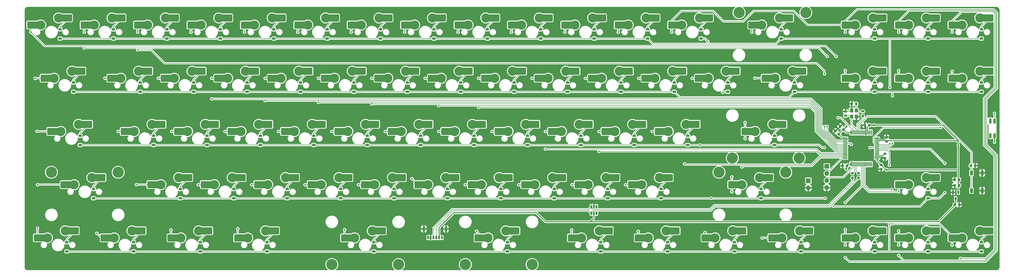
<source format=gbr>
%TF.GenerationSoftware,KiCad,Pcbnew,7.0.10*%
%TF.CreationDate,2024-04-20T21:15:11+02:00*%
%TF.ProjectId,cycle-7,6379636c-652d-4372-9e6b-696361645f70,rev?*%
%TF.SameCoordinates,Original*%
%TF.FileFunction,Copper,L2,Bot*%
%TF.FilePolarity,Positive*%
%FSLAX46Y46*%
G04 Gerber Fmt 4.6, Leading zero omitted, Abs format (unit mm)*
G04 Created by KiCad (PCBNEW 7.0.10) date 2024-04-20 21:15:11*
%MOMM*%
%LPD*%
G01*
G04 APERTURE LIST*
G04 Aperture macros list*
%AMRoundRect*
0 Rectangle with rounded corners*
0 $1 Rounding radius*
0 $2 $3 $4 $5 $6 $7 $8 $9 X,Y pos of 4 corners*
0 Add a 4 corners polygon primitive as box body*
4,1,4,$2,$3,$4,$5,$6,$7,$8,$9,$2,$3,0*
0 Add four circle primitives for the rounded corners*
1,1,$1+$1,$2,$3*
1,1,$1+$1,$4,$5*
1,1,$1+$1,$6,$7*
1,1,$1+$1,$8,$9*
0 Add four rect primitives between the rounded corners*
20,1,$1+$1,$2,$3,$4,$5,0*
20,1,$1+$1,$4,$5,$6,$7,0*
20,1,$1+$1,$6,$7,$8,$9,0*
20,1,$1+$1,$8,$9,$2,$3,0*%
G04 Aperture macros list end*
%TA.AperFunction,ComponentPad*%
%ADD10C,3.300000*%
%TD*%
%TA.AperFunction,SMDPad,CuDef*%
%ADD11R,1.650000X2.500000*%
%TD*%
%TA.AperFunction,SMDPad,CuDef*%
%ADD12RoundRect,0.250000X1.025000X1.000000X-1.025000X1.000000X-1.025000X-1.000000X1.025000X-1.000000X0*%
%TD*%
%TA.AperFunction,ComponentPad*%
%ADD13C,4.000000*%
%TD*%
%TA.AperFunction,SMDPad,CuDef*%
%ADD14RoundRect,0.225000X0.375000X-0.225000X0.375000X0.225000X-0.375000X0.225000X-0.375000X-0.225000X0*%
%TD*%
%TA.AperFunction,SMDPad,CuDef*%
%ADD15RoundRect,0.225000X-0.250000X0.225000X-0.250000X-0.225000X0.250000X-0.225000X0.250000X0.225000X0*%
%TD*%
%TA.AperFunction,SMDPad,CuDef*%
%ADD16R,1.000000X1.700000*%
%TD*%
%TA.AperFunction,SMDPad,CuDef*%
%ADD17RoundRect,0.225000X-0.225000X-0.250000X0.225000X-0.250000X0.225000X0.250000X-0.225000X0.250000X0*%
%TD*%
%TA.AperFunction,ComponentPad*%
%ADD18R,1.700000X1.700000*%
%TD*%
%TA.AperFunction,ComponentPad*%
%ADD19O,1.700000X1.700000*%
%TD*%
%TA.AperFunction,SMDPad,CuDef*%
%ADD20RoundRect,0.150000X-0.150000X0.475000X-0.150000X-0.475000X0.150000X-0.475000X0.150000X0.475000X0*%
%TD*%
%TA.AperFunction,SMDPad,CuDef*%
%ADD21RoundRect,0.200000X0.275000X-0.200000X0.275000X0.200000X-0.275000X0.200000X-0.275000X-0.200000X0*%
%TD*%
%TA.AperFunction,SMDPad,CuDef*%
%ADD22RoundRect,0.225000X0.225000X0.250000X-0.225000X0.250000X-0.225000X-0.250000X0.225000X-0.250000X0*%
%TD*%
%TA.AperFunction,SMDPad,CuDef*%
%ADD23RoundRect,0.150000X-0.150000X0.512500X-0.150000X-0.512500X0.150000X-0.512500X0.150000X0.512500X0*%
%TD*%
%TA.AperFunction,SMDPad,CuDef*%
%ADD24RoundRect,0.225000X0.335876X0.017678X0.017678X0.335876X-0.335876X-0.017678X-0.017678X-0.335876X0*%
%TD*%
%TA.AperFunction,SMDPad,CuDef*%
%ADD25RoundRect,0.200000X-0.275000X0.200000X-0.275000X-0.200000X0.275000X-0.200000X0.275000X0.200000X0*%
%TD*%
%TA.AperFunction,SMDPad,CuDef*%
%ADD26RoundRect,0.225000X0.250000X-0.225000X0.250000X0.225000X-0.250000X0.225000X-0.250000X-0.225000X0*%
%TD*%
%TA.AperFunction,SMDPad,CuDef*%
%ADD27R,0.820000X1.700000*%
%TD*%
%TA.AperFunction,SMDPad,CuDef*%
%ADD28RoundRect,0.150000X-0.150000X-0.475000X0.150000X-0.475000X0.150000X0.475000X-0.150000X0.475000X0*%
%TD*%
%TA.AperFunction,SMDPad,CuDef*%
%ADD29RoundRect,0.225000X-0.225000X-0.625000X0.225000X-0.625000X0.225000X0.625000X-0.225000X0.625000X0*%
%TD*%
%TA.AperFunction,SMDPad,CuDef*%
%ADD30R,1.200000X1.400000*%
%TD*%
%TA.AperFunction,SMDPad,CuDef*%
%ADD31RoundRect,0.075000X-0.075000X0.700000X-0.075000X-0.700000X0.075000X-0.700000X0.075000X0.700000X0*%
%TD*%
%TA.AperFunction,SMDPad,CuDef*%
%ADD32RoundRect,0.075000X-0.700000X0.075000X-0.700000X-0.075000X0.700000X-0.075000X0.700000X0.075000X0*%
%TD*%
%TA.AperFunction,ViaPad*%
%ADD33C,0.800000*%
%TD*%
%TA.AperFunction,ViaPad*%
%ADD34C,0.600000*%
%TD*%
%TA.AperFunction,Conductor*%
%ADD35C,0.200000*%
%TD*%
%TA.AperFunction,Conductor*%
%ADD36C,0.300000*%
%TD*%
G04 APERTURE END LIST*
D10*
%TO.P,MX15,1,1*%
%TO.N,/COL13*%
X326702500Y-87460000D03*
D11*
X324877500Y-87460000D03*
D12*
X323152500Y-87460000D03*
%TO.P,MX15,2,2*%
%TO.N,Net-(D15-A)*%
X336602500Y-84920000D03*
D11*
X334852500Y-84920000D03*
D10*
X333052500Y-84920000D03*
%TD*%
D13*
%TO.P,S3,*%
%TO.N,*%
X278125000Y-140165000D03*
X301937500Y-140165000D03*
%TD*%
%TO.P,S4,*%
%TO.N,*%
X40000000Y-140165000D03*
X63812500Y-140165000D03*
%TD*%
%TO.P,S6,*%
%TO.N,*%
X163825000Y-173185000D03*
X140012500Y-173185000D03*
%TD*%
%TO.P,S5,*%
%TO.N,*%
X211450000Y-173185000D03*
X187637500Y-173185000D03*
%TD*%
%TO.P,S1,*%
%TO.N,*%
X285268750Y-83015000D03*
X309081250Y-83015000D03*
%TD*%
%TO.P,S2,*%
%TO.N,*%
X306700000Y-135085000D03*
X282887500Y-135085000D03*
%TD*%
D10*
%TO.P,MX22,1,1*%
%TO.N,/COL4*%
X121915000Y-106510000D03*
D11*
X120090000Y-106510000D03*
D12*
X118365000Y-106510000D03*
%TO.P,MX22,2,2*%
%TO.N,Net-(D22-A)*%
X131815000Y-103970000D03*
D11*
X130065000Y-103970000D03*
D10*
X128265000Y-103970000D03*
%TD*%
D14*
%TO.P,D64,1,K*%
%TO.N,/ROW4*%
X116913750Y-168515000D03*
%TO.P,D64,2,A*%
%TO.N,Net-(D64-A)*%
X116913750Y-165215000D03*
%TD*%
D10*
%TO.P,MX18,1,1*%
%TO.N,/COL0*%
X40952500Y-106510000D03*
D11*
X39127500Y-106510000D03*
D12*
X37402500Y-106510000D03*
%TO.P,MX18,2,2*%
%TO.N,Net-(D18-A)*%
X50852500Y-103970000D03*
D11*
X49102500Y-103970000D03*
D10*
X47302500Y-103970000D03*
%TD*%
D14*
%TO.P,D17,1,K*%
%TO.N,/ROW0*%
X371707500Y-92315000D03*
%TO.P,D17,2,A*%
%TO.N,Net-(D17-A)*%
X371707500Y-89015000D03*
%TD*%
D15*
%TO.P,C11,1*%
%TO.N,Net-(U2-VCAP1)*%
X337325000Y-133575000D03*
%TO.P,C11,2*%
%TO.N,GND*%
X337325000Y-135125000D03*
%TD*%
D14*
%TO.P,D70,1,K*%
%TO.N,/ROW4*%
X307413750Y-168515000D03*
%TO.P,D70,2,A*%
%TO.N,Net-(D70-A)*%
X307413750Y-165215000D03*
%TD*%
D16*
%TO.P,SW1,1,1*%
%TO.N,GND*%
X371975000Y-146725000D03*
X371975000Y-140425000D03*
%TO.P,SW1,2,2*%
%TO.N,/nRESET*%
X368175000Y-146725000D03*
X368175000Y-140425000D03*
%TD*%
D10*
%TO.P,MX3,1,1*%
%TO.N,/COL2*%
X74290000Y-87460000D03*
D11*
X72465000Y-87460000D03*
D12*
X70740000Y-87460000D03*
%TO.P,MX3,2,2*%
%TO.N,Net-(D3-A)*%
X84190000Y-84920000D03*
D11*
X82440000Y-84920000D03*
D10*
X80640000Y-84920000D03*
%TD*%
D14*
%TO.P,D40,1,K*%
%TO.N,/ROW2*%
X152632500Y-130415000D03*
%TO.P,D40,2,A*%
%TO.N,Net-(D40-A)*%
X152632500Y-127115000D03*
%TD*%
D17*
%TO.P,C10,1*%
%TO.N,/nRESET*%
X367900000Y-137775000D03*
%TO.P,C10,2*%
%TO.N,GND*%
X369450000Y-137775000D03*
%TD*%
D10*
%TO.P,MX44,1,1*%
%TO.N,/COL9*%
X221927500Y-125560000D03*
D11*
X220102500Y-125560000D03*
D12*
X218377500Y-125560000D03*
%TO.P,MX44,2,2*%
%TO.N,Net-(D44-A)*%
X231827500Y-123020000D03*
D11*
X230077500Y-123020000D03*
D10*
X228277500Y-123020000D03*
%TD*%
D14*
%TO.P,D25,1,K*%
%TO.N,/ROW1*%
X185970000Y-111365000D03*
%TO.P,D25,2,A*%
%TO.N,Net-(D25-A)*%
X185970000Y-108065000D03*
%TD*%
%TO.P,D59,1,K*%
%TO.N,/ROW3*%
X293126250Y-149465000D03*
%TO.P,D59,2,A*%
%TO.N,Net-(D59-A)*%
X293126250Y-146165000D03*
%TD*%
%TO.P,D43,1,K*%
%TO.N,/ROW2*%
X209782500Y-130415000D03*
%TO.P,D43,2,A*%
%TO.N,Net-(D43-A)*%
X209782500Y-127115000D03*
%TD*%
%TO.P,D31,1,K*%
%TO.N,/ROW1*%
X305032500Y-111365000D03*
%TO.P,D31,2,A*%
%TO.N,Net-(D31-A)*%
X305032500Y-108065000D03*
%TD*%
D18*
%TO.P,J2,1,Pin_1*%
%TO.N,+3V3*%
X316575000Y-138075000D03*
D19*
%TO.P,J2,2,Pin_2*%
%TO.N,/SWCLK*%
X316575000Y-140615000D03*
%TO.P,J2,3,Pin_3*%
%TO.N,/SWDIO*%
X316575000Y-143155000D03*
%TO.P,J2,4,Pin_4*%
%TO.N,GND*%
X316575000Y-145695000D03*
%TD*%
D14*
%TO.P,D34,1,K*%
%TO.N,/ROW1*%
X371707500Y-111365000D03*
%TO.P,D34,2,A*%
%TO.N,Net-(D34-A)*%
X371707500Y-108065000D03*
%TD*%
D10*
%TO.P,MX67,1,1*%
%TO.N,/COL9*%
X229071250Y-163660000D03*
D11*
X227246250Y-163660000D03*
D12*
X225521250Y-163660000D03*
%TO.P,MX67,2,2*%
%TO.N,Net-(D67-A)*%
X238971250Y-161120000D03*
D11*
X237221250Y-161120000D03*
D10*
X235421250Y-161120000D03*
%TD*%
%TO.P,MX41,1,1*%
%TO.N,/COL6*%
X164777500Y-125560000D03*
D11*
X162952500Y-125560000D03*
D12*
X161227500Y-125560000D03*
%TO.P,MX41,2,2*%
%TO.N,Net-(D41-A)*%
X174677500Y-123020000D03*
D11*
X172927500Y-123020000D03*
D10*
X171127500Y-123020000D03*
%TD*%
%TO.P,MX45,1,1*%
%TO.N,/COL10*%
X240977500Y-125560000D03*
D11*
X239152500Y-125560000D03*
D12*
X237427500Y-125560000D03*
%TO.P,MX45,2,2*%
%TO.N,Net-(D45-A)*%
X250877500Y-123020000D03*
D11*
X249127500Y-123020000D03*
D10*
X247327500Y-123020000D03*
%TD*%
D14*
%TO.P,D45,1,K*%
%TO.N,/ROW2*%
X247882500Y-130415000D03*
%TO.P,D45,2,A*%
%TO.N,Net-(D45-A)*%
X247882500Y-127115000D03*
%TD*%
%TO.P,D71,1,K*%
%TO.N,/ROW4*%
X333607500Y-168515000D03*
%TO.P,D71,2,A*%
%TO.N,Net-(D71-A)*%
X333607500Y-165215000D03*
%TD*%
D10*
%TO.P,MX27,1,1*%
%TO.N,/COL9*%
X217165000Y-106510000D03*
D11*
X215340000Y-106510000D03*
D12*
X213615000Y-106510000D03*
%TO.P,MX27,2,2*%
%TO.N,Net-(D27-A)*%
X227065000Y-103970000D03*
D11*
X225315000Y-103970000D03*
D10*
X223515000Y-103970000D03*
%TD*%
D20*
%TO.P,U3,1,IO1*%
%TO.N,/USB_D+*%
X232525000Y-152500000D03*
%TO.P,U3,2,VN*%
%TO.N,GND*%
X233475000Y-152500000D03*
%TO.P,U3,3,IO2*%
%TO.N,unconnected-(U3-IO2-Pad3)*%
X234425000Y-152500000D03*
%TO.P,U3,4,IO3*%
%TO.N,unconnected-(U3-IO3-Pad4)*%
X234425000Y-154850000D03*
%TO.P,U3,5,VP*%
%TO.N,+5V*%
X233475000Y-154850000D03*
%TO.P,U3,6,IO4*%
%TO.N,/USB_D-*%
X232525000Y-154850000D03*
%TD*%
D10*
%TO.P,MX31,1,1*%
%TO.N,/COL12*%
X298127500Y-106510000D03*
D11*
X296302500Y-106510000D03*
D12*
X294577500Y-106510000D03*
%TO.P,MX31,2,2*%
%TO.N,Net-(D31-A)*%
X308027500Y-103970000D03*
D11*
X306277500Y-103970000D03*
D10*
X304477500Y-103970000D03*
%TD*%
%TO.P,MX53,1,1*%
%TO.N,/COL5*%
X155252500Y-144610000D03*
D11*
X153427500Y-144610000D03*
D12*
X151702500Y-144610000D03*
%TO.P,MX53,2,2*%
%TO.N,Net-(D53-A)*%
X165152500Y-142070000D03*
D11*
X163402500Y-142070000D03*
D10*
X161602500Y-142070000D03*
%TD*%
D21*
%TO.P,R1,1*%
%TO.N,/USB_D-*%
X327900000Y-142200000D03*
%TO.P,R1,2*%
%TO.N,Net-(U2-PA11)*%
X327900000Y-140550000D03*
%TD*%
D22*
%TO.P,C9,1*%
%TO.N,+3V3*%
X363750000Y-144875000D03*
%TO.P,C9,2*%
%TO.N,GND*%
X362200000Y-144875000D03*
%TD*%
D14*
%TO.P,D72,1,K*%
%TO.N,/ROW4*%
X352657500Y-168515000D03*
%TO.P,D72,2,A*%
%TO.N,Net-(D72-A)*%
X352657500Y-165215000D03*
%TD*%
D10*
%TO.P,MX17,1,1*%
%TO.N,/COL15*%
X364802500Y-87460000D03*
D11*
X362977500Y-87460000D03*
D12*
X361252500Y-87460000D03*
%TO.P,MX17,2,2*%
%TO.N,Net-(D17-A)*%
X374702500Y-84920000D03*
D11*
X372952500Y-84920000D03*
D10*
X371152500Y-84920000D03*
%TD*%
D14*
%TO.P,D66,1,K*%
%TO.N,/ROW4*%
X202638750Y-168515000D03*
%TO.P,D66,2,A*%
%TO.N,Net-(D66-A)*%
X202638750Y-165215000D03*
%TD*%
D10*
%TO.P,MX60,1,1*%
%TO.N,/COL14*%
X345752500Y-144610000D03*
D11*
X343927500Y-144610000D03*
D12*
X342202500Y-144610000D03*
%TO.P,MX60,2,2*%
%TO.N,Net-(D60-A)*%
X355652500Y-142070000D03*
D11*
X353902500Y-142070000D03*
D10*
X352102500Y-142070000D03*
%TD*%
D23*
%TO.P,U1,1,GND*%
%TO.N,GND*%
X361575000Y-147337500D03*
%TO.P,U1,2,VO*%
%TO.N,+3V3*%
X363475000Y-147337500D03*
%TO.P,U1,3,VI*%
%TO.N,+5V*%
X362525000Y-149612500D03*
%TD*%
D10*
%TO.P,MX68,1,1*%
%TO.N,/COL10*%
X252883750Y-163660000D03*
D11*
X251058750Y-163660000D03*
D12*
X249333750Y-163660000D03*
%TO.P,MX68,2,2*%
%TO.N,Net-(D68-A)*%
X262783750Y-161120000D03*
D11*
X261033750Y-161120000D03*
D10*
X259233750Y-161120000D03*
%TD*%
D22*
%TO.P,C7,1*%
%TO.N,+3V3*%
X323800000Y-137825000D03*
%TO.P,C7,2*%
%TO.N,GND*%
X322250000Y-137825000D03*
%TD*%
D10*
%TO.P,MX58,1,1*%
%TO.N,/COL10*%
X250502500Y-144610000D03*
D11*
X248677500Y-144610000D03*
D12*
X246952500Y-144610000D03*
%TO.P,MX58,2,2*%
%TO.N,Net-(D58-A)*%
X260402500Y-142070000D03*
D11*
X258652500Y-142070000D03*
D10*
X256852500Y-142070000D03*
%TD*%
D14*
%TO.P,D29,1,K*%
%TO.N,/ROW1*%
X262170000Y-111365000D03*
%TO.P,D29,2,A*%
%TO.N,Net-(D29-A)*%
X262170000Y-108065000D03*
%TD*%
%TO.P,D69,1,K*%
%TO.N,/ROW4*%
X283601250Y-168515000D03*
%TO.P,D69,2,A*%
%TO.N,Net-(D69-A)*%
X283601250Y-165215000D03*
%TD*%
%TO.P,D2,1,K*%
%TO.N,/ROW0*%
X62145000Y-92315000D03*
%TO.P,D2,2,A*%
%TO.N,Net-(D2-A)*%
X62145000Y-89015000D03*
%TD*%
%TO.P,D33,1,K*%
%TO.N,/ROW1*%
X352657500Y-111365000D03*
%TO.P,D33,2,A*%
%TO.N,Net-(D33-A)*%
X352657500Y-108065000D03*
%TD*%
D17*
%TO.P,C13,1*%
%TO.N,GND*%
X325525000Y-115675000D03*
%TO.P,C13,2*%
%TO.N,Net-(C13-Pad2)*%
X327075000Y-115675000D03*
%TD*%
D24*
%TO.P,C2,1*%
%TO.N,+3V3*%
X322500000Y-124825000D03*
%TO.P,C2,2*%
%TO.N,GND*%
X321403984Y-123728984D03*
%TD*%
D14*
%TO.P,D68,1,K*%
%TO.N,/ROW4*%
X259788750Y-168515000D03*
%TO.P,D68,2,A*%
%TO.N,Net-(D68-A)*%
X259788750Y-165215000D03*
%TD*%
%TO.P,D63,1,K*%
%TO.N,/ROW4*%
X93101250Y-168515000D03*
%TO.P,D63,2,A*%
%TO.N,Net-(D63-A)*%
X93101250Y-165215000D03*
%TD*%
%TO.P,D27,1,K*%
%TO.N,/ROW1*%
X224070000Y-111365000D03*
%TO.P,D27,2,A*%
%TO.N,Net-(D27-A)*%
X224070000Y-108065000D03*
%TD*%
D10*
%TO.P,MX59,1,1*%
%TO.N,/COL12*%
X286221250Y-144610000D03*
D11*
X284396250Y-144610000D03*
D12*
X282671250Y-144610000D03*
%TO.P,MX59,2,2*%
%TO.N,Net-(D59-A)*%
X296121250Y-142070000D03*
D11*
X294371250Y-142070000D03*
D10*
X292571250Y-142070000D03*
%TD*%
D14*
%TO.P,D21,1,K*%
%TO.N,/ROW1*%
X109770000Y-111365000D03*
%TO.P,D21,2,A*%
%TO.N,Net-(D21-A)*%
X109770000Y-108065000D03*
%TD*%
%TO.P,D44,1,K*%
%TO.N,/ROW2*%
X228832500Y-130415000D03*
%TO.P,D44,2,A*%
%TO.N,Net-(D44-A)*%
X228832500Y-127115000D03*
%TD*%
D22*
%TO.P,C4,1*%
%TO.N,+3V3*%
X331700000Y-123325000D03*
%TO.P,C4,2*%
%TO.N,GND*%
X330150000Y-123325000D03*
%TD*%
D14*
%TO.P,D16,1,K*%
%TO.N,/ROW0*%
X352657500Y-92315000D03*
%TO.P,D16,2,A*%
%TO.N,Net-(D16-A)*%
X352657500Y-89015000D03*
%TD*%
D10*
%TO.P,MX13,1,1*%
%TO.N,/COL13*%
X264790000Y-87460000D03*
D11*
X262965000Y-87460000D03*
D12*
X261240000Y-87460000D03*
%TO.P,MX13,2,2*%
%TO.N,Net-(D13-A)*%
X274690000Y-84920000D03*
D11*
X272940000Y-84920000D03*
D10*
X271140000Y-84920000D03*
%TD*%
D15*
%TO.P,C12,1*%
%TO.N,GND*%
X323200000Y-118400000D03*
%TO.P,C12,2*%
%TO.N,/XIN*%
X323200000Y-119950000D03*
%TD*%
D14*
%TO.P,D9,1,K*%
%TO.N,/ROW0*%
X195495000Y-92315000D03*
%TO.P,D9,2,A*%
%TO.N,Net-(D9-A)*%
X195495000Y-89015000D03*
%TD*%
%TO.P,D1,1,K*%
%TO.N,/ROW0*%
X43095000Y-92315000D03*
%TO.P,D1,2,A*%
%TO.N,Net-(D1-A)*%
X43095000Y-89015000D03*
%TD*%
%TO.P,D47,1,K*%
%TO.N,/ROW2*%
X297888750Y-130415000D03*
%TO.P,D47,2,A*%
%TO.N,Net-(D47-A)*%
X297888750Y-127115000D03*
%TD*%
D10*
%TO.P,MX21,1,1*%
%TO.N,/COL3*%
X102865000Y-106510000D03*
D11*
X101040000Y-106510000D03*
D12*
X99315000Y-106510000D03*
%TO.P,MX21,2,2*%
%TO.N,Net-(D21-A)*%
X112765000Y-103970000D03*
D11*
X111015000Y-103970000D03*
D10*
X109215000Y-103970000D03*
%TD*%
D14*
%TO.P,D10,1,K*%
%TO.N,/ROW0*%
X214545000Y-92315000D03*
%TO.P,D10,2,A*%
%TO.N,Net-(D10-A)*%
X214545000Y-89015000D03*
%TD*%
D24*
%TO.P,C3,1*%
%TO.N,+3V3*%
X320802945Y-126522057D03*
%TO.P,C3,2*%
%TO.N,GND*%
X319706929Y-125426041D03*
%TD*%
D14*
%TO.P,D19,1,K*%
%TO.N,/ROW1*%
X71670000Y-111365000D03*
%TO.P,D19,2,A*%
%TO.N,Net-(D19-A)*%
X71670000Y-108065000D03*
%TD*%
D10*
%TO.P,MX6,1,1*%
%TO.N,/COL5*%
X131440000Y-87460000D03*
D11*
X129615000Y-87460000D03*
D12*
X127890000Y-87460000D03*
%TO.P,MX6,2,2*%
%TO.N,Net-(D6-A)*%
X141340000Y-84920000D03*
D11*
X139590000Y-84920000D03*
D10*
X137790000Y-84920000D03*
%TD*%
D14*
%TO.P,D61,1,K*%
%TO.N,/ROW4*%
X45476250Y-168515000D03*
%TO.P,D61,2,A*%
%TO.N,Net-(D61-A)*%
X45476250Y-165215000D03*
%TD*%
%TO.P,D24,1,K*%
%TO.N,/ROW1*%
X166920000Y-111365000D03*
%TO.P,D24,2,A*%
%TO.N,Net-(D24-A)*%
X166920000Y-108065000D03*
%TD*%
%TO.P,D48,1,K*%
%TO.N,/ROW3*%
X55001250Y-149465000D03*
%TO.P,D48,2,A*%
%TO.N,Net-(D48-A)*%
X55001250Y-146165000D03*
%TD*%
%TO.P,D3,1,K*%
%TO.N,/ROW0*%
X81195000Y-92315000D03*
%TO.P,D3,2,A*%
%TO.N,Net-(D3-A)*%
X81195000Y-89015000D03*
%TD*%
D10*
%TO.P,MX34,1,1*%
%TO.N,/COL15*%
X364802500Y-106510000D03*
D11*
X362977500Y-106510000D03*
D12*
X361252500Y-106510000D03*
%TO.P,MX34,2,2*%
%TO.N,Net-(D34-A)*%
X374702500Y-103970000D03*
D11*
X372952500Y-103970000D03*
D10*
X371152500Y-103970000D03*
%TD*%
D25*
%TO.P,R3,1*%
%TO.N,Net-(C13-Pad2)*%
X329400000Y-118350000D03*
%TO.P,R3,2*%
%TO.N,/XOUT*%
X329400000Y-120000000D03*
%TD*%
D10*
%TO.P,MX65,1,1*%
%TO.N,/COL5*%
X148108750Y-163660000D03*
D11*
X146283750Y-163660000D03*
D12*
X144558750Y-163660000D03*
%TO.P,MX65,2,2*%
%TO.N,Net-(D65-A)*%
X158008750Y-161120000D03*
D11*
X156258750Y-161120000D03*
D10*
X154458750Y-161120000D03*
%TD*%
D14*
%TO.P,D14,1,K*%
%TO.N,/ROW0*%
X300270000Y-92315000D03*
%TO.P,D14,2,A*%
%TO.N,Net-(D14-A)*%
X300270000Y-89015000D03*
%TD*%
%TO.P,D37,1,K*%
%TO.N,/ROW2*%
X95482500Y-130415000D03*
%TO.P,D37,2,A*%
%TO.N,Net-(D37-A)*%
X95482500Y-127115000D03*
%TD*%
D10*
%TO.P,MX26,1,1*%
%TO.N,/COL8*%
X198115000Y-106510000D03*
D11*
X196290000Y-106510000D03*
D12*
X194565000Y-106510000D03*
%TO.P,MX26,2,2*%
%TO.N,Net-(D26-A)*%
X208015000Y-103970000D03*
D11*
X206265000Y-103970000D03*
D10*
X204465000Y-103970000D03*
%TD*%
%TO.P,MX50,1,1*%
%TO.N,/COL2*%
X98102500Y-144610000D03*
D11*
X96277500Y-144610000D03*
D12*
X94552500Y-144610000D03*
%TO.P,MX50,2,2*%
%TO.N,Net-(D50-A)*%
X108002500Y-142070000D03*
D11*
X106252500Y-142070000D03*
D10*
X104452500Y-142070000D03*
%TD*%
%TO.P,MX64,1,1*%
%TO.N,/COL3*%
X110008750Y-163660000D03*
D11*
X108183750Y-163660000D03*
D12*
X106458750Y-163660000D03*
%TO.P,MX64,2,2*%
%TO.N,Net-(D64-A)*%
X119908750Y-161120000D03*
D11*
X118158750Y-161120000D03*
D10*
X116358750Y-161120000D03*
%TD*%
D14*
%TO.P,D39,1,K*%
%TO.N,/ROW2*%
X133582500Y-130415000D03*
%TO.P,D39,2,A*%
%TO.N,Net-(D39-A)*%
X133582500Y-127115000D03*
%TD*%
%TO.P,D12,1,K*%
%TO.N,/ROW0*%
X252645000Y-92315000D03*
%TO.P,D12,2,A*%
%TO.N,Net-(D12-A)*%
X252645000Y-89015000D03*
%TD*%
D10*
%TO.P,MX61,1,1*%
%TO.N,/COL0*%
X38571250Y-163660000D03*
D11*
X36746250Y-163660000D03*
D12*
X35021250Y-163660000D03*
%TO.P,MX61,2,2*%
%TO.N,Net-(D61-A)*%
X48471250Y-161120000D03*
D11*
X46721250Y-161120000D03*
D10*
X44921250Y-161120000D03*
%TD*%
%TO.P,MX1,1,1*%
%TO.N,/COL0*%
X36190000Y-87460000D03*
D11*
X34365000Y-87460000D03*
D12*
X32640000Y-87460000D03*
%TO.P,MX1,2,2*%
%TO.N,Net-(D1-A)*%
X46090000Y-84920000D03*
D11*
X44340000Y-84920000D03*
D10*
X42540000Y-84920000D03*
%TD*%
D14*
%TO.P,D30,1,K*%
%TO.N,/ROW3*%
X281220000Y-111365000D03*
%TO.P,D30,2,A*%
%TO.N,Net-(D30-A)*%
X281220000Y-108065000D03*
%TD*%
D10*
%TO.P,MX48,1,1*%
%TO.N,/COL0*%
X48096250Y-144610000D03*
D11*
X46271250Y-144610000D03*
D12*
X44546250Y-144610000D03*
%TO.P,MX48,2,2*%
%TO.N,Net-(D48-A)*%
X57996250Y-142070000D03*
D11*
X56246250Y-142070000D03*
D10*
X54446250Y-142070000D03*
%TD*%
D26*
%TO.P,C5,1*%
%TO.N,+3V3*%
X337875000Y-129150000D03*
%TO.P,C5,2*%
%TO.N,GND*%
X337875000Y-127600000D03*
%TD*%
D10*
%TO.P,MX36,1,1*%
%TO.N,/COL1*%
X69527500Y-125560000D03*
D11*
X67702500Y-125560000D03*
D12*
X65977500Y-125560000D03*
%TO.P,MX36,2,2*%
%TO.N,Net-(D36-A)*%
X79427500Y-123020000D03*
D11*
X77677500Y-123020000D03*
D10*
X75877500Y-123020000D03*
%TD*%
D14*
%TO.P,D53,1,K*%
%TO.N,/ROW3*%
X162157500Y-149465000D03*
%TO.P,D53,2,A*%
%TO.N,Net-(D53-A)*%
X162157500Y-146165000D03*
%TD*%
D10*
%TO.P,MX35,1,1*%
%TO.N,/COL0*%
X43333750Y-125560000D03*
D11*
X41508750Y-125560000D03*
D12*
X39783750Y-125560000D03*
%TO.P,MX35,2,2*%
%TO.N,Net-(D35-A)*%
X53233750Y-123020000D03*
D11*
X51483750Y-123020000D03*
D10*
X49683750Y-123020000D03*
%TD*%
%TO.P,MX10,1,1*%
%TO.N,/COL9*%
X207640000Y-87460000D03*
D11*
X205815000Y-87460000D03*
D12*
X204090000Y-87460000D03*
%TO.P,MX10,2,2*%
%TO.N,Net-(D10-A)*%
X217540000Y-84920000D03*
D11*
X215790000Y-84920000D03*
D10*
X213990000Y-84920000D03*
%TD*%
D14*
%TO.P,D4,1,K*%
%TO.N,/ROW0*%
X100245000Y-92315000D03*
%TO.P,D4,2,A*%
%TO.N,Net-(D4-A)*%
X100245000Y-89015000D03*
%TD*%
D27*
%TO.P,D74,1,VDD*%
%TO.N,+3V3*%
X376400000Y-127150000D03*
%TO.P,D74,2,DOUT*%
%TO.N,unconnected-(D74-DOUT-Pad2)*%
X374900000Y-127150000D03*
%TO.P,D74,3,VSS*%
%TO.N,GND*%
X374900000Y-121850000D03*
%TO.P,D74,4,DIN*%
%TO.N,/LED_SIG*%
X376400000Y-121850000D03*
%TD*%
D10*
%TO.P,MX4,1,1*%
%TO.N,/COL3*%
X93340000Y-87460000D03*
D11*
X91515000Y-87460000D03*
D12*
X89790000Y-87460000D03*
%TO.P,MX4,2,2*%
%TO.N,Net-(D4-A)*%
X103240000Y-84920000D03*
D11*
X101490000Y-84920000D03*
D10*
X99690000Y-84920000D03*
%TD*%
D14*
%TO.P,D11,1,K*%
%TO.N,/ROW0*%
X233595000Y-92315000D03*
%TO.P,D11,2,A*%
%TO.N,Net-(D11-A)*%
X233595000Y-89015000D03*
%TD*%
D10*
%TO.P,MX69,1,1*%
%TO.N,/COL11*%
X276696250Y-163660000D03*
D11*
X274871250Y-163660000D03*
D12*
X273146250Y-163660000D03*
%TO.P,MX69,2,2*%
%TO.N,Net-(D69-A)*%
X286596250Y-161120000D03*
D11*
X284846250Y-161120000D03*
D10*
X283046250Y-161120000D03*
%TD*%
%TO.P,MX24,1,1*%
%TO.N,/COL6*%
X160015000Y-106510000D03*
D11*
X158190000Y-106510000D03*
D12*
X156465000Y-106510000D03*
%TO.P,MX24,2,2*%
%TO.N,Net-(D24-A)*%
X169915000Y-103970000D03*
D11*
X168165000Y-103970000D03*
D10*
X166365000Y-103970000D03*
%TD*%
D14*
%TO.P,D58,1,K*%
%TO.N,/ROW3*%
X257407500Y-149465000D03*
%TO.P,D58,2,A*%
%TO.N,Net-(D58-A)*%
X257407500Y-146165000D03*
%TD*%
D10*
%TO.P,MX16,1,1*%
%TO.N,/COL14*%
X345752500Y-87460000D03*
D11*
X343927500Y-87460000D03*
D12*
X342202500Y-87460000D03*
%TO.P,MX16,2,2*%
%TO.N,Net-(D16-A)*%
X355652500Y-84920000D03*
D11*
X353902500Y-84920000D03*
D10*
X352102500Y-84920000D03*
%TD*%
%TO.P,MX37,1,1*%
%TO.N,/COL2*%
X88577500Y-125560000D03*
D11*
X86752500Y-125560000D03*
D12*
X85027500Y-125560000D03*
%TO.P,MX37,2,2*%
%TO.N,Net-(D37-A)*%
X98477500Y-123020000D03*
D11*
X96727500Y-123020000D03*
D10*
X94927500Y-123020000D03*
%TD*%
%TO.P,MX66,1,1*%
%TO.N,/COL7*%
X195733750Y-163660000D03*
D11*
X193908750Y-163660000D03*
D12*
X192183750Y-163660000D03*
%TO.P,MX66,2,2*%
%TO.N,Net-(D66-A)*%
X205633750Y-161120000D03*
D11*
X203883750Y-161120000D03*
D10*
X202083750Y-161120000D03*
%TD*%
D14*
%TO.P,D73,1,K*%
%TO.N,/ROW4*%
X371707500Y-168515000D03*
%TO.P,D73,2,A*%
%TO.N,Net-(D73-A)*%
X371707500Y-165215000D03*
%TD*%
D10*
%TO.P,MX43,1,1*%
%TO.N,/COL8*%
X202877500Y-125560000D03*
D11*
X201052500Y-125560000D03*
D12*
X199327500Y-125560000D03*
%TO.P,MX43,2,2*%
%TO.N,Net-(D43-A)*%
X212777500Y-123020000D03*
D11*
X211027500Y-123020000D03*
D10*
X209227500Y-123020000D03*
%TD*%
D14*
%TO.P,D62,1,K*%
%TO.N,/ROW4*%
X69288750Y-168515000D03*
%TO.P,D62,2,A*%
%TO.N,Net-(D62-A)*%
X69288750Y-165215000D03*
%TD*%
D10*
%TO.P,MX12,1,1*%
%TO.N,/COL11*%
X245740000Y-87460000D03*
D11*
X243915000Y-87460000D03*
D12*
X242190000Y-87460000D03*
%TO.P,MX12,2,2*%
%TO.N,Net-(D12-A)*%
X255640000Y-84920000D03*
D11*
X253890000Y-84920000D03*
D10*
X252090000Y-84920000D03*
%TD*%
%TO.P,MX9,1,1*%
%TO.N,/COL8*%
X188590000Y-87460000D03*
D11*
X186765000Y-87460000D03*
D12*
X185040000Y-87460000D03*
%TO.P,MX9,2,2*%
%TO.N,Net-(D9-A)*%
X198490000Y-84920000D03*
D11*
X196740000Y-84920000D03*
D10*
X194940000Y-84920000D03*
%TD*%
%TO.P,MX46,1,1*%
%TO.N,/COL11*%
X260027500Y-125560000D03*
D11*
X258202500Y-125560000D03*
D12*
X256477500Y-125560000D03*
%TO.P,MX46,2,2*%
%TO.N,Net-(D46-A)*%
X269927500Y-123020000D03*
D11*
X268177500Y-123020000D03*
D10*
X266377500Y-123020000D03*
%TD*%
%TO.P,MX71,1,1*%
%TO.N,/COL13*%
X326702500Y-163660000D03*
D11*
X324877500Y-163660000D03*
D12*
X323152500Y-163660000D03*
%TO.P,MX71,2,2*%
%TO.N,Net-(D71-A)*%
X336602500Y-161120000D03*
D11*
X334852500Y-161120000D03*
D10*
X333052500Y-161120000D03*
%TD*%
D14*
%TO.P,D15,1,K*%
%TO.N,/ROW0*%
X333607500Y-92315000D03*
%TO.P,D15,2,A*%
%TO.N,Net-(D15-A)*%
X333607500Y-89015000D03*
%TD*%
%TO.P,D52,1,K*%
%TO.N,/ROW3*%
X143107500Y-149465000D03*
%TO.P,D52,2,A*%
%TO.N,Net-(D52-A)*%
X143107500Y-146165000D03*
%TD*%
D10*
%TO.P,MX63,1,1*%
%TO.N,/COL2*%
X86196250Y-163660000D03*
D11*
X84371250Y-163660000D03*
D12*
X82646250Y-163660000D03*
%TO.P,MX63,2,2*%
%TO.N,Net-(D63-A)*%
X96096250Y-161120000D03*
D11*
X94346250Y-161120000D03*
D10*
X92546250Y-161120000D03*
%TD*%
D14*
%TO.P,D42,1,K*%
%TO.N,/ROW2*%
X190732500Y-130415000D03*
%TO.P,D42,2,A*%
%TO.N,Net-(D42-A)*%
X190732500Y-127115000D03*
%TD*%
D10*
%TO.P,MX30,1,1*%
%TO.N,/COL13*%
X274315000Y-106510000D03*
D11*
X272490000Y-106510000D03*
D12*
X270765000Y-106510000D03*
%TO.P,MX30,2,2*%
%TO.N,Net-(D30-A)*%
X284215000Y-103970000D03*
D11*
X282465000Y-103970000D03*
D10*
X280665000Y-103970000D03*
%TD*%
%TO.P,MX14,1,1*%
%TO.N,/COL12*%
X293365000Y-87460000D03*
D11*
X291540000Y-87460000D03*
D12*
X289815000Y-87460000D03*
%TO.P,MX14,2,2*%
%TO.N,Net-(D14-A)*%
X303265000Y-84920000D03*
D11*
X301515000Y-84920000D03*
D10*
X299715000Y-84920000D03*
%TD*%
D14*
%TO.P,D56,1,K*%
%TO.N,/ROW3*%
X219307500Y-149465000D03*
%TO.P,D56,2,A*%
%TO.N,Net-(D56-A)*%
X219307500Y-146165000D03*
%TD*%
D28*
%TO.P,J1,1,Pin_1*%
%TO.N,unconnected-(J1-Pin_1-Pad1)*%
X174280000Y-163560000D03*
%TO.P,J1,2,Pin_2*%
%TO.N,GND*%
X175280000Y-163560000D03*
%TO.P,J1,3,Pin_3*%
%TO.N,/USB_D+*%
X176280000Y-163560000D03*
%TO.P,J1,4,Pin_4*%
%TO.N,/USB_D-*%
X177280000Y-163560000D03*
%TO.P,J1,5,Pin_5*%
%TO.N,+5V*%
X178280000Y-163560000D03*
%TO.P,J1,6,Pin_6*%
%TO.N,unconnected-(J1-Pin_6-Pad6)*%
X179280000Y-163560000D03*
D29*
%TO.P,J1,MP,MountPin*%
%TO.N,GND*%
X172830000Y-160435000D03*
X180730000Y-160435000D03*
%TD*%
D14*
%TO.P,D18,1,K*%
%TO.N,/ROW1*%
X47857500Y-111365000D03*
%TO.P,D18,2,A*%
%TO.N,Net-(D18-A)*%
X47857500Y-108065000D03*
%TD*%
D10*
%TO.P,MX55,1,1*%
%TO.N,/COL7*%
X193352500Y-144610000D03*
D11*
X191527500Y-144610000D03*
D12*
X189802500Y-144610000D03*
%TO.P,MX55,2,2*%
%TO.N,Net-(D55-A)*%
X203252500Y-142070000D03*
D11*
X201502500Y-142070000D03*
D10*
X199702500Y-142070000D03*
%TD*%
D14*
%TO.P,D49,1,K*%
%TO.N,/ROW3*%
X85957500Y-149465000D03*
%TO.P,D49,2,A*%
%TO.N,Net-(D49-A)*%
X85957500Y-146165000D03*
%TD*%
%TO.P,D32,1,K*%
%TO.N,/ROW1*%
X333607500Y-111365000D03*
%TO.P,D32,2,A*%
%TO.N,Net-(D32-A)*%
X333607500Y-108065000D03*
%TD*%
D10*
%TO.P,MX23,1,1*%
%TO.N,/COL5*%
X140965000Y-106510000D03*
D11*
X139140000Y-106510000D03*
D12*
X137415000Y-106510000D03*
%TO.P,MX23,2,2*%
%TO.N,Net-(D23-A)*%
X150865000Y-103970000D03*
D11*
X149115000Y-103970000D03*
D10*
X147315000Y-103970000D03*
%TD*%
D14*
%TO.P,D51,1,K*%
%TO.N,/ROW3*%
X124057500Y-149465000D03*
%TO.P,D51,2,A*%
%TO.N,Net-(D51-A)*%
X124057500Y-146165000D03*
%TD*%
D10*
%TO.P,MX2,1,1*%
%TO.N,/COL1*%
X55240000Y-87460000D03*
D11*
X53415000Y-87460000D03*
D12*
X51690000Y-87460000D03*
%TO.P,MX2,2,2*%
%TO.N,Net-(D2-A)*%
X65140000Y-84920000D03*
D11*
X63390000Y-84920000D03*
D10*
X61590000Y-84920000D03*
%TD*%
D14*
%TO.P,D38,1,K*%
%TO.N,/ROW2*%
X114532500Y-130415000D03*
%TO.P,D38,2,A*%
%TO.N,Net-(D38-A)*%
X114532500Y-127115000D03*
%TD*%
%TO.P,D67,1,K*%
%TO.N,/ROW4*%
X235976250Y-168515000D03*
%TO.P,D67,2,A*%
%TO.N,Net-(D67-A)*%
X235976250Y-165215000D03*
%TD*%
D10*
%TO.P,MX20,1,1*%
%TO.N,/COL2*%
X83815000Y-106510000D03*
D11*
X81990000Y-106510000D03*
D12*
X80265000Y-106510000D03*
%TO.P,MX20,2,2*%
%TO.N,Net-(D20-A)*%
X93715000Y-103970000D03*
D11*
X91965000Y-103970000D03*
D10*
X90165000Y-103970000D03*
%TD*%
D14*
%TO.P,D22,1,K*%
%TO.N,/ROW1*%
X128820000Y-111365000D03*
%TO.P,D22,2,A*%
%TO.N,Net-(D22-A)*%
X128820000Y-108065000D03*
%TD*%
D10*
%TO.P,MX40,1,1*%
%TO.N,/COL5*%
X145727500Y-125560000D03*
D11*
X143902500Y-125560000D03*
D12*
X142177500Y-125560000D03*
%TO.P,MX40,2,2*%
%TO.N,Net-(D40-A)*%
X155627500Y-123020000D03*
D11*
X153877500Y-123020000D03*
D10*
X152077500Y-123020000D03*
%TD*%
%TO.P,MX7,1,1*%
%TO.N,/COL6*%
X150490000Y-87460000D03*
D11*
X148665000Y-87460000D03*
D12*
X146940000Y-87460000D03*
%TO.P,MX7,2,2*%
%TO.N,Net-(D7-A)*%
X160390000Y-84920000D03*
D11*
X158640000Y-84920000D03*
D10*
X156840000Y-84920000D03*
%TD*%
D14*
%TO.P,D36,1,K*%
%TO.N,/ROW2*%
X76432500Y-130415000D03*
%TO.P,D36,2,A*%
%TO.N,Net-(D36-A)*%
X76432500Y-127115000D03*
%TD*%
D10*
%TO.P,MX52,1,1*%
%TO.N,/COL4*%
X136202500Y-144610000D03*
D11*
X134377500Y-144610000D03*
D12*
X132652500Y-144610000D03*
%TO.P,MX52,2,2*%
%TO.N,Net-(D52-A)*%
X146102500Y-142070000D03*
D11*
X144352500Y-142070000D03*
D10*
X142552500Y-142070000D03*
%TD*%
%TO.P,MX5,1,1*%
%TO.N,/COL4*%
X112390000Y-87460000D03*
D11*
X110565000Y-87460000D03*
D12*
X108840000Y-87460000D03*
%TO.P,MX5,2,2*%
%TO.N,Net-(D5-A)*%
X122290000Y-84920000D03*
D11*
X120540000Y-84920000D03*
D10*
X118740000Y-84920000D03*
%TD*%
D14*
%TO.P,D7,1,K*%
%TO.N,/ROW0*%
X157395000Y-92315000D03*
%TO.P,D7,2,A*%
%TO.N,Net-(D7-A)*%
X157395000Y-89015000D03*
%TD*%
D30*
%TO.P,Y1,1,1*%
%TO.N,Net-(C13-Pad2)*%
X327150000Y-118075000D03*
%TO.P,Y1,2,2*%
%TO.N,GND*%
X327150000Y-120275000D03*
%TO.P,Y1,3,3*%
%TO.N,/XIN*%
X325450000Y-120275000D03*
%TO.P,Y1,4,4*%
%TO.N,GND*%
X325450000Y-118075000D03*
%TD*%
D10*
%TO.P,MX11,1,1*%
%TO.N,/COL10*%
X226690000Y-87460000D03*
D11*
X224865000Y-87460000D03*
D12*
X223140000Y-87460000D03*
%TO.P,MX11,2,2*%
%TO.N,Net-(D11-A)*%
X236590000Y-84920000D03*
D11*
X234840000Y-84920000D03*
D10*
X233040000Y-84920000D03*
%TD*%
D31*
%TO.P,U2,1,VBAT*%
%TO.N,+3V3*%
X325057588Y-125913858D03*
%TO.P,U2,2,PC13*%
%TO.N,unconnected-(U2-PC13-Pad2)*%
X325557588Y-125913858D03*
%TO.P,U2,3,PC14*%
%TO.N,/COL0*%
X326057588Y-125913858D03*
%TO.P,U2,4,PC15*%
%TO.N,unconnected-(U2-PC15-Pad4)*%
X326557588Y-125913858D03*
%TO.P,U2,5,PH0*%
%TO.N,/XIN*%
X327057588Y-125913858D03*
%TO.P,U2,6,PH1*%
%TO.N,/XOUT*%
X327557588Y-125913858D03*
%TO.P,U2,7,NRST*%
%TO.N,/nRESET*%
X328057588Y-125913858D03*
%TO.P,U2,8,PC0*%
%TO.N,unconnected-(U2-PC0-Pad8)*%
X328557588Y-125913858D03*
%TO.P,U2,9,PC1*%
%TO.N,unconnected-(U2-PC1-Pad9)*%
X329057588Y-125913858D03*
%TO.P,U2,10,PC2*%
%TO.N,unconnected-(U2-PC2-Pad10)*%
X329557588Y-125913858D03*
%TO.P,U2,11,PC3*%
%TO.N,unconnected-(U2-PC3-Pad11)*%
X330057588Y-125913858D03*
%TO.P,U2,12,VSSA*%
%TO.N,GND*%
X330557588Y-125913858D03*
%TO.P,U2,13,VREF+*%
%TO.N,+3V3*%
X331057588Y-125913858D03*
%TO.P,U2,14,PA0*%
%TO.N,unconnected-(U2-PA0-Pad14)*%
X331557588Y-125913858D03*
%TO.P,U2,15,PA1*%
%TO.N,unconnected-(U2-PA1-Pad15)*%
X332057588Y-125913858D03*
%TO.P,U2,16,PA2*%
%TO.N,unconnected-(U2-PA2-Pad16)*%
X332557588Y-125913858D03*
D32*
%TO.P,U2,17,PA3*%
%TO.N,unconnected-(U2-PA3-Pad17)*%
X334482588Y-127838858D03*
%TO.P,U2,18,VSS*%
%TO.N,GND*%
X334482588Y-128338858D03*
%TO.P,U2,19,VDD*%
%TO.N,+3V3*%
X334482588Y-128838858D03*
%TO.P,U2,20,PA4*%
%TO.N,unconnected-(U2-PA4-Pad20)*%
X334482588Y-129338858D03*
%TO.P,U2,21,PA5*%
%TO.N,/LED_SIG*%
X334482588Y-129838858D03*
%TO.P,U2,22,PA6*%
%TO.N,/ROW0*%
X334482588Y-130338858D03*
%TO.P,U2,23,PA7*%
%TO.N,/ROW1*%
X334482588Y-130838858D03*
%TO.P,U2,24,PC4*%
%TO.N,/ROW2*%
X334482588Y-131338858D03*
%TO.P,U2,25,PC5*%
%TO.N,/ROW3*%
X334482588Y-131838858D03*
%TO.P,U2,26,PB0*%
%TO.N,/ROW4*%
X334482588Y-132338858D03*
%TO.P,U2,27,PB1*%
%TO.N,unconnected-(U2-PB1-Pad27)*%
X334482588Y-132838858D03*
%TO.P,U2,28,PB2*%
%TO.N,unconnected-(U2-PB2-Pad28)*%
X334482588Y-133338858D03*
%TO.P,U2,29,PB10*%
%TO.N,unconnected-(U2-PB10-Pad29)*%
X334482588Y-133838858D03*
%TO.P,U2,30,VCAP1*%
%TO.N,Net-(U2-VCAP1)*%
X334482588Y-134338858D03*
%TO.P,U2,31,VSS*%
%TO.N,GND*%
X334482588Y-134838858D03*
%TO.P,U2,32,VDD*%
%TO.N,+3V3*%
X334482588Y-135338858D03*
D31*
%TO.P,U2,33,PB12*%
%TO.N,unconnected-(U2-PB12-Pad33)*%
X332557588Y-137263858D03*
%TO.P,U2,34,PB13*%
%TO.N,unconnected-(U2-PB13-Pad34)*%
X332057588Y-137263858D03*
%TO.P,U2,35,PB14*%
%TO.N,unconnected-(U2-PB14-Pad35)*%
X331557588Y-137263858D03*
%TO.P,U2,36,PB15*%
%TO.N,unconnected-(U2-PB15-Pad36)*%
X331057588Y-137263858D03*
%TO.P,U2,37,PC6*%
%TO.N,unconnected-(U2-PC6-Pad37)*%
X330557588Y-137263858D03*
%TO.P,U2,38,PC7*%
%TO.N,/COL15*%
X330057588Y-137263858D03*
%TO.P,U2,39,PC8*%
%TO.N,/COL14*%
X329557588Y-137263858D03*
%TO.P,U2,40,PC9*%
%TO.N,/COL13*%
X329057588Y-137263858D03*
%TO.P,U2,41,PA8*%
%TO.N,unconnected-(U2-PA8-Pad41)*%
X328557588Y-137263858D03*
%TO.P,U2,42,PA9*%
%TO.N,unconnected-(U2-PA9-Pad42)*%
X328057588Y-137263858D03*
%TO.P,U2,43,PA10*%
%TO.N,unconnected-(U2-PA10-Pad43)*%
X327557588Y-137263858D03*
%TO.P,U2,44,PA11*%
%TO.N,Net-(U2-PA11)*%
X327057588Y-137263858D03*
%TO.P,U2,45,PA12*%
%TO.N,Net-(U2-PA12)*%
X326557588Y-137263858D03*
%TO.P,U2,46,PA13*%
%TO.N,/SWDIO*%
X326057588Y-137263858D03*
%TO.P,U2,47,VSS*%
%TO.N,GND*%
X325557588Y-137263858D03*
%TO.P,U2,48,VDD*%
%TO.N,+3V3*%
X325057588Y-137263858D03*
D32*
%TO.P,U2,49,PA14*%
%TO.N,/SWCLK*%
X323132588Y-135338858D03*
%TO.P,U2,50,PA15*%
%TO.N,/COL12*%
X323132588Y-134838858D03*
%TO.P,U2,51,PC10*%
%TO.N,/COL11*%
X323132588Y-134338858D03*
%TO.P,U2,52,PC11*%
%TO.N,/COL10*%
X323132588Y-133838858D03*
%TO.P,U2,53,PC12*%
%TO.N,/COL9*%
X323132588Y-133338858D03*
%TO.P,U2,54,PD2*%
%TO.N,/COL8*%
X323132588Y-132838858D03*
%TO.P,U2,55,PB3*%
%TO.N,/COL7*%
X323132588Y-132338858D03*
%TO.P,U2,56,PB4*%
%TO.N,/COL6*%
X323132588Y-131838858D03*
%TO.P,U2,57,PB5*%
%TO.N,/COL5*%
X323132588Y-131338858D03*
%TO.P,U2,58,PB6*%
%TO.N,/COL4*%
X323132588Y-130838858D03*
%TO.P,U2,59,PB7*%
%TO.N,/COL3*%
X323132588Y-130338858D03*
%TO.P,U2,60,BOOT0*%
%TO.N,/BOOTSEL*%
X323132588Y-129838858D03*
%TO.P,U2,61,PB8*%
%TO.N,/COL2*%
X323132588Y-129338858D03*
%TO.P,U2,62,PB9*%
%TO.N,/COL1*%
X323132588Y-128838858D03*
%TO.P,U2,63,VSS*%
%TO.N,GND*%
X323132588Y-128338858D03*
%TO.P,U2,64,VDD*%
%TO.N,+3V3*%
X323132588Y-127838858D03*
%TD*%
D22*
%TO.P,C1,1*%
%TO.N,+3V3*%
X363750000Y-142825000D03*
%TO.P,C1,2*%
%TO.N,GND*%
X362200000Y-142825000D03*
%TD*%
D10*
%TO.P,MX72,1,1*%
%TO.N,/COL14*%
X345752500Y-163660000D03*
D11*
X343927500Y-163660000D03*
D12*
X342202500Y-163660000D03*
%TO.P,MX72,2,2*%
%TO.N,Net-(D72-A)*%
X355652500Y-161120000D03*
D11*
X353902500Y-161120000D03*
D10*
X352102500Y-161120000D03*
%TD*%
%TO.P,MX25,1,1*%
%TO.N,/COL7*%
X179065000Y-106510000D03*
D11*
X177240000Y-106510000D03*
D12*
X175515000Y-106510000D03*
%TO.P,MX25,2,2*%
%TO.N,Net-(D25-A)*%
X188965000Y-103970000D03*
D11*
X187215000Y-103970000D03*
D10*
X185415000Y-103970000D03*
%TD*%
%TO.P,MX32,1,1*%
%TO.N,/COL13*%
X326702500Y-106510000D03*
D11*
X324877500Y-106510000D03*
D12*
X323152500Y-106510000D03*
%TO.P,MX32,2,2*%
%TO.N,Net-(D32-A)*%
X336602500Y-103970000D03*
D11*
X334852500Y-103970000D03*
D10*
X333052500Y-103970000D03*
%TD*%
D14*
%TO.P,D50,1,K*%
%TO.N,/ROW3*%
X105007500Y-149465000D03*
%TO.P,D50,2,A*%
%TO.N,Net-(D50-A)*%
X105007500Y-146165000D03*
%TD*%
D10*
%TO.P,MX42,1,1*%
%TO.N,/COL7*%
X183827500Y-125560000D03*
D11*
X182002500Y-125560000D03*
D12*
X180277500Y-125560000D03*
%TO.P,MX42,2,2*%
%TO.N,Net-(D42-A)*%
X193727500Y-123020000D03*
D11*
X191977500Y-123020000D03*
D10*
X190177500Y-123020000D03*
%TD*%
D14*
%TO.P,D35,1,K*%
%TO.N,/ROW2*%
X50238750Y-130415000D03*
%TO.P,D35,2,A*%
%TO.N,Net-(D35-A)*%
X50238750Y-127115000D03*
%TD*%
D10*
%TO.P,MX39,1,1*%
%TO.N,/COL4*%
X126677500Y-125560000D03*
D11*
X124852500Y-125560000D03*
D12*
X123127500Y-125560000D03*
%TO.P,MX39,2,2*%
%TO.N,Net-(D39-A)*%
X136577500Y-123020000D03*
D11*
X134827500Y-123020000D03*
D10*
X133027500Y-123020000D03*
%TD*%
D21*
%TO.P,R2,1*%
%TO.N,/USB_D+*%
X325700000Y-142200000D03*
%TO.P,R2,2*%
%TO.N,Net-(U2-PA12)*%
X325700000Y-140550000D03*
%TD*%
D10*
%TO.P,MX73,1,1*%
%TO.N,/COL15*%
X364802500Y-163660000D03*
D11*
X362977500Y-163660000D03*
D12*
X361252500Y-163660000D03*
%TO.P,MX73,2,2*%
%TO.N,Net-(D73-A)*%
X374702500Y-161120000D03*
D11*
X372952500Y-161120000D03*
D10*
X371152500Y-161120000D03*
%TD*%
%TO.P,MX47,1,1*%
%TO.N,/COL12*%
X290983750Y-125560000D03*
D11*
X289158750Y-125560000D03*
D12*
X287433750Y-125560000D03*
%TO.P,MX47,2,2*%
%TO.N,Net-(D47-A)*%
X300883750Y-123020000D03*
D11*
X299133750Y-123020000D03*
D10*
X297333750Y-123020000D03*
%TD*%
%TO.P,MX49,1,1*%
%TO.N,/COL1*%
X79052500Y-144610000D03*
D11*
X77227500Y-144610000D03*
D12*
X75502500Y-144610000D03*
%TO.P,MX49,2,2*%
%TO.N,Net-(D49-A)*%
X88952500Y-142070000D03*
D11*
X87202500Y-142070000D03*
D10*
X85402500Y-142070000D03*
%TD*%
D14*
%TO.P,D28,1,K*%
%TO.N,/ROW1*%
X243120000Y-111365000D03*
%TO.P,D28,2,A*%
%TO.N,Net-(D28-A)*%
X243120000Y-108065000D03*
%TD*%
%TO.P,D8,1,K*%
%TO.N,/ROW0*%
X176445000Y-92315000D03*
%TO.P,D8,2,A*%
%TO.N,Net-(D8-A)*%
X176445000Y-89015000D03*
%TD*%
D10*
%TO.P,MX28,1,1*%
%TO.N,/COL10*%
X236215000Y-106510000D03*
D11*
X234390000Y-106510000D03*
D12*
X232665000Y-106510000D03*
%TO.P,MX28,2,2*%
%TO.N,Net-(D28-A)*%
X246115000Y-103970000D03*
D11*
X244365000Y-103970000D03*
D10*
X242565000Y-103970000D03*
%TD*%
D14*
%TO.P,D6,1,K*%
%TO.N,/ROW0*%
X138345000Y-92315000D03*
%TO.P,D6,2,A*%
%TO.N,Net-(D6-A)*%
X138345000Y-89015000D03*
%TD*%
D18*
%TO.P,J3,1,Pin_1*%
%TO.N,/BOOTSEL*%
X309975000Y-143175000D03*
D19*
%TO.P,J3,2,Pin_2*%
%TO.N,GND*%
X309975000Y-145715000D03*
%TD*%
D14*
%TO.P,D57,1,K*%
%TO.N,/ROW3*%
X238357500Y-149465000D03*
%TO.P,D57,2,A*%
%TO.N,Net-(D57-A)*%
X238357500Y-146165000D03*
%TD*%
%TO.P,D26,1,K*%
%TO.N,/ROW1*%
X205020000Y-111365000D03*
%TO.P,D26,2,A*%
%TO.N,Net-(D26-A)*%
X205020000Y-108065000D03*
%TD*%
%TO.P,D65,1,K*%
%TO.N,/ROW4*%
X155013750Y-168515000D03*
%TO.P,D65,2,A*%
%TO.N,Net-(D65-A)*%
X155013750Y-165215000D03*
%TD*%
%TO.P,D46,1,K*%
%TO.N,/ROW2*%
X266932500Y-130415000D03*
%TO.P,D46,2,A*%
%TO.N,Net-(D46-A)*%
X266932500Y-127115000D03*
%TD*%
D10*
%TO.P,MX54,1,1*%
%TO.N,/COL6*%
X174302500Y-144610000D03*
D11*
X172477500Y-144610000D03*
D12*
X170752500Y-144610000D03*
%TO.P,MX54,2,2*%
%TO.N,Net-(D54-A)*%
X184202500Y-142070000D03*
D11*
X182452500Y-142070000D03*
D10*
X180652500Y-142070000D03*
%TD*%
D14*
%TO.P,D23,1,K*%
%TO.N,/ROW1*%
X147870000Y-111365000D03*
%TO.P,D23,2,A*%
%TO.N,Net-(D23-A)*%
X147870000Y-108065000D03*
%TD*%
%TO.P,D13,1,K*%
%TO.N,/ROW2*%
X271695000Y-92315000D03*
%TO.P,D13,2,A*%
%TO.N,Net-(D13-A)*%
X271695000Y-89015000D03*
%TD*%
D10*
%TO.P,MX62,1,1*%
%TO.N,/COL1*%
X62383750Y-163660000D03*
D11*
X60558750Y-163660000D03*
D12*
X58833750Y-163660000D03*
%TO.P,MX62,2,2*%
%TO.N,Net-(D62-A)*%
X72283750Y-161120000D03*
D11*
X70533750Y-161120000D03*
D10*
X68733750Y-161120000D03*
%TD*%
%TO.P,MX56,1,1*%
%TO.N,/COL8*%
X212402500Y-144610000D03*
D11*
X210577500Y-144610000D03*
D12*
X208852500Y-144610000D03*
%TO.P,MX56,2,2*%
%TO.N,Net-(D56-A)*%
X222302500Y-142070000D03*
D11*
X220552500Y-142070000D03*
D10*
X218752500Y-142070000D03*
%TD*%
%TO.P,MX29,1,1*%
%TO.N,/COL11*%
X255265000Y-106510000D03*
D11*
X253440000Y-106510000D03*
D12*
X251715000Y-106510000D03*
%TO.P,MX29,2,2*%
%TO.N,Net-(D29-A)*%
X265165000Y-103970000D03*
D11*
X263415000Y-103970000D03*
D10*
X261615000Y-103970000D03*
%TD*%
%TO.P,MX19,1,1*%
%TO.N,/COL1*%
X64765000Y-106510000D03*
D11*
X62940000Y-106510000D03*
D12*
X61215000Y-106510000D03*
%TO.P,MX19,2,2*%
%TO.N,Net-(D19-A)*%
X74665000Y-103970000D03*
D11*
X72915000Y-103970000D03*
D10*
X71115000Y-103970000D03*
%TD*%
D14*
%TO.P,D55,1,K*%
%TO.N,/ROW3*%
X200257500Y-149465000D03*
%TO.P,D55,2,A*%
%TO.N,Net-(D55-A)*%
X200257500Y-146165000D03*
%TD*%
D10*
%TO.P,MX8,1,1*%
%TO.N,/COL7*%
X169540000Y-87460000D03*
D11*
X167715000Y-87460000D03*
D12*
X165990000Y-87460000D03*
%TO.P,MX8,2,2*%
%TO.N,Net-(D8-A)*%
X179440000Y-84920000D03*
D11*
X177690000Y-84920000D03*
D10*
X175890000Y-84920000D03*
%TD*%
D14*
%TO.P,D5,1,K*%
%TO.N,/ROW0*%
X119295000Y-92315000D03*
%TO.P,D5,2,A*%
%TO.N,Net-(D5-A)*%
X119295000Y-89015000D03*
%TD*%
D10*
%TO.P,MX51,1,1*%
%TO.N,/COL3*%
X117152500Y-144610000D03*
D11*
X115327500Y-144610000D03*
D12*
X113602500Y-144610000D03*
%TO.P,MX51,2,2*%
%TO.N,Net-(D51-A)*%
X127052500Y-142070000D03*
D11*
X125302500Y-142070000D03*
D10*
X123502500Y-142070000D03*
%TD*%
%TO.P,MX38,1,1*%
%TO.N,/COL3*%
X107627500Y-125560000D03*
D11*
X105802500Y-125560000D03*
D12*
X104077500Y-125560000D03*
%TO.P,MX38,2,2*%
%TO.N,Net-(D38-A)*%
X117527500Y-123020000D03*
D11*
X115777500Y-123020000D03*
D10*
X113977500Y-123020000D03*
%TD*%
D14*
%TO.P,D54,1,K*%
%TO.N,/ROW3*%
X181207500Y-149465000D03*
%TO.P,D54,2,A*%
%TO.N,Net-(D54-A)*%
X181207500Y-146165000D03*
%TD*%
%TO.P,D60,1,K*%
%TO.N,/ROW3*%
X352657500Y-149465000D03*
%TO.P,D60,2,A*%
%TO.N,Net-(D60-A)*%
X352657500Y-146165000D03*
%TD*%
D15*
%TO.P,C6,1*%
%TO.N,+3V3*%
X335900000Y-137500000D03*
%TO.P,C6,2*%
%TO.N,GND*%
X335900000Y-139050000D03*
%TD*%
D10*
%TO.P,MX70,1,1*%
%TO.N,/COL12*%
X300508750Y-163660000D03*
D11*
X298683750Y-163660000D03*
D12*
X296958750Y-163660000D03*
%TO.P,MX70,2,2*%
%TO.N,Net-(D70-A)*%
X310408750Y-161120000D03*
D11*
X308658750Y-161120000D03*
D10*
X306858750Y-161120000D03*
%TD*%
D14*
%TO.P,D41,1,K*%
%TO.N,/ROW2*%
X171682500Y-130415000D03*
%TO.P,D41,2,A*%
%TO.N,Net-(D41-A)*%
X171682500Y-127115000D03*
%TD*%
D10*
%TO.P,MX57,1,1*%
%TO.N,/COL9*%
X231452500Y-144610000D03*
D11*
X229627500Y-144610000D03*
D12*
X227902500Y-144610000D03*
%TO.P,MX57,2,2*%
%TO.N,Net-(D57-A)*%
X241352500Y-142070000D03*
D11*
X239602500Y-142070000D03*
D10*
X237802500Y-142070000D03*
%TD*%
%TO.P,MX33,1,1*%
%TO.N,/COL14*%
X345752500Y-106510000D03*
D11*
X343927500Y-106510000D03*
D12*
X342202500Y-106510000D03*
%TO.P,MX33,2,2*%
%TO.N,Net-(D33-A)*%
X355652500Y-103970000D03*
D11*
X353902500Y-103970000D03*
D10*
X352102500Y-103970000D03*
%TD*%
D14*
%TO.P,D20,1,K*%
%TO.N,/ROW1*%
X90720000Y-111365000D03*
%TO.P,D20,2,A*%
%TO.N,Net-(D20-A)*%
X90720000Y-108065000D03*
%TD*%
D17*
%TO.P,C8,1*%
%TO.N,+5V*%
X362200000Y-151775000D03*
%TO.P,C8,2*%
%TO.N,GND*%
X363750000Y-151775000D03*
%TD*%
D33*
%TO.N,GND*%
X33475000Y-83725000D03*
X31325000Y-98975000D03*
X32375000Y-118475000D03*
X33275000Y-145975000D03*
X100325000Y-165825000D03*
X76775000Y-165275000D03*
X144925000Y-153575000D03*
X188425000Y-151425000D03*
X195925000Y-151425000D03*
X319925000Y-90075000D03*
X276225000Y-88325000D03*
X239275000Y-87075000D03*
X220125000Y-87025000D03*
X201125000Y-87075000D03*
X182175000Y-86925000D03*
X163025000Y-87375000D03*
X143975000Y-87425000D03*
X124675000Y-87325000D03*
X105825000Y-87175000D03*
X67525000Y-87425000D03*
X95175000Y-106425000D03*
X114325000Y-106475000D03*
X133325000Y-106575000D03*
X171475000Y-106525000D03*
X190625000Y-106575000D03*
X247925000Y-106725000D03*
X228575000Y-106825000D03*
X209375000Y-106775000D03*
X341025000Y-149825000D03*
X341025000Y-154775000D03*
D34*
X293375000Y-131175000D03*
X253575000Y-131175000D03*
D33*
X56075000Y-90925000D03*
X74875000Y-90825000D03*
X93925000Y-90825000D03*
X113025000Y-90825000D03*
X132075000Y-90825000D03*
X151125000Y-90825000D03*
X227425000Y-91025000D03*
X208375000Y-90975000D03*
X189325000Y-91025000D03*
X170225000Y-91025000D03*
X173325000Y-93625000D03*
X154275000Y-93625000D03*
X135275000Y-93625000D03*
X116225000Y-93625000D03*
X97125000Y-93575000D03*
X78075000Y-93625000D03*
X59025000Y-93675000D03*
X46425000Y-93625000D03*
X36875000Y-91625000D03*
X192325000Y-93625000D03*
X211425000Y-93675000D03*
X230575000Y-93725000D03*
X248175000Y-93675000D03*
X246475000Y-90825000D03*
X255775000Y-92425000D03*
X266225000Y-92775000D03*
X294225000Y-92575000D03*
X295275000Y-84425000D03*
X288775000Y-81725000D03*
X305875000Y-81675000D03*
X311125000Y-86075000D03*
X323525000Y-82725000D03*
X328625000Y-84125000D03*
X347175000Y-83975000D03*
X366975000Y-84225000D03*
X365575000Y-91025000D03*
X346525000Y-91075000D03*
X327425000Y-90925000D03*
X365475000Y-167275000D03*
X346675000Y-167325000D03*
X327325000Y-167275000D03*
X301275000Y-167275000D03*
X286975000Y-148225000D03*
X277425000Y-167325000D03*
X253575000Y-167325000D03*
X229875000Y-167375000D03*
X196575000Y-167275000D03*
X148925000Y-167375000D03*
X110825000Y-167375000D03*
X86925000Y-167275000D03*
X63025000Y-167375000D03*
X79675000Y-148325000D03*
X98725000Y-148325000D03*
X117675000Y-148225000D03*
X136775000Y-148325000D03*
X155975000Y-148275000D03*
X174975000Y-148175000D03*
X194075000Y-148225000D03*
X213025000Y-148275000D03*
X232175000Y-148375000D03*
X251325000Y-148275000D03*
X286125000Y-135075000D03*
X302775000Y-135075000D03*
X317575000Y-132325000D03*
X310575000Y-119125000D03*
X291725000Y-129225000D03*
X292575000Y-121925000D03*
X273475000Y-128775000D03*
X273525000Y-119225000D03*
X260825000Y-129225000D03*
X252375000Y-125625000D03*
X233625000Y-125525000D03*
X203625000Y-129175000D03*
X108275000Y-129275000D03*
X127375000Y-129275000D03*
X146425000Y-129275000D03*
X165575000Y-129275000D03*
X184625000Y-129175000D03*
X222775000Y-129225000D03*
X214325000Y-125725000D03*
X195325000Y-125725000D03*
X176475000Y-125775000D03*
X157425000Y-125875000D03*
X138425000Y-125875000D03*
X119325000Y-126075000D03*
X99875000Y-125675000D03*
X54025000Y-107125000D03*
X76375000Y-107175000D03*
X81025000Y-126275000D03*
X89475000Y-129375000D03*
X89325000Y-122125000D03*
X69875000Y-122075000D03*
X70325000Y-129275000D03*
X65425000Y-103125000D03*
X65675000Y-110125000D03*
X84525000Y-103125000D03*
X84725000Y-110225000D03*
X103525000Y-110125000D03*
X103325000Y-103275000D03*
X122775000Y-103175000D03*
X122575000Y-110175000D03*
X142025000Y-110225000D03*
X141875000Y-103325000D03*
X152125000Y-107875000D03*
X160825000Y-110225000D03*
X160525000Y-103325000D03*
X180175000Y-103125000D03*
X179775000Y-110125000D03*
X217975000Y-110275000D03*
X237025000Y-110225000D03*
X236775000Y-103175000D03*
X217925000Y-103175000D03*
X198975000Y-103225000D03*
X198625000Y-110175000D03*
X242175000Y-112775000D03*
X261475000Y-112825000D03*
X258375000Y-105575000D03*
X276825000Y-103025000D03*
X275875000Y-111775000D03*
X301425000Y-112125000D03*
X306825000Y-112825000D03*
X321425000Y-109825000D03*
X327375000Y-110125000D03*
X337475000Y-110125000D03*
X340525000Y-102325000D03*
X341275000Y-109775000D03*
X346475000Y-110175000D03*
X346325000Y-103125000D03*
X357975000Y-109075000D03*
X366575000Y-103275000D03*
X374975000Y-106725000D03*
X365525000Y-110075000D03*
X365575000Y-134325000D03*
X370425000Y-143325000D03*
D34*
%TO.N,+3V3*%
X376400000Y-129350000D03*
D33*
X323505000Y-138975000D03*
X337875000Y-139325000D03*
D34*
X363455000Y-130525000D03*
D33*
X323550000Y-123800000D03*
X333375000Y-123325000D03*
%TO.N,GND*%
X358000000Y-152250000D03*
X195950000Y-157750000D03*
X95750000Y-172075000D03*
X174075000Y-171525000D03*
X303475000Y-93650000D03*
X374900000Y-119650000D03*
X196475000Y-135725000D03*
X161375000Y-135275000D03*
X311600000Y-106625000D03*
X175225000Y-153275000D03*
X366500000Y-160475000D03*
X275075000Y-98250000D03*
X59925000Y-172250000D03*
X78900000Y-135900000D03*
X96200000Y-134500000D03*
X39625000Y-160275000D03*
X328625000Y-149825000D03*
X127825000Y-118050000D03*
X342850000Y-137675000D03*
X363150000Y-156850000D03*
X52000000Y-83850000D03*
X313800000Y-150700000D03*
X296225000Y-150650000D03*
X286175000Y-90625000D03*
X360275000Y-131775000D03*
X329975000Y-128575000D03*
X138200000Y-98100000D03*
X37700000Y-98325000D03*
X195075000Y-172425000D03*
X196650000Y-112625000D03*
X164375000Y-163775000D03*
X111350000Y-159825000D03*
X341575000Y-133600000D03*
X311850000Y-171525000D03*
X345950000Y-170350000D03*
X38325000Y-116575000D03*
X321300000Y-150975000D03*
X87200000Y-133875000D03*
X361225000Y-137525000D03*
X269700000Y-134850000D03*
X335175000Y-121775000D03*
X335075000Y-142950000D03*
X374175000Y-151175000D03*
X293275000Y-159600000D03*
X339025000Y-171100000D03*
X358875000Y-90025000D03*
X267300000Y-164125000D03*
X366125000Y-150125000D03*
X89475000Y-83850000D03*
X376200000Y-115175000D03*
X315000000Y-99075000D03*
X130850000Y-172600000D03*
X340525000Y-160525000D03*
X267050000Y-85000000D03*
X149750000Y-119350000D03*
X223025000Y-172150000D03*
X126625000Y-134300000D03*
X304025000Y-144900000D03*
X113925000Y-172425000D03*
X373350000Y-157275000D03*
X157325000Y-154325000D03*
X320025000Y-140225000D03*
X69650000Y-134575000D03*
X278575000Y-160700000D03*
X76525000Y-172425000D03*
X228525000Y-151075000D03*
X54550000Y-116750000D03*
X331975000Y-134375000D03*
X255125000Y-112625000D03*
X106675000Y-117800000D03*
X376300000Y-173325000D03*
X333550000Y-97175000D03*
X62525000Y-159900000D03*
X349125000Y-155000000D03*
X150000000Y-159900000D03*
X326475000Y-128350000D03*
X87900000Y-160200000D03*
X357975000Y-126550000D03*
X320325000Y-144325000D03*
X372300000Y-134100000D03*
X313125000Y-128700000D03*
X349775000Y-114900000D03*
X333725000Y-154750000D03*
X327175000Y-145125000D03*
X321500000Y-172900000D03*
X248325000Y-155900000D03*
X205000000Y-119150000D03*
X296750000Y-155325000D03*
X358250000Y-162550000D03*
X229725000Y-155775000D03*
X298925000Y-103225000D03*
X304675000Y-88325000D03*
X314025000Y-113550000D03*
X277650000Y-144725000D03*
X176775000Y-98425000D03*
X337350000Y-125650000D03*
X256025000Y-110175000D03*
X370125000Y-123350000D03*
X231100000Y-160975000D03*
X52800000Y-163150000D03*
X183425000Y-135025000D03*
X353225000Y-121825000D03*
X217325000Y-155725000D03*
X245700000Y-136775000D03*
X266075000Y-171625000D03*
X47050000Y-153375000D03*
X365300000Y-96925000D03*
X318425000Y-155000000D03*
X131825000Y-83425000D03*
X149825000Y-171800000D03*
X63075000Y-98425000D03*
X374600000Y-163825000D03*
X251775000Y-103075000D03*
X212100000Y-135625000D03*
X373900000Y-168375000D03*
X116475000Y-134225000D03*
X58425000Y-134675000D03*
X316525000Y-96875000D03*
X56675000Y-153000000D03*
X289900000Y-171175000D03*
X326625000Y-122150000D03*
X318400000Y-103075000D03*
X345125000Y-150025000D03*
X280350000Y-125275000D03*
X121625000Y-112650000D03*
X289300000Y-139700000D03*
X287250000Y-109000000D03*
X228325000Y-136425000D03*
X318900000Y-122725000D03*
X328350000Y-171100000D03*
X360600000Y-170550000D03*
X85625000Y-98100000D03*
X219350000Y-151250000D03*
X233175000Y-97800000D03*
X99625000Y-153975000D03*
X344225000Y-96825000D03*
X332850000Y-114825000D03*
X342900000Y-130400000D03*
X278750000Y-135000000D03*
X344225000Y-126600000D03*
X268550000Y-110150000D03*
X175275000Y-161575000D03*
X227800000Y-83150000D03*
X44950000Y-135450000D03*
X223450000Y-119225000D03*
X269875000Y-103275000D03*
X307600000Y-154975000D03*
X119475000Y-97950000D03*
X289925000Y-135075000D03*
X242450000Y-151575000D03*
X312125000Y-134725000D03*
X236525000Y-155925000D03*
X132350000Y-163250000D03*
X167200000Y-118300000D03*
X99950000Y-98100000D03*
X283050000Y-155250000D03*
X332775000Y-174425000D03*
X107300000Y-134300000D03*
X377225000Y-131300000D03*
X75725000Y-99325000D03*
X359750000Y-84300000D03*
X366600000Y-169750000D03*
X196750000Y-98100000D03*
X58875000Y-125925000D03*
X215500000Y-97800000D03*
X63725000Y-145350000D03*
X303475000Y-160300000D03*
X253900000Y-160075000D03*
X243775000Y-119400000D03*
X85125000Y-113650000D03*
X139225000Y-112625000D03*
X189875000Y-83325000D03*
X285450000Y-150700000D03*
X252075000Y-98100000D03*
X367475000Y-128600000D03*
X242700000Y-171975000D03*
X367250000Y-115175000D03*
X351525000Y-134125000D03*
X268150000Y-151425000D03*
X124950000Y-154950000D03*
X344125000Y-121750000D03*
X357875000Y-166250000D03*
X356050000Y-96725000D03*
X307725000Y-124600000D03*
X186950000Y-163500000D03*
X169575000Y-83250000D03*
X340375000Y-166775000D03*
X258850000Y-82275000D03*
X76600000Y-153375000D03*
X326875000Y-134375000D03*
X313000000Y-139575000D03*
X373150000Y-96300000D03*
X217925000Y-163850000D03*
X242800000Y-164475000D03*
X270775000Y-155850000D03*
X339900000Y-84200000D03*
X215175000Y-112625000D03*
X318400000Y-116600000D03*
X158025000Y-98575000D03*
X172850000Y-135200000D03*
X318200000Y-163150000D03*
X320500000Y-94625000D03*
X181575000Y-112700000D03*
X356300000Y-137700000D03*
X272050000Y-139250000D03*
X147175000Y-134850000D03*
X337250000Y-164175000D03*
X298250000Y-98100000D03*
X281075000Y-82800000D03*
X329375000Y-160725000D03*
X35675000Y-170750000D03*
X134300000Y-133600000D03*
X362925000Y-174475000D03*
X267450000Y-144450000D03*
X186075000Y-118975000D03*
X261225000Y-119025000D03*
X250000000Y-151525000D03*
X160225000Y-112625000D03*
X101675000Y-112650000D03*
X347650000Y-160725000D03*
D34*
%TO.N,/ROW0*%
X339075000Y-109875000D03*
X339075000Y-129875000D03*
%TO.N,/ROW1*%
X339975000Y-129875000D03*
X339975000Y-112825000D03*
%TO.N,/ROW2*%
X315675000Y-131338858D03*
X274125000Y-93375000D03*
X332011142Y-131338858D03*
X271375000Y-130443900D03*
%TO.N,/ROW3*%
X358675000Y-147475000D03*
X318900000Y-152350000D03*
X275393900Y-149493900D03*
X358675000Y-136975000D03*
X316025000Y-149475000D03*
X279425000Y-111525000D03*
%TO.N,/ROW4*%
X338875000Y-137675000D03*
X338875000Y-158675000D03*
%TO.N,/LED_SIG*%
X357100000Y-124150000D03*
X376400000Y-119075000D03*
%TO.N,/COL0*%
X35025000Y-160175000D03*
X32640000Y-90025000D03*
X35025000Y-144625000D03*
X319900000Y-98700000D03*
X320600000Y-120650000D03*
X34825000Y-125525000D03*
X34225000Y-106575000D03*
%TO.N,/COL1*%
X316725000Y-98700000D03*
X63825000Y-125560000D03*
X316725000Y-123775000D03*
X56175000Y-161975000D03*
X51690000Y-90025000D03*
X70290000Y-144610000D03*
X59075000Y-106510000D03*
X51675000Y-95675000D03*
%TO.N,/COL2*%
X92375000Y-144625000D03*
X70725000Y-96375000D03*
X315750000Y-123775000D03*
X82875000Y-125560000D03*
X315750000Y-104900000D03*
X82646250Y-160825000D03*
X78125000Y-106510000D03*
X70740000Y-90025000D03*
%TO.N,/COL3*%
X89775000Y-90025000D03*
X106475000Y-160375000D03*
X97175000Y-106525000D03*
X97175000Y-113925000D03*
X111425000Y-144625000D03*
X101925000Y-125575000D03*
%TO.N,/COL4*%
X120975000Y-125575000D03*
X108825000Y-90025000D03*
X130475000Y-144625000D03*
X116225000Y-106525000D03*
X116225000Y-114525000D03*
%TO.N,/COL5*%
X140025000Y-125575000D03*
X144575000Y-160725000D03*
X135225000Y-115125000D03*
X127875000Y-90025000D03*
X135225000Y-106525000D03*
X149525000Y-144625000D03*
%TO.N,/COL6*%
X154275000Y-106525000D03*
X146925000Y-90025000D03*
X154275000Y-115725000D03*
X159075000Y-125575000D03*
X168575000Y-142425000D03*
%TO.N,/COL7*%
X178125000Y-116325000D03*
X165975000Y-90025000D03*
X173325000Y-106525000D03*
X191625000Y-161225000D03*
X178125000Y-125575000D03*
X187625000Y-144625000D03*
%TO.N,/COL8*%
X185025000Y-90025000D03*
X192375000Y-116925000D03*
X192375000Y-106525000D03*
X197175000Y-125575000D03*
X206675000Y-144625000D03*
%TO.N,/COL9*%
X204075000Y-90025000D03*
X225725000Y-144625000D03*
X225525000Y-160825000D03*
X216175000Y-125575000D03*
X216175000Y-131875000D03*
X211425000Y-106525000D03*
%TO.N,/COL10*%
X249325000Y-161325000D03*
X244775000Y-144625000D03*
X235275000Y-125575000D03*
X235275000Y-132675000D03*
X230475000Y-106525000D03*
X223125000Y-90025000D03*
%TO.N,/COL11*%
X254275000Y-125575000D03*
X273146250Y-161725000D03*
X242175000Y-90025000D03*
X249525000Y-106525000D03*
X265875000Y-137175000D03*
%TO.N,/COL12*%
X282675000Y-141875000D03*
X287425000Y-122375000D03*
X286275000Y-138275000D03*
X289825000Y-90025000D03*
X290875000Y-106475000D03*
X282675000Y-147175000D03*
X287425000Y-128125000D03*
X293525000Y-163675000D03*
%TO.N,/COL13*%
X323175000Y-160675000D03*
X323175000Y-150975000D03*
X268575000Y-106525000D03*
X323125000Y-170675000D03*
X323125000Y-90025000D03*
X261225000Y-90025000D03*
X323125000Y-166225000D03*
X323125000Y-103725000D03*
%TO.N,/COL14*%
X342225000Y-147175000D03*
X342225000Y-161175000D03*
X342175000Y-166225000D03*
X342225000Y-90025000D03*
X342225000Y-103775000D03*
X342175000Y-169925000D03*
%TO.N,/BOOTSEL*%
X325275000Y-130175000D03*
%TO.N,/COL15*%
X361275000Y-104025000D03*
X361275000Y-90025000D03*
X339825000Y-158675000D03*
X364225000Y-171025000D03*
X339775000Y-146375000D03*
X361225000Y-166225000D03*
%TD*%
D35*
%TO.N,/USB_D+*%
X325700000Y-142200000D02*
X325700000Y-143500000D01*
X325700000Y-143500000D02*
X317225000Y-151975000D01*
X317225000Y-151975000D02*
X276425000Y-151975000D01*
X232525000Y-152815552D02*
X232525000Y-152500000D01*
X276425000Y-151975000D02*
X274975000Y-153425000D01*
X274975000Y-153425000D02*
X233134448Y-153425000D01*
X233134448Y-153425000D02*
X232525000Y-152815552D01*
%TO.N,/USB_D-*%
X327900000Y-142200000D02*
X317625000Y-152475000D01*
X317625000Y-152475000D02*
X276675000Y-152475000D01*
X276675000Y-152475000D02*
X275225000Y-153925000D01*
X275225000Y-153925000D02*
X233134448Y-153925000D01*
X233134448Y-153925000D02*
X232525000Y-154534448D01*
X232525000Y-154534448D02*
X232525000Y-154850000D01*
%TO.N,/COL13*%
X323125000Y-170675000D02*
X324625000Y-172175000D01*
X373475000Y-130243628D02*
X373475000Y-113906372D01*
X324625000Y-172175000D02*
X373156372Y-172175000D01*
X377175000Y-168156372D02*
X377175000Y-133943628D01*
X377275000Y-110106372D02*
X377275000Y-83125001D01*
X373156372Y-172175000D02*
X377175000Y-168156372D01*
X327325000Y-81875000D02*
X323152500Y-86047500D01*
X377175000Y-133943628D02*
X373475000Y-130243628D01*
X377275000Y-83125001D02*
X376025000Y-81875000D01*
X373475000Y-113906372D02*
X377275000Y-110106372D01*
X376025000Y-81875000D02*
X327325000Y-81875000D01*
X323152500Y-86047500D02*
X323152500Y-87460000D01*
%TO.N,/COL14*%
X342202500Y-87460000D02*
X342202500Y-86047500D01*
X373075000Y-130409314D02*
X376775000Y-134109314D01*
X372990686Y-171775000D02*
X344025000Y-171775000D01*
X342202500Y-86047500D02*
X345975000Y-82275000D01*
X376875000Y-109940686D02*
X373075000Y-113740686D01*
X345975000Y-82275000D02*
X375859314Y-82275000D01*
X375859314Y-82275000D02*
X376875000Y-83290687D01*
X376875000Y-83290687D02*
X376875000Y-109940686D01*
X373075000Y-113740686D02*
X373075000Y-130409314D01*
X376775000Y-134109314D02*
X376775000Y-167990686D01*
X376775000Y-167990686D02*
X372990686Y-171775000D01*
X344025000Y-171775000D02*
X342175000Y-169925000D01*
%TO.N,/ROW3*%
X279425000Y-111525000D02*
X279585000Y-111365000D01*
X279585000Y-111365000D02*
X281220000Y-111365000D01*
%TO.N,/ROW1*%
X339975000Y-111393900D02*
X339975000Y-112825000D01*
X339975000Y-129875000D02*
X339011142Y-130838858D01*
X339011142Y-130838858D02*
X334482588Y-130838858D01*
%TO.N,/COL15*%
X361252500Y-163052500D02*
X361252500Y-163660000D01*
X339825000Y-158675000D02*
X356875000Y-158675000D01*
X356875000Y-158675000D02*
X361252500Y-163052500D01*
X330057588Y-144757588D02*
X330057588Y-137263858D01*
X339775000Y-146375000D02*
X331675000Y-146375000D01*
X331675000Y-146375000D02*
X330057588Y-144757588D01*
D36*
%TO.N,+3V3*%
X322525000Y-124825000D02*
X323550000Y-123800000D01*
X322119746Y-127838858D02*
X323132588Y-127838858D01*
X323505000Y-138975000D02*
X323505000Y-137825000D01*
X331057588Y-123967412D02*
X331700000Y-123325000D01*
X333375000Y-123325000D02*
X357925000Y-123325000D01*
X322500000Y-124825000D02*
X323588858Y-125913858D01*
X322500000Y-124825000D02*
X322525000Y-124825000D01*
X349531846Y-128855000D02*
X337875000Y-128855000D01*
X337875000Y-139325000D02*
X337875000Y-139235001D01*
X337875000Y-139325000D02*
X360001846Y-139325000D01*
X363455000Y-128855000D02*
X357805000Y-128855000D01*
X363455000Y-139325000D02*
X363455000Y-130525000D01*
X363455000Y-147317500D02*
X363455000Y-144875000D01*
X363455000Y-130525000D02*
X363455000Y-128855000D01*
X331700000Y-123325000D02*
X333375000Y-123325000D01*
X331057588Y-125913858D02*
X331057588Y-123967412D01*
X320802945Y-126522057D02*
X322119746Y-127838858D01*
X337725000Y-139325000D02*
X335900000Y-137500000D01*
X376400000Y-127150000D02*
X376400000Y-129350000D01*
X337858858Y-128838858D02*
X337875000Y-128855000D01*
X357925000Y-123325000D02*
X363455000Y-128855000D01*
X323588858Y-125913858D02*
X325057588Y-125913858D01*
X334482588Y-136082588D02*
X335900000Y-137500000D01*
X334482588Y-128838858D02*
X337858858Y-128838858D01*
X360001846Y-139325000D02*
X363455000Y-139325000D01*
X320802945Y-126522057D02*
X322500000Y-124825000D01*
X337875000Y-139325000D02*
X337725000Y-139325000D01*
X363455000Y-144875000D02*
X363455000Y-142825000D01*
X324066142Y-137263858D02*
X323505000Y-137825000D01*
X363475000Y-147337500D02*
X363455000Y-147317500D01*
X363455000Y-139325000D02*
X363455000Y-142825000D01*
X357805000Y-128855000D02*
X349531846Y-128855000D01*
X334482588Y-135338858D02*
X334482588Y-136082588D01*
X325057588Y-137263858D02*
X324066142Y-137263858D01*
%TO.N,GND*%
X337038858Y-134838858D02*
X334482588Y-134838858D01*
X330557588Y-123732588D02*
X330150000Y-123325000D01*
X330557588Y-127992412D02*
X329975000Y-128575000D01*
X325557588Y-137263858D02*
X325557588Y-135692412D01*
X326463858Y-128338858D02*
X326475000Y-128350000D01*
X334482588Y-128338858D02*
X337384296Y-128338858D01*
X325557588Y-135692412D02*
X326875000Y-134375000D01*
D35*
X325525000Y-115675000D02*
X325525000Y-118000000D01*
X325525000Y-118000000D02*
X325450000Y-118075000D01*
D36*
X330557588Y-125913858D02*
X330557588Y-127992412D01*
X337384296Y-128338858D02*
X337828154Y-127895000D01*
X337828154Y-127895000D02*
X337875000Y-127895000D01*
X337325000Y-135125000D02*
X337038858Y-134838858D01*
D35*
X374900000Y-119650000D02*
X374900000Y-121850000D01*
D36*
X323132588Y-128338858D02*
X322254468Y-128338858D01*
X175275000Y-163555000D02*
X175280000Y-163560000D01*
X332438858Y-134838858D02*
X331975000Y-134375000D01*
X330557588Y-125913858D02*
X330557588Y-123732588D01*
D35*
X323200000Y-118400000D02*
X325125000Y-118400000D01*
D36*
X323132588Y-128338858D02*
X326463858Y-128338858D01*
X175275000Y-161575000D02*
X175275000Y-163555000D01*
D35*
X325125000Y-118400000D02*
X325450000Y-118075000D01*
D36*
X334482588Y-134838858D02*
X332438858Y-134838858D01*
%TO.N,+5V*%
X232225000Y-157875000D02*
X233175000Y-157875000D01*
X356395000Y-157875000D02*
X362525000Y-151745000D01*
X178280000Y-163560000D02*
X178280000Y-159945000D01*
X212950000Y-154650000D02*
X216175000Y-157875000D01*
X178280000Y-159945000D02*
X183575000Y-154650000D01*
X183575000Y-154650000D02*
X212950000Y-154650000D01*
X233475000Y-154850000D02*
X233475000Y-156625000D01*
X233225000Y-157875000D02*
X356395000Y-157875000D01*
X233475000Y-156625000D02*
X232225000Y-157875000D01*
X362525000Y-151745000D02*
X362525000Y-149612500D01*
X216175000Y-157875000D02*
X232225000Y-157875000D01*
D35*
%TO.N,/nRESET*%
X368175000Y-140425000D02*
X368175000Y-137795000D01*
X355411396Y-120175000D02*
X331050000Y-120175000D01*
X328057588Y-123167412D02*
X328057588Y-125913858D01*
X368195000Y-137775000D02*
X368195000Y-132958604D01*
X368175000Y-137795000D02*
X368195000Y-137775000D01*
X368195000Y-132958604D02*
X355411396Y-120175000D01*
X331050000Y-120175000D02*
X328057588Y-123167412D01*
X368175000Y-140425000D02*
X368175000Y-146725000D01*
D36*
%TO.N,Net-(U2-VCAP1)*%
X334482588Y-134338858D02*
X336561142Y-134338858D01*
X336561142Y-134338858D02*
X337325000Y-133575000D01*
D35*
%TO.N,/XIN*%
X325450000Y-123100000D02*
X327057588Y-124707588D01*
X325450000Y-120275000D02*
X325125000Y-119950000D01*
X327057588Y-124707588D02*
X327057588Y-125913858D01*
X325450000Y-120275000D02*
X325450000Y-123100000D01*
X325125000Y-119950000D02*
X323200000Y-119950000D01*
%TO.N,Net-(C13-Pad2)*%
X327150000Y-118075000D02*
X327425000Y-118350000D01*
X327075000Y-118000000D02*
X327150000Y-118075000D01*
X327075000Y-115675000D02*
X327075000Y-118000000D01*
X327425000Y-118350000D02*
X329400000Y-118350000D01*
%TO.N,/ROW0*%
X338611142Y-130338858D02*
X334482588Y-130338858D01*
X81223900Y-92343900D02*
X100216100Y-92343900D01*
X100245000Y-92315000D02*
X100273900Y-92343900D01*
X100216100Y-92343900D02*
X100245000Y-92315000D01*
X233623900Y-92343900D02*
X252616100Y-92343900D01*
X138316100Y-92343900D02*
X138345000Y-92315000D01*
X252616100Y-92343900D02*
X252645000Y-92315000D01*
X81166100Y-92343900D02*
X81195000Y-92315000D01*
X333636400Y-92343900D02*
X339575000Y-92343900D01*
X214545000Y-92315000D02*
X214573900Y-92343900D01*
X157395000Y-92315000D02*
X157423900Y-92343900D01*
X62173900Y-92343900D02*
X81166100Y-92343900D01*
X138373900Y-92343900D02*
X157366100Y-92343900D01*
X157366100Y-92343900D02*
X157395000Y-92315000D01*
X62145000Y-92315000D02*
X62173900Y-92343900D01*
X371678600Y-92343900D02*
X371707500Y-92315000D01*
X100273900Y-92343900D02*
X119266100Y-92343900D01*
X43123900Y-92343900D02*
X62116100Y-92343900D01*
X176445000Y-92315000D02*
X176473900Y-92343900D01*
X62116100Y-92343900D02*
X62145000Y-92315000D01*
X43095000Y-92315000D02*
X43123900Y-92343900D01*
X138345000Y-92315000D02*
X138373900Y-92343900D01*
X339075000Y-129875000D02*
X338611142Y-130338858D01*
X300298900Y-92343900D02*
X333578600Y-92343900D01*
X339575000Y-92343900D02*
X352628600Y-92343900D01*
X119295000Y-92315000D02*
X119323900Y-92343900D01*
X176473900Y-92343900D02*
X195466100Y-92343900D01*
X195495000Y-92315000D02*
X195523900Y-92343900D01*
X233595000Y-92315000D02*
X233623900Y-92343900D01*
X300270000Y-92315000D02*
X300298900Y-92343900D01*
X214573900Y-92343900D02*
X233566100Y-92343900D01*
X298310000Y-94275000D02*
X300270000Y-92315000D01*
X254605000Y-94275000D02*
X298310000Y-94275000D01*
X352657500Y-92315000D02*
X352686400Y-92343900D01*
X252645000Y-92315000D02*
X254605000Y-94275000D01*
X339075000Y-92343900D02*
X339075000Y-109875000D01*
X233566100Y-92343900D02*
X233595000Y-92315000D01*
X333607500Y-92315000D02*
X333636400Y-92343900D01*
X195523900Y-92343900D02*
X214516100Y-92343900D01*
X333578600Y-92343900D02*
X333607500Y-92315000D01*
X352628600Y-92343900D02*
X352657500Y-92315000D01*
X81195000Y-92315000D02*
X81223900Y-92343900D01*
X352686400Y-92343900D02*
X371678600Y-92343900D01*
X157423900Y-92343900D02*
X176416100Y-92343900D01*
X119266100Y-92343900D02*
X119295000Y-92315000D01*
X214516100Y-92343900D02*
X214545000Y-92315000D01*
X176416100Y-92343900D02*
X176445000Y-92315000D01*
X119323900Y-92343900D02*
X138316100Y-92343900D01*
X195466100Y-92343900D02*
X195495000Y-92315000D01*
%TO.N,Net-(D1-A)*%
X46090000Y-84920000D02*
X43095000Y-87915000D01*
X43095000Y-87915000D02*
X43095000Y-89015000D01*
%TO.N,/ROW1*%
X243091100Y-111393900D02*
X224098900Y-111393900D01*
X147898900Y-111393900D02*
X147870000Y-111365000D01*
X205020000Y-111365000D02*
X204991100Y-111393900D01*
X352686400Y-111393900D02*
X352657500Y-111365000D01*
X147841100Y-111393900D02*
X128848900Y-111393900D01*
X205048900Y-111393900D02*
X205020000Y-111365000D01*
X224098900Y-111393900D02*
X224070000Y-111365000D01*
X371678600Y-111393900D02*
X352686400Y-111393900D01*
X185941100Y-111393900D02*
X166948900Y-111393900D01*
X333636400Y-111393900D02*
X333607500Y-111365000D01*
X352657500Y-111365000D02*
X352628600Y-111393900D01*
X71641100Y-111393900D02*
X47886400Y-111393900D01*
X305032500Y-111365000D02*
X303022500Y-113375000D01*
X71670000Y-111365000D02*
X71641100Y-111393900D01*
X185998900Y-111393900D02*
X185970000Y-111365000D01*
X303022500Y-113375000D02*
X264180000Y-113375000D01*
X166891100Y-111393900D02*
X147898900Y-111393900D01*
X333578600Y-111393900D02*
X305061400Y-111393900D01*
X262141100Y-111393900D02*
X243148900Y-111393900D01*
X109770000Y-111365000D02*
X109741100Y-111393900D01*
X166920000Y-111365000D02*
X166891100Y-111393900D01*
X47886400Y-111393900D02*
X47857500Y-111365000D01*
X352628600Y-111393900D02*
X339975000Y-111393900D01*
X224041100Y-111393900D02*
X205048900Y-111393900D01*
X90748900Y-111393900D02*
X90720000Y-111365000D01*
X224070000Y-111365000D02*
X224041100Y-111393900D01*
X262170000Y-111365000D02*
X262141100Y-111393900D01*
X90720000Y-111365000D02*
X90691100Y-111393900D01*
X128820000Y-111365000D02*
X128791100Y-111393900D01*
X185970000Y-111365000D02*
X185941100Y-111393900D01*
X109741100Y-111393900D02*
X90748900Y-111393900D01*
X243148900Y-111393900D02*
X243120000Y-111365000D01*
X339975000Y-111393900D02*
X333636400Y-111393900D01*
X90691100Y-111393900D02*
X71698900Y-111393900D01*
X128848900Y-111393900D02*
X128820000Y-111365000D01*
X128791100Y-111393900D02*
X109798900Y-111393900D01*
X305061400Y-111393900D02*
X305032500Y-111365000D01*
X147870000Y-111365000D02*
X147841100Y-111393900D01*
X371707500Y-111365000D02*
X371678600Y-111393900D01*
X71698900Y-111393900D02*
X71670000Y-111365000D01*
X109798900Y-111393900D02*
X109770000Y-111365000D01*
X204991100Y-111393900D02*
X185998900Y-111393900D01*
X166948900Y-111393900D02*
X166920000Y-111365000D01*
X264180000Y-113375000D02*
X262170000Y-111365000D01*
X333607500Y-111365000D02*
X333578600Y-111393900D01*
X243120000Y-111365000D02*
X243091100Y-111393900D01*
%TO.N,Net-(D2-A)*%
X62145000Y-87915000D02*
X62145000Y-89015000D01*
X65140000Y-84920000D02*
X62145000Y-87915000D01*
%TO.N,/ROW2*%
X271375000Y-130443900D02*
X297859850Y-130443900D01*
X266903600Y-130443900D02*
X266932500Y-130415000D01*
X114561400Y-130443900D02*
X133506100Y-130443900D01*
X76403600Y-130443900D02*
X76432500Y-130415000D01*
X313915000Y-130415000D02*
X297888750Y-130415000D01*
X95511400Y-130443900D02*
X114503600Y-130443900D01*
X209782500Y-130415000D02*
X209811400Y-130443900D01*
X247882500Y-130415000D02*
X247911400Y-130443900D01*
X314838858Y-131338858D02*
X313915000Y-130415000D01*
X209811400Y-130443900D02*
X228803600Y-130443900D01*
X273065000Y-92315000D02*
X271695000Y-92315000D01*
X209753600Y-130443900D02*
X209782500Y-130415000D01*
X50267650Y-130443900D02*
X76403600Y-130443900D01*
X152632500Y-130415000D02*
X152661400Y-130443900D01*
X152661400Y-130443900D02*
X171653600Y-130443900D01*
X332011142Y-131338858D02*
X334482588Y-131338858D01*
X190761400Y-130443900D02*
X209753600Y-130443900D01*
X171711400Y-130443900D02*
X190703600Y-130443900D01*
X95453600Y-130443900D02*
X95482500Y-130415000D01*
X266961400Y-130443900D02*
X266932500Y-130415000D01*
X50238750Y-130415000D02*
X50267650Y-130443900D01*
X271375000Y-130443900D02*
X266961400Y-130443900D01*
X247911400Y-130443900D02*
X266903600Y-130443900D01*
X133582500Y-130415000D02*
X133611400Y-130443900D01*
X114532500Y-130415000D02*
X114561400Y-130443900D01*
X297859850Y-130443900D02*
X297888750Y-130415000D01*
X274125000Y-93375000D02*
X273065000Y-92315000D01*
X190703600Y-130443900D02*
X190732500Y-130415000D01*
X76432500Y-130415000D02*
X76461400Y-130443900D01*
X133611400Y-130443900D02*
X152603600Y-130443900D01*
X171653600Y-130443900D02*
X171682500Y-130415000D01*
X190732500Y-130415000D02*
X190761400Y-130443900D01*
X228861400Y-130443900D02*
X247853600Y-130443900D01*
X95482500Y-130415000D02*
X95511400Y-130443900D01*
X171682500Y-130415000D02*
X171711400Y-130443900D01*
X76461400Y-130443900D02*
X95453600Y-130443900D01*
X114503600Y-130443900D02*
X114532500Y-130415000D01*
X228832500Y-130415000D02*
X228861400Y-130443900D01*
X247853600Y-130443900D02*
X247882500Y-130415000D01*
X228803600Y-130443900D02*
X228832500Y-130415000D01*
X315675000Y-131338858D02*
X314838858Y-131338858D01*
%TO.N,Net-(D3-A)*%
X84190000Y-84920000D02*
X81195000Y-87915000D01*
X81195000Y-87915000D02*
X81195000Y-89015000D01*
%TO.N,/ROW3*%
X181207500Y-149465000D02*
X181178600Y-149493900D01*
X162186400Y-149493900D02*
X162157500Y-149465000D01*
X238357500Y-149465000D02*
X238328600Y-149493900D01*
X353538858Y-131838858D02*
X334482588Y-131838858D01*
X143107500Y-149465000D02*
X143078600Y-149493900D01*
X55030150Y-149493900D02*
X55001250Y-149465000D01*
X293097350Y-149493900D02*
X293126250Y-149465000D01*
X124086400Y-149493900D02*
X124057500Y-149465000D01*
X318925000Y-152375000D02*
X349747500Y-152375000D01*
X124028600Y-149493900D02*
X105036400Y-149493900D01*
X257436400Y-149493900D02*
X257407500Y-149465000D01*
X238386400Y-149493900D02*
X238357500Y-149465000D01*
X85986400Y-149493900D02*
X85957500Y-149465000D01*
X358675000Y-136975000D02*
X353538858Y-131838858D01*
X85957500Y-149465000D02*
X85928600Y-149493900D01*
X162157500Y-149465000D02*
X162128600Y-149493900D01*
X275393900Y-149493900D02*
X293097350Y-149493900D01*
X200286400Y-149493900D02*
X200257500Y-149465000D01*
X352657500Y-149465000D02*
X356685000Y-149465000D01*
X105007500Y-149465000D02*
X104978600Y-149493900D01*
X349747500Y-152375000D02*
X352657500Y-149465000D01*
X257378600Y-149493900D02*
X238386400Y-149493900D01*
X293126250Y-149465000D02*
X316015000Y-149465000D01*
X181236400Y-149493900D02*
X181207500Y-149465000D01*
X143078600Y-149493900D02*
X124086400Y-149493900D01*
X162128600Y-149493900D02*
X143136400Y-149493900D01*
X356685000Y-149465000D02*
X358675000Y-147475000D01*
X257407500Y-149465000D02*
X257378600Y-149493900D01*
X219307500Y-149465000D02*
X219278600Y-149493900D01*
X105036400Y-149493900D02*
X105007500Y-149465000D01*
X275393900Y-149493900D02*
X257436400Y-149493900D01*
X316015000Y-149465000D02*
X316025000Y-149475000D01*
X238328600Y-149493900D02*
X219336400Y-149493900D01*
X124057500Y-149465000D02*
X124028600Y-149493900D01*
X85928600Y-149493900D02*
X55030150Y-149493900D01*
X200257500Y-149465000D02*
X200228600Y-149493900D01*
X181178600Y-149493900D02*
X162186400Y-149493900D01*
X219278600Y-149493900D02*
X200286400Y-149493900D01*
X104978600Y-149493900D02*
X85986400Y-149493900D01*
X200228600Y-149493900D02*
X181236400Y-149493900D01*
X318900000Y-152350000D02*
X318925000Y-152375000D01*
X143136400Y-149493900D02*
X143107500Y-149465000D01*
X219336400Y-149493900D02*
X219307500Y-149465000D01*
%TO.N,Net-(D4-A)*%
X100245000Y-87915000D02*
X100245000Y-89015000D01*
X103240000Y-84920000D02*
X100245000Y-87915000D01*
%TO.N,/ROW4*%
X307413750Y-168515000D02*
X307384850Y-168543900D01*
X283630150Y-168543900D02*
X283601250Y-168515000D01*
X338113858Y-132338858D02*
X334482588Y-132338858D01*
X116913750Y-168515000D02*
X116884850Y-168543900D01*
X69259850Y-168543900D02*
X45505150Y-168543900D01*
X338875000Y-168543900D02*
X338875000Y-158675000D01*
X202638750Y-168515000D02*
X202609850Y-168543900D01*
X155042650Y-168543900D02*
X155013750Y-168515000D01*
X259759850Y-168543900D02*
X236005150Y-168543900D01*
X259817650Y-168543900D02*
X259788750Y-168515000D01*
X352686400Y-168543900D02*
X352657500Y-168515000D01*
X202667650Y-168543900D02*
X202638750Y-168515000D01*
X352628600Y-168543900D02*
X338875000Y-168543900D01*
X69288750Y-168515000D02*
X69259850Y-168543900D01*
X333578600Y-168543900D02*
X307442650Y-168543900D01*
X116884850Y-168543900D02*
X93130150Y-168543900D01*
X236005150Y-168543900D02*
X235976250Y-168515000D01*
X116942650Y-168543900D02*
X116913750Y-168515000D01*
X235947350Y-168543900D02*
X202667650Y-168543900D01*
X338875000Y-168543900D02*
X333636400Y-168543900D01*
X283572350Y-168543900D02*
X259817650Y-168543900D01*
X235976250Y-168515000D02*
X235947350Y-168543900D01*
X93130150Y-168543900D02*
X93101250Y-168515000D01*
X307384850Y-168543900D02*
X283630150Y-168543900D01*
X338875000Y-137675000D02*
X338875000Y-133100000D01*
X338875000Y-133100000D02*
X338113858Y-132338858D01*
X202609850Y-168543900D02*
X155042650Y-168543900D01*
X154984850Y-168543900D02*
X116942650Y-168543900D01*
X307442650Y-168543900D02*
X307413750Y-168515000D01*
X155013750Y-168515000D02*
X154984850Y-168543900D01*
X352657500Y-168515000D02*
X352628600Y-168543900D01*
X45505150Y-168543900D02*
X45476250Y-168515000D01*
X69317650Y-168543900D02*
X69288750Y-168515000D01*
X371678600Y-168543900D02*
X352686400Y-168543900D01*
X333636400Y-168543900D02*
X333607500Y-168515000D01*
X93101250Y-168515000D02*
X93072350Y-168543900D01*
X333607500Y-168515000D02*
X333578600Y-168543900D01*
X93072350Y-168543900D02*
X69317650Y-168543900D01*
X259788750Y-168515000D02*
X259759850Y-168543900D01*
X371707500Y-168515000D02*
X371678600Y-168543900D01*
X283601250Y-168515000D02*
X283572350Y-168543900D01*
%TO.N,Net-(D5-A)*%
X122290000Y-84920000D02*
X119295000Y-87915000D01*
X119295000Y-87915000D02*
X119295000Y-89015000D01*
%TO.N,Net-(D6-A)*%
X141340000Y-84920000D02*
X138345000Y-87915000D01*
X138345000Y-87915000D02*
X138345000Y-89015000D01*
%TO.N,/LED_SIG*%
X376400000Y-119075000D02*
X376400000Y-121850000D01*
X333407588Y-127542412D02*
X336800000Y-124150000D01*
X334482588Y-129838858D02*
X333675178Y-129838858D01*
X336800000Y-124150000D02*
X357100000Y-124150000D01*
X333675178Y-129838858D02*
X333407588Y-129571268D01*
X333407588Y-129571268D02*
X333407588Y-127542412D01*
%TO.N,Net-(D7-A)*%
X160390000Y-84920000D02*
X157395000Y-87915000D01*
X157395000Y-87915000D02*
X157395000Y-89015000D01*
%TO.N,/COL0*%
X35021250Y-160178750D02*
X35021250Y-163660000D01*
X316175000Y-94975000D02*
X37590000Y-94975000D01*
X320600000Y-120650000D02*
X321601140Y-120650000D01*
X35040000Y-144610000D02*
X35025000Y-144625000D01*
X34290000Y-106510000D02*
X37402500Y-106510000D01*
X32640000Y-90025000D02*
X32640000Y-87460000D01*
X44546250Y-144610000D02*
X35040000Y-144610000D01*
X319900000Y-98700000D02*
X316175000Y-94975000D01*
X35025000Y-160175000D02*
X35021250Y-160178750D01*
X321601140Y-120650000D02*
X326057588Y-125106448D01*
X37590000Y-94975000D02*
X32640000Y-90025000D01*
X34860000Y-125560000D02*
X39783750Y-125560000D01*
X326057588Y-125106448D02*
X326057588Y-125913858D01*
X34225000Y-106575000D02*
X34290000Y-106510000D01*
X34825000Y-125525000D02*
X34860000Y-125560000D01*
%TO.N,Net-(D8-A)*%
X176445000Y-87915000D02*
X176445000Y-89015000D01*
X179440000Y-84920000D02*
X176445000Y-87915000D01*
%TO.N,/COL1*%
X59075000Y-106510000D02*
X61215000Y-106510000D01*
X70290000Y-144610000D02*
X75502500Y-144610000D01*
X316725000Y-123775000D02*
X316725000Y-125565198D01*
X313700000Y-95675000D02*
X51675000Y-95675000D01*
X56175000Y-161975000D02*
X57860000Y-163660000D01*
X63825000Y-125560000D02*
X65977500Y-125560000D01*
X316725000Y-125565198D02*
X319998660Y-128838858D01*
X51690000Y-90025000D02*
X51690000Y-87460000D01*
X57860000Y-163660000D02*
X58833750Y-163660000D01*
X316725000Y-98700000D02*
X313700000Y-95675000D01*
X319998660Y-128838858D02*
X323132588Y-128838858D01*
%TO.N,Net-(D9-A)*%
X198490000Y-84920000D02*
X195495000Y-87915000D01*
X195495000Y-87915000D02*
X195495000Y-89015000D01*
%TO.N,/COL2*%
X92375000Y-144625000D02*
X92390000Y-144610000D01*
X312950000Y-101175000D02*
X80375000Y-101175000D01*
X315750000Y-123775000D02*
X315750000Y-125155884D01*
X80375000Y-101175000D02*
X75575000Y-96375000D01*
X75575000Y-96375000D02*
X70725000Y-96375000D01*
X319932974Y-129338858D02*
X323132588Y-129338858D01*
X82646250Y-160825000D02*
X82646250Y-163660000D01*
X315750000Y-103975000D02*
X312950000Y-101175000D01*
X82875000Y-125560000D02*
X85027500Y-125560000D01*
X92390000Y-144610000D02*
X94552500Y-144610000D01*
X315750000Y-104900000D02*
X315750000Y-103975000D01*
X315750000Y-125155884D02*
X319932974Y-129338858D01*
X70740000Y-90025000D02*
X70740000Y-87460000D01*
X78125000Y-106510000D02*
X80265000Y-106510000D01*
%TO.N,Net-(D10-A)*%
X217540000Y-84920000D02*
X214545000Y-87915000D01*
X214545000Y-87915000D02*
X214545000Y-89015000D01*
%TO.N,/COL3*%
X97175000Y-106525000D02*
X97190000Y-106510000D01*
X311125000Y-113925000D02*
X314650000Y-117450000D01*
X320367288Y-130338858D02*
X323132588Y-130338858D01*
X314650000Y-117450000D02*
X314650000Y-124621570D01*
X111440000Y-144610000D02*
X113602500Y-144610000D01*
X111425000Y-144625000D02*
X111440000Y-144610000D01*
X97175000Y-113925000D02*
X311125000Y-113925000D01*
X106458750Y-160391250D02*
X106458750Y-163660000D01*
X97190000Y-106510000D02*
X99315000Y-106510000D01*
X101925000Y-125575000D02*
X101940000Y-125560000D01*
X89790000Y-87460000D02*
X89790000Y-90010000D01*
X89790000Y-90010000D02*
X89775000Y-90025000D01*
X314650000Y-124621570D02*
X320367288Y-130338858D01*
X101940000Y-125560000D02*
X104077500Y-125560000D01*
X106475000Y-160375000D02*
X106458750Y-160391250D01*
%TO.N,Net-(D11-A)*%
X233595000Y-87915000D02*
X233595000Y-89015000D01*
X236590000Y-84920000D02*
X233595000Y-87915000D01*
%TO.N,/COL4*%
X120975000Y-125575000D02*
X120990000Y-125560000D01*
X314250000Y-117700000D02*
X314250000Y-124787256D01*
X320301602Y-130838858D02*
X323132588Y-130838858D01*
X130475000Y-144625000D02*
X130490000Y-144610000D01*
X108840000Y-90010000D02*
X108825000Y-90025000D01*
X311075000Y-114525000D02*
X314250000Y-117700000D01*
X130490000Y-144610000D02*
X132652500Y-144610000D01*
X116240000Y-106510000D02*
X118365000Y-106510000D01*
X116225000Y-114525000D02*
X311075000Y-114525000D01*
X314250000Y-124787256D02*
X320301602Y-130838858D01*
X108840000Y-87460000D02*
X108840000Y-90010000D01*
X120990000Y-125560000D02*
X123127500Y-125560000D01*
X116225000Y-106525000D02*
X116240000Y-106510000D01*
%TO.N,Net-(D12-A)*%
X252645000Y-87915000D02*
X252645000Y-89015000D01*
X255640000Y-84920000D02*
X252645000Y-87915000D01*
%TO.N,/COL5*%
X127890000Y-90010000D02*
X127875000Y-90025000D01*
X149525000Y-144625000D02*
X149540000Y-144610000D01*
X149540000Y-144610000D02*
X151702500Y-144610000D01*
X135240000Y-106510000D02*
X137415000Y-106510000D01*
X127890000Y-87460000D02*
X127890000Y-90010000D01*
X135225000Y-115125000D02*
X311025000Y-115125000D01*
X140025000Y-125575000D02*
X140040000Y-125560000D01*
X144575000Y-160725000D02*
X144558750Y-160741250D01*
X313850000Y-124952942D02*
X320235916Y-131338858D01*
X140040000Y-125560000D02*
X142177500Y-125560000D01*
X313850000Y-117950000D02*
X313850000Y-124952942D01*
X144558750Y-160741250D02*
X144558750Y-163660000D01*
X135225000Y-106525000D02*
X135240000Y-106510000D01*
X311025000Y-115125000D02*
X313850000Y-117950000D01*
X320235916Y-131338858D02*
X323132588Y-131338858D01*
%TO.N,Net-(D13-A)*%
X274690000Y-84920000D02*
X271695000Y-87915000D01*
X271695000Y-87915000D02*
X271695000Y-89015000D01*
%TO.N,/COL6*%
X313450000Y-118175000D02*
X313450000Y-125118628D01*
X168575000Y-142425000D02*
X168575000Y-142432500D01*
X146940000Y-90010000D02*
X146925000Y-90025000D01*
X313450000Y-125118628D02*
X320170230Y-131838858D01*
X154290000Y-106510000D02*
X156465000Y-106510000D01*
X159075000Y-125575000D02*
X159090000Y-125560000D01*
X146940000Y-87460000D02*
X146940000Y-90010000D01*
X154275000Y-106525000D02*
X154290000Y-106510000D01*
X159090000Y-125560000D02*
X161227500Y-125560000D01*
X154275000Y-115725000D02*
X311000000Y-115725000D01*
X311000000Y-115725000D02*
X313450000Y-118175000D01*
X320170230Y-131838858D02*
X323132588Y-131838858D01*
X168575000Y-142432500D02*
X170752500Y-144610000D01*
%TO.N,Net-(D14-A)*%
X300270000Y-87915000D02*
X300270000Y-89015000D01*
X303265000Y-84920000D02*
X300270000Y-87915000D01*
%TO.N,/COL7*%
X313050000Y-125284314D02*
X320104544Y-132338858D01*
X313050000Y-118450000D02*
X313050000Y-125284314D01*
X187640000Y-144610000D02*
X189802500Y-144610000D01*
X178125000Y-116325000D02*
X310925000Y-116325000D01*
X187625000Y-144625000D02*
X187640000Y-144610000D01*
X191625000Y-161225000D02*
X192183750Y-161783750D01*
X173325000Y-106525000D02*
X173340000Y-106510000D01*
X192183750Y-161783750D02*
X192183750Y-163660000D01*
X178125000Y-125575000D02*
X178140000Y-125560000D01*
X173340000Y-106510000D02*
X175515000Y-106510000D01*
X320104544Y-132338858D02*
X323132588Y-132338858D01*
X178140000Y-125560000D02*
X180277500Y-125560000D01*
X165990000Y-87460000D02*
X165990000Y-90010000D01*
X310925000Y-116325000D02*
X313050000Y-118450000D01*
X165990000Y-90010000D02*
X165975000Y-90025000D01*
%TO.N,Net-(D15-A)*%
X336602500Y-84920000D02*
X333607500Y-87915000D01*
X333607500Y-87915000D02*
X333607500Y-89015000D01*
%TO.N,/COL8*%
X192390000Y-106510000D02*
X194565000Y-106510000D01*
X206690000Y-144610000D02*
X208852500Y-144610000D01*
X310825000Y-116925000D02*
X312650000Y-118750000D01*
X192375000Y-106525000D02*
X192390000Y-106510000D01*
X185040000Y-90010000D02*
X185025000Y-90025000D01*
X197175000Y-125575000D02*
X197190000Y-125560000D01*
X312650000Y-125450000D02*
X320038858Y-132838858D01*
X206675000Y-144625000D02*
X206690000Y-144610000D01*
X312650000Y-118750000D02*
X312650000Y-125450000D01*
X192375000Y-116925000D02*
X310825000Y-116925000D01*
X197190000Y-125560000D02*
X199327500Y-125560000D01*
X320038858Y-132838858D02*
X323132588Y-132838858D01*
X185040000Y-87460000D02*
X185040000Y-90010000D01*
%TO.N,Net-(D16-A)*%
X352657500Y-87915000D02*
X352657500Y-89015000D01*
X355652500Y-84920000D02*
X352657500Y-87915000D01*
%TO.N,/COL9*%
X211440000Y-106510000D02*
X213615000Y-106510000D01*
X204090000Y-90010000D02*
X204075000Y-90025000D01*
X225521250Y-160828750D02*
X225521250Y-163660000D01*
X216175000Y-125575000D02*
X216190000Y-125560000D01*
X225725000Y-144625000D02*
X225740000Y-144610000D01*
X312891421Y-131875000D02*
X314355279Y-133338858D01*
X216190000Y-125560000D02*
X218377500Y-125560000D01*
X204090000Y-87460000D02*
X204090000Y-90010000D01*
X314355279Y-133338858D02*
X323132588Y-133338858D01*
X211425000Y-106525000D02*
X211440000Y-106510000D01*
X225740000Y-144610000D02*
X227902500Y-144610000D01*
X225525000Y-160825000D02*
X225521250Y-160828750D01*
X216175000Y-131875000D02*
X312891421Y-131875000D01*
%TO.N,Net-(D17-A)*%
X371707500Y-87915000D02*
X371707500Y-89015000D01*
X374702500Y-84920000D02*
X371707500Y-87915000D01*
%TO.N,/COL10*%
X223140000Y-90010000D02*
X223125000Y-90025000D01*
X244775000Y-144625000D02*
X244790000Y-144610000D01*
X235275000Y-125575000D02*
X235290000Y-125560000D01*
X230490000Y-106510000D02*
X232665000Y-106510000D01*
X249325000Y-163651250D02*
X249333750Y-163660000D01*
X223140000Y-87460000D02*
X223140000Y-90010000D01*
X230475000Y-106525000D02*
X230490000Y-106510000D01*
X314206015Y-133838858D02*
X323132588Y-133838858D01*
X235275000Y-132675000D02*
X313042157Y-132675000D01*
X313042157Y-132675000D02*
X314206015Y-133838858D01*
X235290000Y-125560000D02*
X237427500Y-125560000D01*
X249325000Y-161325000D02*
X249325000Y-163651250D01*
X244790000Y-144610000D02*
X246952500Y-144610000D01*
%TO.N,Net-(D18-A)*%
X47857500Y-106965000D02*
X47857500Y-108065000D01*
X50852500Y-103970000D02*
X47857500Y-106965000D01*
%TO.N,Net-(D19-A)*%
X74665000Y-103970000D02*
X71670000Y-106965000D01*
X71670000Y-106965000D02*
X71670000Y-108065000D01*
%TO.N,/COL11*%
X249525000Y-106525000D02*
X249540000Y-106510000D01*
X266085000Y-137385000D02*
X311165000Y-137385000D01*
X314211142Y-134338858D02*
X323132588Y-134338858D01*
X254290000Y-125560000D02*
X256477500Y-125560000D01*
X311165000Y-137385000D02*
X314211142Y-134338858D01*
X242190000Y-90010000D02*
X242175000Y-90025000D01*
X242190000Y-87460000D02*
X242190000Y-90010000D01*
X265875000Y-137175000D02*
X266085000Y-137385000D01*
X254275000Y-125575000D02*
X254290000Y-125560000D01*
X273146250Y-161725000D02*
X273146250Y-163660000D01*
X249540000Y-106510000D02*
X251715000Y-106510000D01*
%TO.N,Net-(D20-A)*%
X93715000Y-103970000D02*
X90720000Y-106965000D01*
X90720000Y-106965000D02*
X90720000Y-108065000D01*
%TO.N,Net-(D21-A)*%
X112765000Y-103970000D02*
X109770000Y-106965000D01*
X109770000Y-106965000D02*
X109770000Y-108065000D01*
%TO.N,/COL12*%
X287433750Y-122383750D02*
X287433750Y-125560000D01*
X287433750Y-125560000D02*
X287433750Y-128116250D01*
X286685000Y-137865000D02*
X311285000Y-137865000D01*
X282671250Y-147171250D02*
X282671250Y-144610000D01*
X289815000Y-90015000D02*
X289825000Y-90025000D01*
X290910000Y-106510000D02*
X294577500Y-106510000D01*
X289815000Y-87460000D02*
X289815000Y-90015000D01*
X287433750Y-128116250D02*
X287425000Y-128125000D01*
X287425000Y-122375000D02*
X287433750Y-122383750D01*
X293525000Y-163675000D02*
X293540000Y-163660000D01*
X290875000Y-106475000D02*
X290910000Y-106510000D01*
X311285000Y-137865000D02*
X314311142Y-134838858D01*
X293540000Y-163660000D02*
X296958750Y-163660000D01*
X286275000Y-138275000D02*
X286685000Y-137865000D01*
X282675000Y-147175000D02*
X282671250Y-147171250D01*
X282675000Y-141875000D02*
X282671250Y-141878750D01*
X314311142Y-134838858D02*
X323132588Y-134838858D01*
X282671250Y-141878750D02*
X282671250Y-144610000D01*
%TO.N,Net-(D22-A)*%
X131815000Y-103970000D02*
X128820000Y-106965000D01*
X128820000Y-106965000D02*
X128820000Y-108065000D01*
%TO.N,Net-(D23-A)*%
X150865000Y-103970000D02*
X147870000Y-106965000D01*
X147870000Y-106965000D02*
X147870000Y-108065000D01*
%TO.N,/COL13*%
X268575000Y-106525000D02*
X268590000Y-106510000D01*
X279754744Y-86154744D02*
X276075000Y-82475000D01*
X323175000Y-150975000D02*
X329057588Y-145092412D01*
X323152500Y-166197500D02*
X323152500Y-163660000D01*
X286745256Y-86154744D02*
X279754744Y-86154744D01*
X323152500Y-87460000D02*
X323152500Y-89997500D01*
X261240000Y-85860000D02*
X261240000Y-87460000D01*
X290425000Y-82475000D02*
X286745256Y-86154744D01*
X264625000Y-82475000D02*
X261240000Y-85860000D01*
X323125000Y-166225000D02*
X323152500Y-166197500D01*
X323152500Y-163660000D02*
X323152500Y-160697500D01*
X323125000Y-103725000D02*
X323152500Y-103752500D01*
X304775000Y-82475000D02*
X290425000Y-82475000D01*
X323152500Y-89997500D02*
X323125000Y-90025000D01*
X309760000Y-87460000D02*
X304775000Y-82475000D01*
X261240000Y-87460000D02*
X261240000Y-90010000D01*
X323152500Y-160697500D02*
X323175000Y-160675000D01*
X329057588Y-145092412D02*
X329057588Y-137263858D01*
X323152500Y-103752500D02*
X323152500Y-106510000D01*
X276075000Y-82475000D02*
X264625000Y-82475000D01*
X323152500Y-87460000D02*
X309760000Y-87460000D01*
X261240000Y-90010000D02*
X261225000Y-90025000D01*
X268590000Y-106510000D02*
X270765000Y-106510000D01*
%TO.N,Net-(D24-A)*%
X169915000Y-103970000D02*
X166920000Y-106965000D01*
X166920000Y-106965000D02*
X166920000Y-108065000D01*
%TO.N,Net-(D25-A)*%
X185970000Y-106965000D02*
X185970000Y-108065000D01*
X188965000Y-103970000D02*
X185970000Y-106965000D01*
%TO.N,/COL14*%
X342202500Y-161197500D02*
X342225000Y-161175000D01*
X329557588Y-145057588D02*
X329557588Y-137263858D01*
X342202500Y-103797500D02*
X342202500Y-106510000D01*
X342202500Y-147152500D02*
X342202500Y-144610000D01*
X342225000Y-147175000D02*
X331675000Y-147175000D01*
X342202500Y-90002500D02*
X342225000Y-90025000D01*
X342225000Y-103775000D02*
X342202500Y-103797500D01*
X342175000Y-166225000D02*
X342202500Y-166197500D01*
X342225000Y-147175000D02*
X342202500Y-147152500D01*
X342202500Y-87460000D02*
X342202500Y-90002500D01*
X342202500Y-166197500D02*
X342202500Y-163660000D01*
X342202500Y-163660000D02*
X342202500Y-161197500D01*
X331675000Y-147175000D02*
X329557588Y-145057588D01*
%TO.N,Net-(D26-A)*%
X205020000Y-106965000D02*
X205020000Y-108065000D01*
X208015000Y-103970000D02*
X205020000Y-106965000D01*
%TO.N,Net-(D27-A)*%
X227065000Y-103970000D02*
X224070000Y-106965000D01*
X224070000Y-106965000D02*
X224070000Y-108065000D01*
%TO.N,Net-(D28-A)*%
X243120000Y-106965000D02*
X243120000Y-108065000D01*
X246115000Y-103970000D02*
X243120000Y-106965000D01*
%TO.N,Net-(D29-A)*%
X262170000Y-106965000D02*
X262170000Y-108065000D01*
X265165000Y-103970000D02*
X262170000Y-106965000D01*
%TO.N,Net-(D30-A)*%
X281220000Y-106965000D02*
X281220000Y-108065000D01*
X284215000Y-103970000D02*
X281220000Y-106965000D01*
%TO.N,Net-(D31-A)*%
X305032500Y-106965000D02*
X305032500Y-108065000D01*
X308027500Y-103970000D02*
X305032500Y-106965000D01*
%TO.N,Net-(D32-A)*%
X333607500Y-106965000D02*
X333607500Y-108065000D01*
X336602500Y-103970000D02*
X333607500Y-106965000D01*
%TO.N,Net-(D33-A)*%
X355652500Y-103970000D02*
X352657500Y-106965000D01*
X352657500Y-106965000D02*
X352657500Y-108065000D01*
%TO.N,Net-(D34-A)*%
X371707500Y-106965000D02*
X371707500Y-108065000D01*
X374702500Y-103970000D02*
X371707500Y-106965000D01*
%TO.N,Net-(D35-A)*%
X53233750Y-123020000D02*
X50238750Y-126015000D01*
X50238750Y-126015000D02*
X50238750Y-127115000D01*
%TO.N,Net-(D36-A)*%
X76432500Y-126015000D02*
X76432500Y-127115000D01*
X79427500Y-123020000D02*
X76432500Y-126015000D01*
%TO.N,Net-(D37-A)*%
X95482500Y-126015000D02*
X95482500Y-127115000D01*
X98477500Y-123020000D02*
X95482500Y-126015000D01*
%TO.N,Net-(D38-A)*%
X114532500Y-126015000D02*
X114532500Y-127115000D01*
X117527500Y-123020000D02*
X114532500Y-126015000D01*
%TO.N,Net-(D39-A)*%
X133582500Y-126015000D02*
X133582500Y-127115000D01*
X136577500Y-123020000D02*
X133582500Y-126015000D01*
%TO.N,Net-(D40-A)*%
X152632500Y-126015000D02*
X152632500Y-127115000D01*
X155627500Y-123020000D02*
X152632500Y-126015000D01*
%TO.N,Net-(D41-A)*%
X171682500Y-126015000D02*
X171682500Y-127115000D01*
X174677500Y-123020000D02*
X171682500Y-126015000D01*
%TO.N,Net-(D42-A)*%
X190732500Y-126015000D02*
X190732500Y-127115000D01*
X193727500Y-123020000D02*
X190732500Y-126015000D01*
%TO.N,Net-(D43-A)*%
X209782500Y-126015000D02*
X209782500Y-127115000D01*
X212777500Y-123020000D02*
X209782500Y-126015000D01*
%TO.N,Net-(D44-A)*%
X228832500Y-126015000D02*
X228832500Y-127115000D01*
X231827500Y-123020000D02*
X228832500Y-126015000D01*
%TO.N,Net-(D45-A)*%
X247882500Y-126015000D02*
X247882500Y-127115000D01*
X250877500Y-123020000D02*
X247882500Y-126015000D01*
%TO.N,Net-(D46-A)*%
X266932500Y-126015000D02*
X266932500Y-127115000D01*
X269927500Y-123020000D02*
X266932500Y-126015000D01*
%TO.N,Net-(D47-A)*%
X300883750Y-123020000D02*
X297888750Y-126015000D01*
X297888750Y-126015000D02*
X297888750Y-127115000D01*
%TO.N,Net-(D48-A)*%
X55001250Y-145065000D02*
X55001250Y-146165000D01*
X57996250Y-142070000D02*
X55001250Y-145065000D01*
%TO.N,Net-(D49-A)*%
X85957500Y-145065000D02*
X85957500Y-146165000D01*
X88952500Y-142070000D02*
X85957500Y-145065000D01*
%TO.N,Net-(D50-A)*%
X105007500Y-145065000D02*
X105007500Y-146165000D01*
X108002500Y-142070000D02*
X105007500Y-145065000D01*
%TO.N,Net-(D51-A)*%
X124057500Y-145065000D02*
X124057500Y-146165000D01*
X127052500Y-142070000D02*
X124057500Y-145065000D01*
%TO.N,Net-(D52-A)*%
X143107500Y-145065000D02*
X143107500Y-146165000D01*
X146102500Y-142070000D02*
X143107500Y-145065000D01*
%TO.N,Net-(D53-A)*%
X162157500Y-145065000D02*
X162157500Y-146165000D01*
X165152500Y-142070000D02*
X162157500Y-145065000D01*
%TO.N,Net-(D54-A)*%
X181207500Y-145065000D02*
X181207500Y-146165000D01*
X184202500Y-142070000D02*
X181207500Y-145065000D01*
%TO.N,Net-(D55-A)*%
X200257500Y-145065000D02*
X200257500Y-146165000D01*
X203252500Y-142070000D02*
X200257500Y-145065000D01*
%TO.N,Net-(D56-A)*%
X219307500Y-145065000D02*
X219307500Y-146165000D01*
X222302500Y-142070000D02*
X219307500Y-145065000D01*
%TO.N,Net-(D57-A)*%
X238357500Y-145065000D02*
X238357500Y-146165000D01*
X241352500Y-142070000D02*
X238357500Y-145065000D01*
%TO.N,Net-(D58-A)*%
X257407500Y-145065000D02*
X257407500Y-146165000D01*
X260402500Y-142070000D02*
X257407500Y-145065000D01*
%TO.N,Net-(D59-A)*%
X293126250Y-145065000D02*
X293126250Y-146165000D01*
X296121250Y-142070000D02*
X293126250Y-145065000D01*
%TO.N,Net-(D60-A)*%
X352657500Y-145065000D02*
X352657500Y-146165000D01*
X355652500Y-142070000D02*
X352657500Y-145065000D01*
%TO.N,Net-(D61-A)*%
X48471250Y-161120000D02*
X45476250Y-164115000D01*
X45476250Y-164115000D02*
X45476250Y-165215000D01*
%TO.N,Net-(D62-A)*%
X69288750Y-164115000D02*
X69288750Y-165215000D01*
X72283750Y-161120000D02*
X69288750Y-164115000D01*
%TO.N,Net-(D63-A)*%
X93101250Y-164115000D02*
X93101250Y-165215000D01*
X96096250Y-161120000D02*
X93101250Y-164115000D01*
%TO.N,Net-(D64-A)*%
X116913750Y-164115000D02*
X116913750Y-165215000D01*
X119908750Y-161120000D02*
X116913750Y-164115000D01*
%TO.N,Net-(D65-A)*%
X155013750Y-164115000D02*
X155013750Y-165215000D01*
X158008750Y-161120000D02*
X155013750Y-164115000D01*
%TO.N,Net-(D66-A)*%
X202638750Y-164115000D02*
X202638750Y-165215000D01*
X205633750Y-161120000D02*
X202638750Y-164115000D01*
%TO.N,Net-(D67-A)*%
X238971250Y-161120000D02*
X235976250Y-164115000D01*
X235976250Y-164115000D02*
X235976250Y-165215000D01*
%TO.N,Net-(D68-A)*%
X259788750Y-164115000D02*
X259788750Y-165215000D01*
X262783750Y-161120000D02*
X259788750Y-164115000D01*
%TO.N,Net-(D69-A)*%
X286596250Y-161120000D02*
X283601250Y-164115000D01*
X283601250Y-164115000D02*
X283601250Y-165215000D01*
%TO.N,Net-(D70-A)*%
X307413750Y-164115000D02*
X307413750Y-165215000D01*
X310408750Y-161120000D02*
X307413750Y-164115000D01*
%TO.N,Net-(D71-A)*%
X333607500Y-164115000D02*
X333607500Y-165215000D01*
X336602500Y-161120000D02*
X333607500Y-164115000D01*
%TO.N,Net-(D72-A)*%
X355652500Y-161120000D02*
X352657500Y-164115000D01*
X352657500Y-164115000D02*
X352657500Y-165215000D01*
%TO.N,Net-(D73-A)*%
X374702500Y-161120000D02*
X371707500Y-164115000D01*
X371707500Y-164115000D02*
X371707500Y-165215000D01*
%TO.N,/USB_D+*%
X231600000Y-153425000D02*
X232525000Y-152500000D01*
X176275000Y-159975000D02*
X182825000Y-153425000D01*
X182825000Y-153425000D02*
X231600000Y-153425000D01*
X176280000Y-163560000D02*
X176275000Y-163555000D01*
X176275000Y-163555000D02*
X176275000Y-159975000D01*
%TO.N,/USB_D-*%
X183175000Y-153925000D02*
X177280000Y-159820000D01*
X231600000Y-153925000D02*
X183175000Y-153925000D01*
X232525000Y-154850000D02*
X231600000Y-153925000D01*
X177280000Y-159820000D02*
X177280000Y-163560000D01*
%TO.N,/SWCLK*%
X323132588Y-135338858D02*
X321851142Y-135338858D01*
X321851142Y-135338858D02*
X316575000Y-140615000D01*
%TO.N,/SWDIO*%
X326057588Y-138292412D02*
X322375000Y-141975000D01*
X316575000Y-142375000D02*
X316575000Y-143155000D01*
X316975000Y-141975000D02*
X316575000Y-142375000D01*
X326057588Y-137263858D02*
X326057588Y-138292412D01*
X322375000Y-141975000D02*
X316975000Y-141975000D01*
%TO.N,/BOOTSEL*%
X324938858Y-129838858D02*
X325275000Y-130175000D01*
X323132588Y-129838858D02*
X324938858Y-129838858D01*
%TO.N,Net-(U2-PA11)*%
X327057588Y-137263858D02*
X327057588Y-139707588D01*
X327057588Y-139707588D02*
X327900000Y-140550000D01*
%TO.N,Net-(U2-PA12)*%
X326557588Y-137263858D02*
X326557588Y-139692412D01*
X326557588Y-139692412D02*
X325700000Y-140550000D01*
%TO.N,/XOUT*%
X327557588Y-122867412D02*
X327557588Y-125913858D01*
X329400000Y-120000000D02*
X329400000Y-121025000D01*
X329400000Y-121025000D02*
X327557588Y-122867412D01*
%TO.N,/COL15*%
X361252500Y-166197500D02*
X361252500Y-163660000D01*
X361252500Y-86097500D02*
X364675000Y-82675000D01*
X376375000Y-167825000D02*
X373175000Y-171025000D01*
X361252500Y-104047500D02*
X361252500Y-106510000D01*
X372675000Y-113575001D02*
X372675000Y-130575000D01*
X361252500Y-87460000D02*
X361252500Y-90002500D01*
X361225000Y-166225000D02*
X361252500Y-166197500D01*
X364675000Y-82675000D02*
X375693628Y-82675000D01*
X376475000Y-109775000D02*
X372675000Y-113575001D01*
X372675000Y-130575000D02*
X376375000Y-134275000D01*
X373175000Y-171025000D02*
X364225000Y-171025000D01*
X376375000Y-134275000D02*
X376375000Y-167825000D01*
X375693628Y-82675000D02*
X376475000Y-83456372D01*
X361252500Y-87460000D02*
X361252500Y-86097500D01*
X361252500Y-90002500D02*
X361275000Y-90025000D01*
X376475000Y-83456372D02*
X376475000Y-109775000D01*
X361275000Y-104025000D02*
X361252500Y-104047500D01*
%TD*%
%TA.AperFunction,Conductor*%
%TO.N,GND*%
G36*
X283874704Y-81019407D02*
G01*
X283910668Y-81068907D01*
X283910668Y-81130093D01*
X283874704Y-81179593D01*
X283871513Y-81181816D01*
X283865295Y-81185970D01*
X283865280Y-81185982D01*
X283638570Y-81384802D01*
X283638552Y-81384820D01*
X283439732Y-81611530D01*
X283439717Y-81611549D01*
X283272188Y-81862274D01*
X283272184Y-81862280D01*
X283138807Y-82132741D01*
X283041871Y-82418302D01*
X282983036Y-82714082D01*
X282963314Y-83014999D01*
X282963314Y-83015000D01*
X282983036Y-83315917D01*
X283041871Y-83611697D01*
X283138807Y-83897258D01*
X283272184Y-84167719D01*
X283272188Y-84167725D01*
X283439717Y-84418450D01*
X283439721Y-84418455D01*
X283439725Y-84418461D01*
X283638561Y-84645189D01*
X283865289Y-84844025D01*
X283865296Y-84844029D01*
X283865299Y-84844032D01*
X284116024Y-85011561D01*
X284116030Y-85011565D01*
X284386491Y-85144942D01*
X284386493Y-85144942D01*
X284386498Y-85144945D01*
X284543641Y-85198288D01*
X284672052Y-85241878D01*
X284672054Y-85241878D01*
X284672059Y-85241880D01*
X284967830Y-85300713D01*
X285168443Y-85313861D01*
X285268749Y-85320436D01*
X285268750Y-85320436D01*
X285268751Y-85320436D01*
X285343980Y-85315505D01*
X285569670Y-85300713D01*
X285865441Y-85241880D01*
X286151002Y-85144945D01*
X286421468Y-85011566D01*
X286672211Y-84844025D01*
X286898939Y-84645189D01*
X287097775Y-84418461D01*
X287265316Y-84167718D01*
X287398695Y-83897252D01*
X287495630Y-83611691D01*
X287554463Y-83315920D01*
X287574186Y-83015000D01*
X287554463Y-82714080D01*
X287495630Y-82418309D01*
X287398695Y-82132748D01*
X287396296Y-82127884D01*
X287265315Y-81862280D01*
X287265311Y-81862274D01*
X287097782Y-81611549D01*
X287097779Y-81611546D01*
X287097775Y-81611539D01*
X286977595Y-81474501D01*
X286898947Y-81384820D01*
X286898946Y-81384819D01*
X286898939Y-81384811D01*
X286790642Y-81289837D01*
X286672219Y-81185982D01*
X286672218Y-81185981D01*
X286672211Y-81185975D01*
X286665987Y-81181816D01*
X286628106Y-81133767D01*
X286625704Y-81072629D01*
X286659696Y-81021754D01*
X286717099Y-81000576D01*
X286720987Y-81000500D01*
X307629013Y-81000500D01*
X307687204Y-81019407D01*
X307723168Y-81068907D01*
X307723168Y-81130093D01*
X307687204Y-81179593D01*
X307684013Y-81181816D01*
X307677795Y-81185970D01*
X307677780Y-81185982D01*
X307451070Y-81384802D01*
X307451052Y-81384820D01*
X307252232Y-81611530D01*
X307252217Y-81611549D01*
X307084688Y-81862274D01*
X307084684Y-81862280D01*
X306951307Y-82132741D01*
X306854371Y-82418302D01*
X306795536Y-82714082D01*
X306775814Y-83014999D01*
X306775814Y-83015000D01*
X306795536Y-83315917D01*
X306854372Y-83611699D01*
X306911263Y-83779295D01*
X306912064Y-83840475D01*
X306876751Y-83890441D01*
X306818813Y-83910109D01*
X306760379Y-83891964D01*
X306747519Y-83881126D01*
X305035909Y-82169516D01*
X305035905Y-82169513D01*
X305033423Y-82167031D01*
X305033423Y-82167030D01*
X305013343Y-82146951D01*
X305013342Y-82146950D01*
X304991847Y-82135997D01*
X304978608Y-82127884D01*
X304972581Y-82123505D01*
X304959090Y-82113704D01*
X304959088Y-82113703D01*
X304936142Y-82106247D01*
X304921788Y-82100301D01*
X304900306Y-82089354D01*
X304876474Y-82085579D01*
X304861374Y-82081953D01*
X304838437Y-82074500D01*
X304838433Y-82074500D01*
X304806519Y-82074500D01*
X290488433Y-82074500D01*
X290361567Y-82074500D01*
X290361565Y-82074500D01*
X290361562Y-82074501D01*
X290338624Y-82081953D01*
X290323529Y-82085577D01*
X290299701Y-82089352D01*
X290299691Y-82089355D01*
X290278202Y-82100305D01*
X290263852Y-82106249D01*
X290240915Y-82113701D01*
X290240906Y-82113706D01*
X290221385Y-82127887D01*
X290208151Y-82135997D01*
X290186660Y-82146948D01*
X290186658Y-82146950D01*
X290164094Y-82169513D01*
X290164092Y-82169515D01*
X290164090Y-82169515D01*
X290164091Y-82169516D01*
X286608359Y-85725248D01*
X286553842Y-85753025D01*
X286538355Y-85754244D01*
X279961645Y-85754244D01*
X279903454Y-85735337D01*
X279891641Y-85725248D01*
X278274052Y-84107659D01*
X276335909Y-82169516D01*
X276335905Y-82169513D01*
X276333423Y-82167031D01*
X276333423Y-82167030D01*
X276313343Y-82146951D01*
X276313342Y-82146950D01*
X276291847Y-82135997D01*
X276278608Y-82127884D01*
X276272581Y-82123505D01*
X276259090Y-82113704D01*
X276259088Y-82113703D01*
X276236142Y-82106247D01*
X276221788Y-82100301D01*
X276200306Y-82089354D01*
X276176474Y-82085579D01*
X276161374Y-82081953D01*
X276138437Y-82074500D01*
X276138433Y-82074500D01*
X276106519Y-82074500D01*
X264688433Y-82074500D01*
X264561567Y-82074500D01*
X264561565Y-82074500D01*
X264561562Y-82074501D01*
X264538624Y-82081953D01*
X264523529Y-82085577D01*
X264499701Y-82089352D01*
X264499691Y-82089355D01*
X264478202Y-82100305D01*
X264463852Y-82106249D01*
X264440915Y-82113701D01*
X264440906Y-82113706D01*
X264421385Y-82127887D01*
X264408151Y-82135997D01*
X264386660Y-82146948D01*
X264386658Y-82146950D01*
X264364094Y-82169513D01*
X264364092Y-82169515D01*
X264364090Y-82169515D01*
X264364091Y-82169516D01*
X260934515Y-85599092D01*
X260911950Y-85621658D01*
X260911948Y-85621660D01*
X260900997Y-85643151D01*
X260892887Y-85656385D01*
X260878706Y-85675906D01*
X260878701Y-85675915D01*
X260871249Y-85698852D01*
X260865305Y-85713202D01*
X260854355Y-85734691D01*
X260854352Y-85734701D01*
X260850577Y-85758529D01*
X260846953Y-85773624D01*
X260839501Y-85796562D01*
X260839500Y-85796569D01*
X260839500Y-85810500D01*
X260820593Y-85868691D01*
X260771093Y-85904655D01*
X260740500Y-85909500D01*
X260171893Y-85909500D01*
X260083434Y-85920123D01*
X259942660Y-85975637D01*
X259942656Y-85975640D01*
X259822081Y-86067075D01*
X259822075Y-86067081D01*
X259730640Y-86187656D01*
X259730637Y-86187660D01*
X259675123Y-86328434D01*
X259664500Y-86416893D01*
X259664500Y-88503106D01*
X259675123Y-88591565D01*
X259730637Y-88732339D01*
X259730638Y-88732341D01*
X259730639Y-88732342D01*
X259822078Y-88852922D01*
X259942658Y-88944361D01*
X259942659Y-88944361D01*
X259942660Y-88944362D01*
X260013047Y-88972119D01*
X260083436Y-88999877D01*
X260171898Y-89010500D01*
X260740500Y-89010500D01*
X260798691Y-89029407D01*
X260834655Y-89078907D01*
X260839500Y-89109500D01*
X260839500Y-89515068D01*
X260820593Y-89573259D01*
X260800772Y-89593606D01*
X260796726Y-89596710D01*
X260796713Y-89596723D01*
X260700462Y-89722160D01*
X260700462Y-89722161D01*
X260639957Y-89868233D01*
X260639955Y-89868241D01*
X260619318Y-90024999D01*
X260619318Y-90025000D01*
X260639955Y-90181758D01*
X260639957Y-90181766D01*
X260700462Y-90327838D01*
X260700462Y-90327839D01*
X260773880Y-90423519D01*
X260796718Y-90453282D01*
X260922159Y-90549536D01*
X260922160Y-90549536D01*
X260922161Y-90549537D01*
X261068233Y-90610042D01*
X261068238Y-90610044D01*
X261185809Y-90625522D01*
X261224999Y-90630682D01*
X261225000Y-90630682D01*
X261225001Y-90630682D01*
X261259720Y-90626111D01*
X261381762Y-90610044D01*
X261527841Y-90549536D01*
X261653282Y-90453282D01*
X261749536Y-90327841D01*
X261810044Y-90181762D01*
X261830682Y-90025000D01*
X261810044Y-89868238D01*
X261797970Y-89839088D01*
X261749537Y-89722161D01*
X261749537Y-89722160D01*
X261660958Y-89606721D01*
X261640534Y-89549045D01*
X261640500Y-89546454D01*
X261640500Y-89109500D01*
X261659407Y-89051309D01*
X261708907Y-89015345D01*
X261739500Y-89010500D01*
X262327792Y-89010500D01*
X262327796Y-89010499D01*
X262672077Y-89010499D01*
X262730268Y-89029406D01*
X262766232Y-89078906D01*
X262766232Y-89140092D01*
X262742482Y-89177831D01*
X262742871Y-89178168D01*
X262740678Y-89180698D01*
X262740396Y-89181147D01*
X262739784Y-89181730D01*
X262599023Y-89344176D01*
X262521456Y-89478527D01*
X262500360Y-89515068D01*
X262491550Y-89530327D01*
X262421251Y-89733441D01*
X262421249Y-89733447D01*
X262390661Y-89946197D01*
X262390661Y-89946205D01*
X262400888Y-90160904D01*
X262400889Y-90160911D01*
X262451561Y-90369785D01*
X262451562Y-90369788D01*
X262451563Y-90369790D01*
X262453553Y-90374148D01*
X262540852Y-90565307D01*
X262540855Y-90565312D01*
X262665531Y-90740396D01*
X262665533Y-90740398D01*
X262665534Y-90740399D01*
X262821097Y-90888727D01*
X263001920Y-91004935D01*
X263201468Y-91084822D01*
X263412528Y-91125500D01*
X263412531Y-91125500D01*
X263573618Y-91125500D01*
X263733971Y-91110188D01*
X263940209Y-91049631D01*
X264131259Y-90951138D01*
X264300217Y-90818268D01*
X264440976Y-90655824D01*
X264548448Y-90469677D01*
X264618750Y-90266554D01*
X264649339Y-90053797D01*
X264639112Y-89839096D01*
X264588437Y-89630210D01*
X264549571Y-89545105D01*
X264542597Y-89484318D01*
X264572684Y-89431041D01*
X264628340Y-89405624D01*
X264646676Y-89405231D01*
X264790000Y-89415482D01*
X265068294Y-89395578D01*
X265340923Y-89336271D01*
X265602337Y-89238769D01*
X265847213Y-89105056D01*
X266070568Y-88937855D01*
X266267855Y-88740568D01*
X266435056Y-88517213D01*
X266568769Y-88272337D01*
X266666271Y-88010923D01*
X266725578Y-87738294D01*
X266745482Y-87460000D01*
X266725578Y-87181706D01*
X266666271Y-86909077D01*
X266568769Y-86647663D01*
X266435056Y-86402787D01*
X266435055Y-86402786D01*
X266435056Y-86402786D01*
X266267859Y-86179437D01*
X266267857Y-86179435D01*
X266267855Y-86179432D01*
X266070568Y-85982145D01*
X266070564Y-85982142D01*
X266070562Y-85982140D01*
X265847213Y-85814943D01*
X265602340Y-85681232D01*
X265602338Y-85681231D01*
X265340926Y-85583730D01*
X265340928Y-85583730D01*
X265280082Y-85570493D01*
X265068294Y-85524422D01*
X265068291Y-85524421D01*
X265068288Y-85524421D01*
X264790000Y-85504518D01*
X264511711Y-85524421D01*
X264239072Y-85583730D01*
X263977661Y-85681231D01*
X263977659Y-85681232D01*
X263732790Y-85814941D01*
X263702535Y-85837590D01*
X263632850Y-85889754D01*
X263574938Y-85909490D01*
X263573524Y-85909500D01*
X261995901Y-85909500D01*
X261937710Y-85890593D01*
X261901746Y-85841093D01*
X261901746Y-85779907D01*
X261925897Y-85740496D01*
X264761897Y-82904496D01*
X264816414Y-82876719D01*
X264831901Y-82875500D01*
X270491396Y-82875500D01*
X270549587Y-82894407D01*
X270585551Y-82943907D01*
X270585551Y-83005093D01*
X270549587Y-83054593D01*
X270525993Y-83067258D01*
X270327661Y-83141231D01*
X270327659Y-83141232D01*
X270082786Y-83274943D01*
X269859437Y-83442140D01*
X269662140Y-83639437D01*
X269494943Y-83862786D01*
X269361232Y-84107659D01*
X269361231Y-84107661D01*
X269263730Y-84369072D01*
X269204421Y-84641711D01*
X269184518Y-84920000D01*
X269204421Y-85198288D01*
X269204421Y-85198291D01*
X269204422Y-85198294D01*
X269237149Y-85348736D01*
X269263730Y-85470927D01*
X269361231Y-85732338D01*
X269361232Y-85732340D01*
X269494944Y-85977213D01*
X269494943Y-85977213D01*
X269662140Y-86200562D01*
X269662142Y-86200564D01*
X269662145Y-86200568D01*
X269859432Y-86397855D01*
X269859435Y-86397857D01*
X269859437Y-86397859D01*
X270082786Y-86565056D01*
X270266492Y-86665367D01*
X270327663Y-86698769D01*
X270589072Y-86796269D01*
X270589077Y-86796271D01*
X270861706Y-86855578D01*
X271140000Y-86875482D01*
X271418294Y-86855578D01*
X271690923Y-86796271D01*
X271952337Y-86698769D01*
X272197213Y-86565056D01*
X272208140Y-86556875D01*
X272266051Y-86537137D01*
X272324507Y-86555209D01*
X272361176Y-86604188D01*
X272362053Y-86665367D01*
X272337474Y-86706130D01*
X271389521Y-87654084D01*
X271389515Y-87654092D01*
X271366950Y-87676658D01*
X271366948Y-87676660D01*
X271355997Y-87698151D01*
X271347887Y-87711385D01*
X271333706Y-87730906D01*
X271333701Y-87730915D01*
X271326249Y-87753852D01*
X271320305Y-87768202D01*
X271309355Y-87789691D01*
X271309352Y-87789701D01*
X271305577Y-87813529D01*
X271301953Y-87828624D01*
X271294501Y-87851562D01*
X271294500Y-87851569D01*
X271294500Y-88174798D01*
X271275593Y-88232989D01*
X271226093Y-88268953D01*
X271207308Y-88273091D01*
X271194410Y-88274640D01*
X271060027Y-88327634D01*
X270944922Y-88414922D01*
X270857634Y-88530027D01*
X270804641Y-88664408D01*
X270794500Y-88748851D01*
X270794500Y-88947627D01*
X270775593Y-89005818D01*
X270726093Y-89041782D01*
X270664907Y-89041782D01*
X270615407Y-89005818D01*
X270608682Y-88995205D01*
X270530710Y-88852924D01*
X270496021Y-88789625D01*
X270317777Y-88547710D01*
X270317776Y-88547709D01*
X270317774Y-88547706D01*
X270317770Y-88547701D01*
X270108880Y-88331711D01*
X270108878Y-88331710D01*
X269873061Y-88145487D01*
X269873056Y-88145484D01*
X269873054Y-88145482D01*
X269873049Y-88145479D01*
X269614514Y-87992348D01*
X269614512Y-87992347D01*
X269337877Y-87875043D01*
X269337854Y-87875035D01*
X269048069Y-87795655D01*
X269048059Y-87795653D01*
X269048056Y-87795652D01*
X269048054Y-87795652D01*
X268750245Y-87755600D01*
X268524967Y-87755600D01*
X268403928Y-87763702D01*
X268300175Y-87770648D01*
X268005723Y-87830498D01*
X268005700Y-87830504D01*
X267721862Y-87929063D01*
X267721842Y-87929072D01*
X267453662Y-88064589D01*
X267205920Y-88234654D01*
X266983057Y-88436221D01*
X266789058Y-88665686D01*
X266789053Y-88665692D01*
X266627366Y-88918971D01*
X266500883Y-89191537D01*
X266500882Y-89191538D01*
X266425455Y-89434692D01*
X266411854Y-89478538D01*
X266361874Y-89774842D01*
X266352548Y-90053794D01*
X266351833Y-90075165D01*
X266381911Y-90374146D01*
X266381912Y-90374148D01*
X266451567Y-90666439D01*
X266451568Y-90666443D01*
X266451569Y-90666446D01*
X266451570Y-90666449D01*
X266559569Y-90946860D01*
X266559570Y-90946861D01*
X266559572Y-90946867D01*
X266703979Y-91210375D01*
X266882225Y-91452293D01*
X266882229Y-91452298D01*
X267091119Y-91668288D01*
X267091121Y-91668289D01*
X267295932Y-91830027D01*
X267326946Y-91854518D01*
X267463519Y-91935410D01*
X267585485Y-92007651D01*
X267585487Y-92007652D01*
X267862122Y-92124956D01*
X267862145Y-92124964D01*
X268151930Y-92204344D01*
X268151935Y-92204345D01*
X268151946Y-92204348D01*
X268449755Y-92244400D01*
X268449757Y-92244400D01*
X268675026Y-92244400D01*
X268675033Y-92244400D01*
X268899819Y-92229352D01*
X269194287Y-92169499D01*
X269322543Y-92124964D01*
X269478137Y-92070936D01*
X269478138Y-92070935D01*
X269478151Y-92070931D01*
X269746343Y-91935407D01*
X269994080Y-91765346D01*
X270216939Y-91563782D01*
X270410943Y-91334312D01*
X270572631Y-91081032D01*
X270699118Y-90808460D01*
X270788146Y-90521462D01*
X270838126Y-90225158D01*
X270848167Y-89924836D01*
X270829186Y-89736161D01*
X270842173Y-89676375D01*
X270887824Y-89635637D01*
X270948702Y-89629512D01*
X270987507Y-89647372D01*
X271025599Y-89676258D01*
X271060025Y-89702364D01*
X271060026Y-89702364D01*
X271060027Y-89702365D01*
X271110221Y-89722159D01*
X271194410Y-89755359D01*
X271278856Y-89765500D01*
X271278858Y-89765500D01*
X272111142Y-89765500D01*
X272111144Y-89765500D01*
X272195590Y-89755359D01*
X272329975Y-89702364D01*
X272425545Y-89629890D01*
X272483334Y-89609795D01*
X272541900Y-89627505D01*
X272578871Y-89676258D01*
X272581411Y-89728704D01*
X272581921Y-89728778D01*
X272581542Y-89731409D01*
X272581576Y-89732099D01*
X272581250Y-89733441D01*
X272550661Y-89946197D01*
X272550661Y-89946205D01*
X272560888Y-90160904D01*
X272560889Y-90160911D01*
X272611561Y-90369785D01*
X272611562Y-90369788D01*
X272611563Y-90369790D01*
X272613553Y-90374148D01*
X272700852Y-90565307D01*
X272700855Y-90565312D01*
X272825531Y-90740396D01*
X272825533Y-90740398D01*
X272825534Y-90740399D01*
X272981097Y-90888727D01*
X273161920Y-91004935D01*
X273361468Y-91084822D01*
X273572528Y-91125500D01*
X273572531Y-91125500D01*
X273733618Y-91125500D01*
X273893971Y-91110188D01*
X274100209Y-91049631D01*
X274291259Y-90951138D01*
X274460217Y-90818268D01*
X274600976Y-90655824D01*
X274708448Y-90469677D01*
X274778750Y-90266554D01*
X274809339Y-90053797D01*
X274799112Y-89839096D01*
X274748437Y-89630210D01*
X274659146Y-89434690D01*
X274645468Y-89415482D01*
X274534468Y-89259603D01*
X274463082Y-89191537D01*
X274378903Y-89111273D01*
X274198080Y-88995065D01*
X274198077Y-88995064D01*
X274198076Y-88995063D01*
X274086435Y-88950369D01*
X273998532Y-88915178D01*
X273787472Y-88874500D01*
X273626382Y-88874500D01*
X273466028Y-88889812D01*
X273259786Y-88950370D01*
X273068743Y-89048860D01*
X273068740Y-89048862D01*
X272899782Y-89181731D01*
X272769319Y-89332295D01*
X272716923Y-89363891D01*
X272655962Y-89358655D01*
X272609721Y-89318587D01*
X272595500Y-89267464D01*
X272595500Y-88748857D01*
X272595499Y-88748851D01*
X272585359Y-88664410D01*
X272532364Y-88530025D01*
X272511951Y-88503106D01*
X288239500Y-88503106D01*
X288250123Y-88591565D01*
X288305637Y-88732339D01*
X288305638Y-88732341D01*
X288305639Y-88732342D01*
X288397078Y-88852922D01*
X288517658Y-88944361D01*
X288517659Y-88944361D01*
X288517660Y-88944362D01*
X288588047Y-88972119D01*
X288658436Y-88999877D01*
X288746898Y-89010500D01*
X289315500Y-89010500D01*
X289373691Y-89029407D01*
X289409655Y-89078907D01*
X289414500Y-89109500D01*
X289414500Y-89539938D01*
X289395593Y-89598129D01*
X289394042Y-89600205D01*
X289300462Y-89722160D01*
X289300462Y-89722161D01*
X289239957Y-89868233D01*
X289239955Y-89868241D01*
X289219318Y-90024999D01*
X289219318Y-90025000D01*
X289239955Y-90181758D01*
X289239957Y-90181766D01*
X289300462Y-90327838D01*
X289300462Y-90327839D01*
X289373880Y-90423519D01*
X289396718Y-90453282D01*
X289522159Y-90549536D01*
X289522160Y-90549536D01*
X289522161Y-90549537D01*
X289668233Y-90610042D01*
X289668238Y-90610044D01*
X289785809Y-90625522D01*
X289824999Y-90630682D01*
X289825000Y-90630682D01*
X289825001Y-90630682D01*
X289859720Y-90626111D01*
X289981762Y-90610044D01*
X290127841Y-90549536D01*
X290253282Y-90453282D01*
X290349536Y-90327841D01*
X290410044Y-90181762D01*
X290430682Y-90025000D01*
X290410044Y-89868238D01*
X290397970Y-89839088D01*
X290349537Y-89722161D01*
X290349537Y-89722160D01*
X290253286Y-89596723D01*
X290253285Y-89596722D01*
X290253282Y-89596718D01*
X290253277Y-89596714D01*
X290248694Y-89592131D01*
X290249809Y-89591015D01*
X290219574Y-89547012D01*
X290215500Y-89518905D01*
X290215500Y-89109500D01*
X290234407Y-89051309D01*
X290283907Y-89015345D01*
X290314500Y-89010500D01*
X290902792Y-89010500D01*
X290902796Y-89010499D01*
X291247077Y-89010499D01*
X291305268Y-89029406D01*
X291341232Y-89078906D01*
X291341232Y-89140092D01*
X291317482Y-89177831D01*
X291317871Y-89178168D01*
X291315678Y-89180698D01*
X291315396Y-89181147D01*
X291314784Y-89181730D01*
X291174023Y-89344176D01*
X291096456Y-89478527D01*
X291075360Y-89515068D01*
X291066550Y-89530327D01*
X290996251Y-89733441D01*
X290996249Y-89733447D01*
X290965661Y-89946197D01*
X290965661Y-89946205D01*
X290975888Y-90160904D01*
X290975889Y-90160911D01*
X291026561Y-90369785D01*
X291026562Y-90369788D01*
X291026563Y-90369790D01*
X291028553Y-90374148D01*
X291115852Y-90565307D01*
X291115855Y-90565312D01*
X291240531Y-90740396D01*
X291240533Y-90740398D01*
X291240534Y-90740399D01*
X291396097Y-90888727D01*
X291576920Y-91004935D01*
X291776468Y-91084822D01*
X291987528Y-91125500D01*
X291987531Y-91125500D01*
X292148618Y-91125500D01*
X292308971Y-91110188D01*
X292515209Y-91049631D01*
X292706259Y-90951138D01*
X292875217Y-90818268D01*
X293015976Y-90655824D01*
X293123448Y-90469677D01*
X293193750Y-90266554D01*
X293224339Y-90053797D01*
X293214112Y-89839096D01*
X293163437Y-89630210D01*
X293124571Y-89545105D01*
X293117597Y-89484318D01*
X293147684Y-89431041D01*
X293203340Y-89405624D01*
X293221676Y-89405231D01*
X293365000Y-89415482D01*
X293643294Y-89395578D01*
X293915923Y-89336271D01*
X294177337Y-89238769D01*
X294422213Y-89105056D01*
X294645568Y-88937855D01*
X294842855Y-88740568D01*
X295010056Y-88517213D01*
X295143769Y-88272337D01*
X295241271Y-88010923D01*
X295300578Y-87738294D01*
X295320482Y-87460000D01*
X295300578Y-87181706D01*
X295241271Y-86909077D01*
X295143769Y-86647663D01*
X295010056Y-86402787D01*
X295010055Y-86402786D01*
X295010056Y-86402786D01*
X294842859Y-86179437D01*
X294842857Y-86179435D01*
X294842855Y-86179432D01*
X294645568Y-85982145D01*
X294645564Y-85982142D01*
X294645562Y-85982140D01*
X294422213Y-85814943D01*
X294177340Y-85681232D01*
X294177338Y-85681231D01*
X293915926Y-85583730D01*
X293915928Y-85583730D01*
X293855082Y-85570493D01*
X293643294Y-85524422D01*
X293643291Y-85524421D01*
X293643288Y-85524421D01*
X293365000Y-85504518D01*
X293086711Y-85524421D01*
X292814072Y-85583730D01*
X292552661Y-85681231D01*
X292552659Y-85681232D01*
X292307790Y-85814941D01*
X292277535Y-85837590D01*
X292207850Y-85889754D01*
X292149938Y-85909490D01*
X292148524Y-85909500D01*
X288746893Y-85909500D01*
X288658434Y-85920123D01*
X288517660Y-85975637D01*
X288517656Y-85975640D01*
X288397081Y-86067075D01*
X288397075Y-86067081D01*
X288305640Y-86187656D01*
X288305637Y-86187660D01*
X288250123Y-86328434D01*
X288239500Y-86416893D01*
X288239500Y-88503106D01*
X272511951Y-88503106D01*
X272445078Y-88414922D01*
X272329975Y-88327636D01*
X272329974Y-88327635D01*
X272329972Y-88327634D01*
X272195588Y-88274640D01*
X272195589Y-88274640D01*
X272182692Y-88273091D01*
X272127172Y-88247378D01*
X272097369Y-88193942D01*
X272095500Y-88174798D01*
X272095500Y-88121901D01*
X272114407Y-88063710D01*
X272124496Y-88051897D01*
X273676897Y-86499496D01*
X273731414Y-86471719D01*
X273746901Y-86470500D01*
X275758100Y-86470500D01*
X275758102Y-86470500D01*
X275846564Y-86459877D01*
X275987342Y-86404361D01*
X276107922Y-86312922D01*
X276199361Y-86192342D01*
X276254877Y-86051564D01*
X276265500Y-85963102D01*
X276265500Y-83876898D01*
X276254877Y-83788436D01*
X276199361Y-83647658D01*
X276107922Y-83527078D01*
X275987342Y-83435639D01*
X275987341Y-83435638D01*
X275987339Y-83435637D01*
X275846565Y-83380123D01*
X275758106Y-83369500D01*
X275758102Y-83369500D01*
X273621898Y-83369500D01*
X273621897Y-83369500D01*
X272356476Y-83369500D01*
X272298285Y-83350593D01*
X272297228Y-83349813D01*
X272197213Y-83274944D01*
X272197209Y-83274941D01*
X271952340Y-83141232D01*
X271952338Y-83141231D01*
X271754007Y-83067258D01*
X271706093Y-83029207D01*
X271689695Y-82970260D01*
X271711077Y-82912933D01*
X271762072Y-82879122D01*
X271788604Y-82875500D01*
X275868099Y-82875500D01*
X275926290Y-82894407D01*
X275938103Y-82904496D01*
X279493835Y-86460228D01*
X279493838Y-86460230D01*
X279493837Y-86460230D01*
X279505327Y-86471719D01*
X279516402Y-86482794D01*
X279537891Y-86493743D01*
X279551136Y-86501859D01*
X279570654Y-86516040D01*
X279593595Y-86523493D01*
X279607945Y-86529438D01*
X279629435Y-86540388D01*
X279629437Y-86540388D01*
X279629440Y-86540390D01*
X279653261Y-86544162D01*
X279668357Y-86547786D01*
X279691311Y-86555244D01*
X279691313Y-86555244D01*
X286808688Y-86555244D01*
X286808689Y-86555244D01*
X286831638Y-86547787D01*
X286846721Y-86544165D01*
X286870560Y-86540390D01*
X286892058Y-86529434D01*
X286906407Y-86523492D01*
X286929346Y-86516040D01*
X286948868Y-86501855D01*
X286962105Y-86493744D01*
X286983598Y-86482794D01*
X287000517Y-86465873D01*
X287000521Y-86465871D01*
X287006163Y-86460228D01*
X287006165Y-86460228D01*
X290561897Y-82904496D01*
X290616414Y-82876719D01*
X290631901Y-82875500D01*
X299066396Y-82875500D01*
X299124587Y-82894407D01*
X299160551Y-82943907D01*
X299160551Y-83005093D01*
X299124587Y-83054593D01*
X299100993Y-83067258D01*
X298902661Y-83141231D01*
X298902659Y-83141232D01*
X298657786Y-83274943D01*
X298434437Y-83442140D01*
X298237140Y-83639437D01*
X298069943Y-83862786D01*
X297936232Y-84107659D01*
X297936231Y-84107661D01*
X297838730Y-84369072D01*
X297779421Y-84641711D01*
X297759518Y-84920000D01*
X297779421Y-85198288D01*
X297779421Y-85198291D01*
X297779422Y-85198294D01*
X297812149Y-85348736D01*
X297838730Y-85470927D01*
X297936231Y-85732338D01*
X297936232Y-85732340D01*
X298069944Y-85977213D01*
X298069943Y-85977213D01*
X298237140Y-86200562D01*
X298237142Y-86200564D01*
X298237145Y-86200568D01*
X298434432Y-86397855D01*
X298434435Y-86397857D01*
X298434437Y-86397859D01*
X298657786Y-86565056D01*
X298841492Y-86665367D01*
X298902663Y-86698769D01*
X299164072Y-86796269D01*
X299164077Y-86796271D01*
X299436706Y-86855578D01*
X299715000Y-86875482D01*
X299993294Y-86855578D01*
X300265923Y-86796271D01*
X300527337Y-86698769D01*
X300772213Y-86565056D01*
X300783140Y-86556875D01*
X300841051Y-86537137D01*
X300899507Y-86555209D01*
X300936176Y-86604188D01*
X300937053Y-86665367D01*
X300912474Y-86706130D01*
X299964521Y-87654084D01*
X299964515Y-87654092D01*
X299941950Y-87676658D01*
X299941948Y-87676660D01*
X299930997Y-87698151D01*
X299922887Y-87711385D01*
X299908706Y-87730906D01*
X299908701Y-87730915D01*
X299901249Y-87753852D01*
X299895305Y-87768202D01*
X299884355Y-87789691D01*
X299884352Y-87789701D01*
X299880577Y-87813529D01*
X299876953Y-87828624D01*
X299869501Y-87851562D01*
X299869500Y-87851569D01*
X299869500Y-88174798D01*
X299850593Y-88232989D01*
X299801093Y-88268953D01*
X299782308Y-88273091D01*
X299769410Y-88274640D01*
X299635027Y-88327634D01*
X299519922Y-88414922D01*
X299432634Y-88530027D01*
X299379641Y-88664408D01*
X299369500Y-88748851D01*
X299369500Y-88947627D01*
X299350593Y-89005818D01*
X299301093Y-89041782D01*
X299239907Y-89041782D01*
X299190407Y-89005818D01*
X299183682Y-88995205D01*
X299105710Y-88852924D01*
X299071021Y-88789625D01*
X298892777Y-88547710D01*
X298892776Y-88547709D01*
X298892774Y-88547706D01*
X298892770Y-88547701D01*
X298683880Y-88331711D01*
X298683878Y-88331710D01*
X298448061Y-88145487D01*
X298448056Y-88145484D01*
X298448054Y-88145482D01*
X298448049Y-88145479D01*
X298189514Y-87992348D01*
X298189512Y-87992347D01*
X297912877Y-87875043D01*
X297912854Y-87875035D01*
X297623069Y-87795655D01*
X297623059Y-87795653D01*
X297623056Y-87795652D01*
X297623054Y-87795652D01*
X297325245Y-87755600D01*
X297099967Y-87755600D01*
X296978928Y-87763702D01*
X296875175Y-87770648D01*
X296580723Y-87830498D01*
X296580700Y-87830504D01*
X296296862Y-87929063D01*
X296296842Y-87929072D01*
X296028662Y-88064589D01*
X295780920Y-88234654D01*
X295558057Y-88436221D01*
X295364058Y-88665686D01*
X295364053Y-88665692D01*
X295202366Y-88918971D01*
X295075883Y-89191537D01*
X295075882Y-89191538D01*
X295000455Y-89434692D01*
X294986854Y-89478538D01*
X294936874Y-89774842D01*
X294927548Y-90053794D01*
X294926833Y-90075165D01*
X294956911Y-90374146D01*
X294956912Y-90374148D01*
X295026567Y-90666439D01*
X295026568Y-90666443D01*
X295026569Y-90666446D01*
X295026570Y-90666449D01*
X295134569Y-90946860D01*
X295134570Y-90946861D01*
X295134572Y-90946867D01*
X295278979Y-91210375D01*
X295457225Y-91452293D01*
X295457229Y-91452298D01*
X295666119Y-91668288D01*
X295666121Y-91668289D01*
X295870932Y-91830027D01*
X295901946Y-91854518D01*
X296038519Y-91935410D01*
X296160485Y-92007651D01*
X296160487Y-92007652D01*
X296437122Y-92124956D01*
X296437145Y-92124964D01*
X296726930Y-92204344D01*
X296726935Y-92204345D01*
X296726946Y-92204348D01*
X297024755Y-92244400D01*
X297024757Y-92244400D01*
X297250026Y-92244400D01*
X297250033Y-92244400D01*
X297474819Y-92229352D01*
X297769287Y-92169499D01*
X297897543Y-92124964D01*
X298053137Y-92070936D01*
X298053138Y-92070935D01*
X298053151Y-92070931D01*
X298321343Y-91935407D01*
X298569080Y-91765346D01*
X298791939Y-91563782D01*
X298985943Y-91334312D01*
X299147631Y-91081032D01*
X299274118Y-90808460D01*
X299363146Y-90521462D01*
X299413126Y-90225158D01*
X299423167Y-89924836D01*
X299404186Y-89736161D01*
X299417173Y-89676375D01*
X299462824Y-89635637D01*
X299523702Y-89629512D01*
X299562507Y-89647372D01*
X299600599Y-89676258D01*
X299635025Y-89702364D01*
X299635026Y-89702364D01*
X299635027Y-89702365D01*
X299685221Y-89722159D01*
X299769410Y-89755359D01*
X299853856Y-89765500D01*
X299853858Y-89765500D01*
X300686142Y-89765500D01*
X300686144Y-89765500D01*
X300770590Y-89755359D01*
X300904975Y-89702364D01*
X301000545Y-89629890D01*
X301058334Y-89609795D01*
X301116900Y-89627505D01*
X301153871Y-89676258D01*
X301156411Y-89728704D01*
X301156921Y-89728778D01*
X301156542Y-89731409D01*
X301156576Y-89732099D01*
X301156250Y-89733441D01*
X301125661Y-89946197D01*
X301125661Y-89946205D01*
X301135888Y-90160904D01*
X301135889Y-90160911D01*
X301186561Y-90369785D01*
X301186562Y-90369788D01*
X301186563Y-90369790D01*
X301188553Y-90374148D01*
X301275852Y-90565307D01*
X301275855Y-90565312D01*
X301400531Y-90740396D01*
X301400533Y-90740398D01*
X301400534Y-90740399D01*
X301556097Y-90888727D01*
X301736920Y-91004935D01*
X301936468Y-91084822D01*
X302147528Y-91125500D01*
X302147531Y-91125500D01*
X302308618Y-91125500D01*
X302468971Y-91110188D01*
X302675209Y-91049631D01*
X302866259Y-90951138D01*
X303035217Y-90818268D01*
X303175976Y-90655824D01*
X303283448Y-90469677D01*
X303353750Y-90266554D01*
X303384339Y-90053797D01*
X303374112Y-89839096D01*
X303323437Y-89630210D01*
X303234146Y-89434690D01*
X303220468Y-89415482D01*
X303109468Y-89259603D01*
X303038082Y-89191537D01*
X302953903Y-89111273D01*
X302773080Y-88995065D01*
X302773077Y-88995064D01*
X302773076Y-88995063D01*
X302661435Y-88950369D01*
X302573532Y-88915178D01*
X302362472Y-88874500D01*
X302201382Y-88874500D01*
X302041028Y-88889812D01*
X301834786Y-88950370D01*
X301643743Y-89048860D01*
X301643740Y-89048862D01*
X301474782Y-89181731D01*
X301344319Y-89332295D01*
X301291923Y-89363891D01*
X301230962Y-89358655D01*
X301184721Y-89318587D01*
X301170500Y-89267464D01*
X301170500Y-88748857D01*
X301170499Y-88748851D01*
X301160359Y-88664410D01*
X301107364Y-88530025D01*
X301020078Y-88414922D01*
X300904975Y-88327636D01*
X300904974Y-88327635D01*
X300904972Y-88327634D01*
X300770588Y-88274640D01*
X300770589Y-88274640D01*
X300757692Y-88273091D01*
X300702172Y-88247378D01*
X300672369Y-88193942D01*
X300670500Y-88174798D01*
X300670500Y-88121901D01*
X300689407Y-88063710D01*
X300699496Y-88051897D01*
X302251897Y-86499496D01*
X302306414Y-86471719D01*
X302321901Y-86470500D01*
X304333100Y-86470500D01*
X304333102Y-86470500D01*
X304421564Y-86459877D01*
X304562342Y-86404361D01*
X304682922Y-86312922D01*
X304774361Y-86192342D01*
X304829877Y-86051564D01*
X304840500Y-85963102D01*
X304840500Y-83876898D01*
X304829877Y-83788436D01*
X304774361Y-83647658D01*
X304682922Y-83527078D01*
X304562342Y-83435639D01*
X304562341Y-83435638D01*
X304562339Y-83435637D01*
X304421565Y-83380123D01*
X304333106Y-83369500D01*
X304333102Y-83369500D01*
X302196898Y-83369500D01*
X302196897Y-83369500D01*
X300931476Y-83369500D01*
X300873285Y-83350593D01*
X300872228Y-83349813D01*
X300772213Y-83274944D01*
X300772209Y-83274941D01*
X300527340Y-83141232D01*
X300527338Y-83141231D01*
X300329007Y-83067258D01*
X300281093Y-83029207D01*
X300264695Y-82970260D01*
X300286077Y-82912933D01*
X300337072Y-82879122D01*
X300363604Y-82875500D01*
X304568099Y-82875500D01*
X304626290Y-82894407D01*
X304638103Y-82904496D01*
X309499091Y-87765484D01*
X309499094Y-87765486D01*
X309499093Y-87765486D01*
X309521656Y-87788048D01*
X309521658Y-87788050D01*
X309543145Y-87798998D01*
X309556386Y-87807112D01*
X309575908Y-87821294D01*
X309575909Y-87821294D01*
X309575911Y-87821296D01*
X309598861Y-87828752D01*
X309613201Y-87834693D01*
X309634696Y-87845646D01*
X309658534Y-87849421D01*
X309673611Y-87853041D01*
X309696567Y-87860500D01*
X309728481Y-87860500D01*
X321478000Y-87860500D01*
X321536191Y-87879407D01*
X321572155Y-87928907D01*
X321577000Y-87959500D01*
X321577000Y-88503106D01*
X321587623Y-88591565D01*
X321643137Y-88732339D01*
X321643138Y-88732341D01*
X321643139Y-88732342D01*
X321734578Y-88852922D01*
X321855158Y-88944361D01*
X321855159Y-88944361D01*
X321855160Y-88944362D01*
X321925547Y-88972119D01*
X321995936Y-88999877D01*
X322084398Y-89010500D01*
X322653000Y-89010500D01*
X322711191Y-89029407D01*
X322747155Y-89078907D01*
X322752000Y-89109500D01*
X322752000Y-89505477D01*
X322733093Y-89563668D01*
X322713269Y-89584017D01*
X322709500Y-89586910D01*
X322696720Y-89596716D01*
X322696713Y-89596723D01*
X322600462Y-89722160D01*
X322600462Y-89722161D01*
X322539957Y-89868233D01*
X322539955Y-89868241D01*
X322519318Y-90024999D01*
X322519318Y-90025000D01*
X322539955Y-90181758D01*
X322539957Y-90181766D01*
X322600462Y-90327838D01*
X322600462Y-90327839D01*
X322673880Y-90423519D01*
X322696718Y-90453282D01*
X322822159Y-90549536D01*
X322822160Y-90549536D01*
X322822161Y-90549537D01*
X322968233Y-90610042D01*
X322968238Y-90610044D01*
X323085809Y-90625522D01*
X323124999Y-90630682D01*
X323125000Y-90630682D01*
X323125001Y-90630682D01*
X323159720Y-90626111D01*
X323281762Y-90610044D01*
X323427841Y-90549536D01*
X323553282Y-90453282D01*
X323649536Y-90327841D01*
X323710044Y-90181762D01*
X323730682Y-90025000D01*
X323710044Y-89868238D01*
X323697970Y-89839088D01*
X323649537Y-89722161D01*
X323649537Y-89722160D01*
X323573458Y-89623011D01*
X323553034Y-89565335D01*
X323553000Y-89562744D01*
X323553000Y-89109500D01*
X323571907Y-89051309D01*
X323621407Y-89015345D01*
X323652000Y-89010500D01*
X324240292Y-89010500D01*
X324240296Y-89010499D01*
X324584577Y-89010499D01*
X324642768Y-89029406D01*
X324678732Y-89078906D01*
X324678732Y-89140092D01*
X324654982Y-89177831D01*
X324655371Y-89178168D01*
X324653178Y-89180698D01*
X324652896Y-89181147D01*
X324652284Y-89181730D01*
X324511523Y-89344176D01*
X324433956Y-89478527D01*
X324412860Y-89515068D01*
X324404050Y-89530327D01*
X324333751Y-89733441D01*
X324333749Y-89733447D01*
X324303161Y-89946197D01*
X324303161Y-89946205D01*
X324313388Y-90160904D01*
X324313389Y-90160911D01*
X324364061Y-90369785D01*
X324364062Y-90369788D01*
X324364063Y-90369790D01*
X324366053Y-90374148D01*
X324453352Y-90565307D01*
X324453355Y-90565312D01*
X324578031Y-90740396D01*
X324578033Y-90740398D01*
X324578034Y-90740399D01*
X324733597Y-90888727D01*
X324914420Y-91004935D01*
X325113968Y-91084822D01*
X325325028Y-91125500D01*
X325325031Y-91125500D01*
X325486118Y-91125500D01*
X325646471Y-91110188D01*
X325852709Y-91049631D01*
X326043759Y-90951138D01*
X326212717Y-90818268D01*
X326353476Y-90655824D01*
X326460948Y-90469677D01*
X326531250Y-90266554D01*
X326561839Y-90053797D01*
X326551612Y-89839096D01*
X326500937Y-89630210D01*
X326462071Y-89545105D01*
X326455097Y-89484318D01*
X326485184Y-89431041D01*
X326540840Y-89405624D01*
X326559176Y-89405231D01*
X326702500Y-89415482D01*
X326980794Y-89395578D01*
X327253423Y-89336271D01*
X327514837Y-89238769D01*
X327759713Y-89105056D01*
X327983068Y-88937855D01*
X328180355Y-88740568D01*
X328347556Y-88517213D01*
X328481269Y-88272337D01*
X328578771Y-88010923D01*
X328638078Y-87738294D01*
X328657982Y-87460000D01*
X328638078Y-87181706D01*
X328578771Y-86909077D01*
X328481269Y-86647663D01*
X328347556Y-86402787D01*
X328347555Y-86402786D01*
X328347556Y-86402786D01*
X328180359Y-86179437D01*
X328180357Y-86179435D01*
X328180355Y-86179432D01*
X327983068Y-85982145D01*
X327983064Y-85982142D01*
X327983062Y-85982140D01*
X327759713Y-85814943D01*
X327514840Y-85681232D01*
X327514838Y-85681231D01*
X327253426Y-85583730D01*
X327253428Y-85583730D01*
X327192582Y-85570493D01*
X326980794Y-85524422D01*
X326980791Y-85524421D01*
X326980788Y-85524421D01*
X326702500Y-85504518D01*
X326424211Y-85524421D01*
X326151572Y-85583730D01*
X325890161Y-85681231D01*
X325890159Y-85681232D01*
X325645290Y-85814941D01*
X325615035Y-85837590D01*
X325545350Y-85889754D01*
X325487438Y-85909490D01*
X325486024Y-85909500D01*
X324095901Y-85909500D01*
X324037710Y-85890593D01*
X324001746Y-85841093D01*
X324001746Y-85779907D01*
X324025897Y-85740496D01*
X327461897Y-82304496D01*
X327516414Y-82276719D01*
X327531901Y-82275500D01*
X345169099Y-82275500D01*
X345227290Y-82294407D01*
X345263254Y-82343907D01*
X345263254Y-82405093D01*
X345239103Y-82444504D01*
X341897015Y-85786592D01*
X341874450Y-85809158D01*
X341874448Y-85809160D01*
X341863497Y-85830651D01*
X341855388Y-85843884D01*
X341837374Y-85868683D01*
X341787877Y-85904652D01*
X341757276Y-85909500D01*
X341134393Y-85909500D01*
X341045934Y-85920123D01*
X340905160Y-85975637D01*
X340905156Y-85975640D01*
X340784581Y-86067075D01*
X340784575Y-86067081D01*
X340693140Y-86187656D01*
X340693137Y-86187660D01*
X340637623Y-86328434D01*
X340627000Y-86416893D01*
X340627000Y-88503106D01*
X340637623Y-88591565D01*
X340693137Y-88732339D01*
X340693138Y-88732341D01*
X340693139Y-88732342D01*
X340784578Y-88852922D01*
X340905158Y-88944361D01*
X340905159Y-88944361D01*
X340905160Y-88944362D01*
X340975547Y-88972119D01*
X341045936Y-88999877D01*
X341134398Y-89010500D01*
X341703000Y-89010500D01*
X341761191Y-89029407D01*
X341797155Y-89078907D01*
X341802000Y-89109500D01*
X341802000Y-89556228D01*
X341783093Y-89614419D01*
X341781542Y-89616495D01*
X341700462Y-89722160D01*
X341700462Y-89722161D01*
X341639957Y-89868233D01*
X341639955Y-89868241D01*
X341619318Y-90024999D01*
X341619318Y-90025000D01*
X341639955Y-90181758D01*
X341639957Y-90181766D01*
X341700462Y-90327838D01*
X341700462Y-90327839D01*
X341773880Y-90423519D01*
X341796718Y-90453282D01*
X341922159Y-90549536D01*
X341922160Y-90549536D01*
X341922161Y-90549537D01*
X342068233Y-90610042D01*
X342068238Y-90610044D01*
X342185809Y-90625522D01*
X342224999Y-90630682D01*
X342225000Y-90630682D01*
X342225001Y-90630682D01*
X342259720Y-90626111D01*
X342381762Y-90610044D01*
X342527841Y-90549536D01*
X342653282Y-90453282D01*
X342749536Y-90327841D01*
X342810044Y-90181762D01*
X342830682Y-90025000D01*
X342810044Y-89868238D01*
X342797970Y-89839088D01*
X342749537Y-89722161D01*
X342749537Y-89722160D01*
X342692150Y-89647372D01*
X342653282Y-89596718D01*
X342653281Y-89596717D01*
X342641732Y-89587855D01*
X342607077Y-89537430D01*
X342603000Y-89509313D01*
X342603000Y-89109500D01*
X342621907Y-89051309D01*
X342671407Y-89015345D01*
X342702000Y-89010500D01*
X343290292Y-89010500D01*
X343290296Y-89010499D01*
X343634577Y-89010499D01*
X343692768Y-89029406D01*
X343728732Y-89078906D01*
X343728732Y-89140092D01*
X343704982Y-89177831D01*
X343705371Y-89178168D01*
X343703178Y-89180698D01*
X343702896Y-89181147D01*
X343702284Y-89181730D01*
X343561523Y-89344176D01*
X343483956Y-89478527D01*
X343462860Y-89515068D01*
X343454050Y-89530327D01*
X343383751Y-89733441D01*
X343383749Y-89733447D01*
X343353161Y-89946197D01*
X343353161Y-89946205D01*
X343363388Y-90160904D01*
X343363389Y-90160911D01*
X343414061Y-90369785D01*
X343414062Y-90369788D01*
X343414063Y-90369790D01*
X343416053Y-90374148D01*
X343503352Y-90565307D01*
X343503355Y-90565312D01*
X343628031Y-90740396D01*
X343628033Y-90740398D01*
X343628034Y-90740399D01*
X343783597Y-90888727D01*
X343964420Y-91004935D01*
X344163968Y-91084822D01*
X344375028Y-91125500D01*
X344375031Y-91125500D01*
X344536118Y-91125500D01*
X344696471Y-91110188D01*
X344902709Y-91049631D01*
X345093759Y-90951138D01*
X345262717Y-90818268D01*
X345403476Y-90655824D01*
X345510948Y-90469677D01*
X345581250Y-90266554D01*
X345611839Y-90053797D01*
X345601612Y-89839096D01*
X345550937Y-89630210D01*
X345512071Y-89545105D01*
X345505097Y-89484318D01*
X345535184Y-89431041D01*
X345590840Y-89405624D01*
X345609176Y-89405231D01*
X345752500Y-89415482D01*
X346030794Y-89395578D01*
X346303423Y-89336271D01*
X346564837Y-89238769D01*
X346809713Y-89105056D01*
X347033068Y-88937855D01*
X347230355Y-88740568D01*
X347397556Y-88517213D01*
X347531269Y-88272337D01*
X347628771Y-88010923D01*
X347688078Y-87738294D01*
X347707982Y-87460000D01*
X347688078Y-87181706D01*
X347628771Y-86909077D01*
X347531269Y-86647663D01*
X347397556Y-86402787D01*
X347397555Y-86402786D01*
X347397556Y-86402786D01*
X347230359Y-86179437D01*
X347230357Y-86179435D01*
X347230355Y-86179432D01*
X347033068Y-85982145D01*
X347033064Y-85982142D01*
X347033062Y-85982140D01*
X346809713Y-85814943D01*
X346564840Y-85681232D01*
X346564838Y-85681231D01*
X346303426Y-85583730D01*
X346303428Y-85583730D01*
X346242582Y-85570493D01*
X346030794Y-85524422D01*
X346030791Y-85524421D01*
X346030788Y-85524421D01*
X345752500Y-85504518D01*
X345474211Y-85524421D01*
X345201572Y-85583730D01*
X344940161Y-85681231D01*
X344940159Y-85681232D01*
X344695290Y-85814941D01*
X344665035Y-85837590D01*
X344595350Y-85889754D01*
X344537438Y-85909490D01*
X344536024Y-85909500D01*
X343145901Y-85909500D01*
X343087710Y-85890593D01*
X343051746Y-85841093D01*
X343051746Y-85779907D01*
X343075897Y-85740496D01*
X346111897Y-82704496D01*
X346166414Y-82676719D01*
X346181901Y-82675500D01*
X363869099Y-82675500D01*
X363927290Y-82694407D01*
X363963254Y-82743907D01*
X363963254Y-82805093D01*
X363939103Y-82844504D01*
X360947015Y-85836592D01*
X360924450Y-85859158D01*
X360919870Y-85865462D01*
X360917816Y-85863969D01*
X360883084Y-85898707D01*
X360838133Y-85909500D01*
X360184393Y-85909500D01*
X360095934Y-85920123D01*
X359955160Y-85975637D01*
X359955156Y-85975640D01*
X359834581Y-86067075D01*
X359834575Y-86067081D01*
X359743140Y-86187656D01*
X359743137Y-86187660D01*
X359687623Y-86328434D01*
X359677000Y-86416893D01*
X359677000Y-88503106D01*
X359687623Y-88591565D01*
X359743137Y-88732339D01*
X359743138Y-88732341D01*
X359743139Y-88732342D01*
X359834578Y-88852922D01*
X359955158Y-88944361D01*
X359955159Y-88944361D01*
X359955160Y-88944362D01*
X360025547Y-88972119D01*
X360095936Y-88999877D01*
X360184398Y-89010500D01*
X360753000Y-89010500D01*
X360811191Y-89029407D01*
X360847155Y-89078907D01*
X360852000Y-89109500D01*
X360852000Y-89556228D01*
X360833093Y-89614419D01*
X360831542Y-89616495D01*
X360750462Y-89722160D01*
X360750462Y-89722161D01*
X360689957Y-89868233D01*
X360689955Y-89868241D01*
X360669318Y-90024999D01*
X360669318Y-90025000D01*
X360689955Y-90181758D01*
X360689957Y-90181766D01*
X360750462Y-90327838D01*
X360750462Y-90327839D01*
X360823880Y-90423519D01*
X360846718Y-90453282D01*
X360972159Y-90549536D01*
X360972160Y-90549536D01*
X360972161Y-90549537D01*
X361118233Y-90610042D01*
X361118238Y-90610044D01*
X361235809Y-90625522D01*
X361274999Y-90630682D01*
X361275000Y-90630682D01*
X361275001Y-90630682D01*
X361309720Y-90626111D01*
X361431762Y-90610044D01*
X361577841Y-90549536D01*
X361703282Y-90453282D01*
X361799536Y-90327841D01*
X361860044Y-90181762D01*
X361880682Y-90025000D01*
X361860044Y-89868238D01*
X361847970Y-89839088D01*
X361799537Y-89722161D01*
X361799537Y-89722160D01*
X361742150Y-89647372D01*
X361703282Y-89596718D01*
X361703281Y-89596717D01*
X361691732Y-89587855D01*
X361657077Y-89537430D01*
X361653000Y-89509313D01*
X361653000Y-89109500D01*
X361671907Y-89051309D01*
X361721407Y-89015345D01*
X361752000Y-89010500D01*
X362340292Y-89010500D01*
X362340296Y-89010499D01*
X362684577Y-89010499D01*
X362742768Y-89029406D01*
X362778732Y-89078906D01*
X362778732Y-89140092D01*
X362754982Y-89177831D01*
X362755371Y-89178168D01*
X362753178Y-89180698D01*
X362752896Y-89181147D01*
X362752284Y-89181730D01*
X362611523Y-89344176D01*
X362533956Y-89478527D01*
X362512860Y-89515068D01*
X362504050Y-89530327D01*
X362433751Y-89733441D01*
X362433749Y-89733447D01*
X362403161Y-89946197D01*
X362403161Y-89946205D01*
X362413388Y-90160904D01*
X362413389Y-90160911D01*
X362464061Y-90369785D01*
X362464062Y-90369788D01*
X362464063Y-90369790D01*
X362466053Y-90374148D01*
X362553352Y-90565307D01*
X362553355Y-90565312D01*
X362678031Y-90740396D01*
X362678033Y-90740398D01*
X362678034Y-90740399D01*
X362833597Y-90888727D01*
X363014420Y-91004935D01*
X363213968Y-91084822D01*
X363425028Y-91125500D01*
X363425031Y-91125500D01*
X363586118Y-91125500D01*
X363746471Y-91110188D01*
X363952709Y-91049631D01*
X364143759Y-90951138D01*
X364312717Y-90818268D01*
X364453476Y-90655824D01*
X364560948Y-90469677D01*
X364631250Y-90266554D01*
X364661839Y-90053797D01*
X364651612Y-89839096D01*
X364600937Y-89630210D01*
X364562071Y-89545105D01*
X364555097Y-89484318D01*
X364585184Y-89431041D01*
X364640840Y-89405624D01*
X364659176Y-89405231D01*
X364802500Y-89415482D01*
X365080794Y-89395578D01*
X365353423Y-89336271D01*
X365614837Y-89238769D01*
X365859713Y-89105056D01*
X366083068Y-88937855D01*
X366280355Y-88740568D01*
X366447556Y-88517213D01*
X366581269Y-88272337D01*
X366678771Y-88010923D01*
X366738078Y-87738294D01*
X366757982Y-87460000D01*
X366738078Y-87181706D01*
X366678771Y-86909077D01*
X366581269Y-86647663D01*
X366447556Y-86402787D01*
X366447555Y-86402786D01*
X366447556Y-86402786D01*
X366280359Y-86179437D01*
X366280357Y-86179435D01*
X366280355Y-86179432D01*
X366083068Y-85982145D01*
X366083064Y-85982142D01*
X366083062Y-85982140D01*
X365859713Y-85814943D01*
X365614840Y-85681232D01*
X365614838Y-85681231D01*
X365353426Y-85583730D01*
X365353428Y-85583730D01*
X365292582Y-85570493D01*
X365080794Y-85524422D01*
X365080791Y-85524421D01*
X365080788Y-85524421D01*
X364802500Y-85504518D01*
X364524211Y-85524421D01*
X364251572Y-85583730D01*
X363990161Y-85681231D01*
X363990159Y-85681232D01*
X363745290Y-85814941D01*
X363715035Y-85837590D01*
X363645350Y-85889754D01*
X363587438Y-85909490D01*
X363586024Y-85909500D01*
X362245901Y-85909500D01*
X362187710Y-85890593D01*
X362151746Y-85841093D01*
X362151746Y-85779907D01*
X362175897Y-85740496D01*
X364811897Y-83104496D01*
X364866414Y-83076719D01*
X364881901Y-83075500D01*
X370072663Y-83075500D01*
X370130854Y-83094407D01*
X370166818Y-83143907D01*
X370166818Y-83205093D01*
X370130854Y-83254593D01*
X370120108Y-83261390D01*
X370095291Y-83274940D01*
X370095286Y-83274943D01*
X369871937Y-83442140D01*
X369674640Y-83639437D01*
X369507443Y-83862786D01*
X369373732Y-84107659D01*
X369373731Y-84107661D01*
X369276230Y-84369072D01*
X369216921Y-84641711D01*
X369197018Y-84920000D01*
X369216921Y-85198288D01*
X369216921Y-85198291D01*
X369216922Y-85198294D01*
X369249649Y-85348736D01*
X369276230Y-85470927D01*
X369373731Y-85732338D01*
X369373732Y-85732340D01*
X369507444Y-85977213D01*
X369507443Y-85977213D01*
X369674640Y-86200562D01*
X369674642Y-86200564D01*
X369674645Y-86200568D01*
X369871932Y-86397855D01*
X369871935Y-86397857D01*
X369871937Y-86397859D01*
X370095286Y-86565056D01*
X370278992Y-86665367D01*
X370340163Y-86698769D01*
X370601572Y-86796269D01*
X370601577Y-86796271D01*
X370874206Y-86855578D01*
X371152500Y-86875482D01*
X371430794Y-86855578D01*
X371703423Y-86796271D01*
X371964837Y-86698769D01*
X372209713Y-86565056D01*
X372220640Y-86556875D01*
X372278551Y-86537137D01*
X372337007Y-86555209D01*
X372373676Y-86604188D01*
X372374553Y-86665367D01*
X372349974Y-86706130D01*
X371402021Y-87654084D01*
X371402015Y-87654092D01*
X371379450Y-87676658D01*
X371379448Y-87676660D01*
X371368497Y-87698151D01*
X371360387Y-87711385D01*
X371346206Y-87730906D01*
X371346201Y-87730915D01*
X371338749Y-87753852D01*
X371332805Y-87768202D01*
X371321855Y-87789691D01*
X371321852Y-87789701D01*
X371318077Y-87813529D01*
X371314453Y-87828624D01*
X371307001Y-87851562D01*
X371307000Y-87851569D01*
X371307000Y-88174798D01*
X371288093Y-88232989D01*
X371238593Y-88268953D01*
X371219808Y-88273091D01*
X371206910Y-88274640D01*
X371072527Y-88327634D01*
X370957422Y-88414922D01*
X370870134Y-88530027D01*
X370817141Y-88664408D01*
X370807000Y-88748851D01*
X370807000Y-88947627D01*
X370788093Y-89005818D01*
X370738593Y-89041782D01*
X370677407Y-89041782D01*
X370627907Y-89005818D01*
X370621182Y-88995205D01*
X370543210Y-88852924D01*
X370508521Y-88789625D01*
X370330277Y-88547710D01*
X370330276Y-88547709D01*
X370330274Y-88547706D01*
X370330270Y-88547701D01*
X370121380Y-88331711D01*
X370121378Y-88331710D01*
X369885561Y-88145487D01*
X369885556Y-88145484D01*
X369885554Y-88145482D01*
X369885549Y-88145479D01*
X369627014Y-87992348D01*
X369627012Y-87992347D01*
X369350377Y-87875043D01*
X369350354Y-87875035D01*
X369060569Y-87795655D01*
X369060559Y-87795653D01*
X369060556Y-87795652D01*
X369060554Y-87795652D01*
X368762745Y-87755600D01*
X368537467Y-87755600D01*
X368416428Y-87763702D01*
X368312675Y-87770648D01*
X368018223Y-87830498D01*
X368018200Y-87830504D01*
X367734362Y-87929063D01*
X367734342Y-87929072D01*
X367466162Y-88064589D01*
X367218420Y-88234654D01*
X366995557Y-88436221D01*
X366801558Y-88665686D01*
X366801553Y-88665692D01*
X366639866Y-88918971D01*
X366513383Y-89191537D01*
X366513382Y-89191538D01*
X366437955Y-89434692D01*
X366424354Y-89478538D01*
X366374374Y-89774842D01*
X366365048Y-90053794D01*
X366364333Y-90075165D01*
X366394411Y-90374146D01*
X366394412Y-90374148D01*
X366464067Y-90666439D01*
X366464068Y-90666443D01*
X366464069Y-90666446D01*
X366464070Y-90666449D01*
X366572069Y-90946860D01*
X366572070Y-90946861D01*
X366572072Y-90946867D01*
X366716479Y-91210375D01*
X366894725Y-91452293D01*
X366894729Y-91452298D01*
X367103619Y-91668288D01*
X367103621Y-91668289D01*
X367228246Y-91766705D01*
X367262196Y-91817607D01*
X367259743Y-91878743D01*
X367221824Y-91926761D01*
X367166891Y-91943400D01*
X353606953Y-91943400D01*
X353548762Y-91924493D01*
X353514856Y-91880719D01*
X353494865Y-91830028D01*
X353494864Y-91830025D01*
X353407578Y-91714922D01*
X353292475Y-91627636D01*
X353292474Y-91627635D01*
X353292472Y-91627634D01*
X353158091Y-91574641D01*
X353073648Y-91564500D01*
X353073644Y-91564500D01*
X352241356Y-91564500D01*
X352241351Y-91564500D01*
X352156908Y-91574641D01*
X352022527Y-91627634D01*
X351968916Y-91668289D01*
X351907422Y-91714922D01*
X351868154Y-91766705D01*
X351820134Y-91830028D01*
X351800144Y-91880719D01*
X351761207Y-91927916D01*
X351708047Y-91943400D01*
X351016215Y-91943400D01*
X350958024Y-91924493D01*
X350922060Y-91874993D01*
X350922060Y-91813807D01*
X350954201Y-91767650D01*
X350954125Y-91767566D01*
X350954490Y-91767235D01*
X350954859Y-91766706D01*
X350956568Y-91765355D01*
X350956571Y-91765351D01*
X350956580Y-91765346D01*
X351179439Y-91563782D01*
X351373443Y-91334312D01*
X351535131Y-91081032D01*
X351661618Y-90808460D01*
X351750646Y-90521462D01*
X351800626Y-90225158D01*
X351810667Y-89924836D01*
X351791686Y-89736161D01*
X351804673Y-89676375D01*
X351850324Y-89635637D01*
X351911202Y-89629512D01*
X351950007Y-89647372D01*
X351988099Y-89676258D01*
X352022525Y-89702364D01*
X352022526Y-89702364D01*
X352022527Y-89702365D01*
X352072721Y-89722159D01*
X352156910Y-89755359D01*
X352241356Y-89765500D01*
X352241358Y-89765500D01*
X353073642Y-89765500D01*
X353073644Y-89765500D01*
X353158090Y-89755359D01*
X353292475Y-89702364D01*
X353388045Y-89629890D01*
X353445834Y-89609795D01*
X353504400Y-89627505D01*
X353541371Y-89676258D01*
X353543911Y-89728704D01*
X353544421Y-89728778D01*
X353544042Y-89731409D01*
X353544076Y-89732099D01*
X353543750Y-89733441D01*
X353513161Y-89946197D01*
X353513161Y-89946205D01*
X353523388Y-90160904D01*
X353523389Y-90160911D01*
X353574061Y-90369785D01*
X353574062Y-90369788D01*
X353574063Y-90369790D01*
X353576053Y-90374148D01*
X353663352Y-90565307D01*
X353663355Y-90565312D01*
X353788031Y-90740396D01*
X353788033Y-90740398D01*
X353788034Y-90740399D01*
X353943597Y-90888727D01*
X354124420Y-91004935D01*
X354323968Y-91084822D01*
X354535028Y-91125500D01*
X354535031Y-91125500D01*
X354696118Y-91125500D01*
X354856471Y-91110188D01*
X355062709Y-91049631D01*
X355253759Y-90951138D01*
X355422717Y-90818268D01*
X355563476Y-90655824D01*
X355670948Y-90469677D01*
X355741250Y-90266554D01*
X355771839Y-90053797D01*
X355761612Y-89839096D01*
X355710937Y-89630210D01*
X355621646Y-89434690D01*
X355607968Y-89415482D01*
X355496968Y-89259603D01*
X355425582Y-89191537D01*
X355341403Y-89111273D01*
X355160580Y-88995065D01*
X355160577Y-88995064D01*
X355160576Y-88995063D01*
X355048935Y-88950369D01*
X354961032Y-88915178D01*
X354749972Y-88874500D01*
X354588882Y-88874500D01*
X354428528Y-88889812D01*
X354222286Y-88950370D01*
X354031243Y-89048860D01*
X354031240Y-89048862D01*
X353862282Y-89181731D01*
X353731819Y-89332295D01*
X353679423Y-89363891D01*
X353618462Y-89358655D01*
X353572221Y-89318587D01*
X353558000Y-89267464D01*
X353558000Y-88748857D01*
X353557999Y-88748851D01*
X353547859Y-88664410D01*
X353494864Y-88530025D01*
X353407578Y-88414922D01*
X353292475Y-88327636D01*
X353292474Y-88327635D01*
X353292472Y-88327634D01*
X353158088Y-88274640D01*
X353158089Y-88274640D01*
X353145192Y-88273091D01*
X353089672Y-88247378D01*
X353059869Y-88193942D01*
X353058000Y-88174798D01*
X353058000Y-88121901D01*
X353076907Y-88063710D01*
X353086996Y-88051897D01*
X354639397Y-86499496D01*
X354693914Y-86471719D01*
X354709401Y-86470500D01*
X356720600Y-86470500D01*
X356720602Y-86470500D01*
X356809064Y-86459877D01*
X356949842Y-86404361D01*
X357070422Y-86312922D01*
X357161861Y-86192342D01*
X357217377Y-86051564D01*
X357228000Y-85963102D01*
X357228000Y-83876898D01*
X357217377Y-83788436D01*
X357161861Y-83647658D01*
X357070422Y-83527078D01*
X356949842Y-83435639D01*
X356949841Y-83435638D01*
X356949839Y-83435637D01*
X356809065Y-83380123D01*
X356720606Y-83369500D01*
X356720602Y-83369500D01*
X354584398Y-83369500D01*
X354584397Y-83369500D01*
X353318976Y-83369500D01*
X353260785Y-83350593D01*
X353259728Y-83349813D01*
X353159713Y-83274944D01*
X353159709Y-83274941D01*
X352914840Y-83141232D01*
X352914838Y-83141231D01*
X352653426Y-83043730D01*
X352653428Y-83043730D01*
X352586667Y-83029207D01*
X352380794Y-82984422D01*
X352380791Y-82984421D01*
X352380788Y-82984421D01*
X352102500Y-82964518D01*
X351824211Y-82984421D01*
X351824206Y-82984421D01*
X351824206Y-82984422D01*
X351753988Y-82999697D01*
X351551572Y-83043730D01*
X351290161Y-83141231D01*
X351290159Y-83141232D01*
X351045286Y-83274943D01*
X350821937Y-83442140D01*
X350624640Y-83639437D01*
X350457443Y-83862786D01*
X350323732Y-84107659D01*
X350323731Y-84107661D01*
X350226230Y-84369072D01*
X350166921Y-84641711D01*
X350147018Y-84920000D01*
X350166921Y-85198288D01*
X350166921Y-85198291D01*
X350166922Y-85198294D01*
X350199649Y-85348736D01*
X350226230Y-85470927D01*
X350323731Y-85732338D01*
X350323732Y-85732340D01*
X350457444Y-85977213D01*
X350457443Y-85977213D01*
X350624640Y-86200562D01*
X350624642Y-86200564D01*
X350624645Y-86200568D01*
X350821932Y-86397855D01*
X350821935Y-86397857D01*
X350821937Y-86397859D01*
X351045286Y-86565056D01*
X351228992Y-86665367D01*
X351290163Y-86698769D01*
X351551572Y-86796269D01*
X351551577Y-86796271D01*
X351824206Y-86855578D01*
X352102500Y-86875482D01*
X352380794Y-86855578D01*
X352653423Y-86796271D01*
X352914837Y-86698769D01*
X353159713Y-86565056D01*
X353170640Y-86556875D01*
X353228551Y-86537137D01*
X353287007Y-86555209D01*
X353323676Y-86604188D01*
X353324553Y-86665367D01*
X353299974Y-86706130D01*
X352352021Y-87654084D01*
X352352015Y-87654092D01*
X352329450Y-87676658D01*
X352329448Y-87676660D01*
X352318497Y-87698151D01*
X352310387Y-87711385D01*
X352296206Y-87730906D01*
X352296201Y-87730915D01*
X352288749Y-87753852D01*
X352282805Y-87768202D01*
X352271855Y-87789691D01*
X352271852Y-87789701D01*
X352268077Y-87813529D01*
X352264453Y-87828624D01*
X352257001Y-87851562D01*
X352257000Y-87851569D01*
X352257000Y-88174798D01*
X352238093Y-88232989D01*
X352188593Y-88268953D01*
X352169808Y-88273091D01*
X352156910Y-88274640D01*
X352022527Y-88327634D01*
X351907422Y-88414922D01*
X351820134Y-88530027D01*
X351767141Y-88664408D01*
X351757000Y-88748851D01*
X351757000Y-88947627D01*
X351738093Y-89005818D01*
X351688593Y-89041782D01*
X351627407Y-89041782D01*
X351577907Y-89005818D01*
X351571182Y-88995205D01*
X351493210Y-88852924D01*
X351458521Y-88789625D01*
X351280277Y-88547710D01*
X351280276Y-88547709D01*
X351280274Y-88547706D01*
X351280270Y-88547701D01*
X351071380Y-88331711D01*
X351071378Y-88331710D01*
X350835561Y-88145487D01*
X350835556Y-88145484D01*
X350835554Y-88145482D01*
X350835549Y-88145479D01*
X350577014Y-87992348D01*
X350577012Y-87992347D01*
X350300377Y-87875043D01*
X350300354Y-87875035D01*
X350010569Y-87795655D01*
X350010559Y-87795653D01*
X350010556Y-87795652D01*
X350010554Y-87795652D01*
X349712745Y-87755600D01*
X349487467Y-87755600D01*
X349366428Y-87763702D01*
X349262675Y-87770648D01*
X348968223Y-87830498D01*
X348968200Y-87830504D01*
X348684362Y-87929063D01*
X348684342Y-87929072D01*
X348416162Y-88064589D01*
X348168420Y-88234654D01*
X347945557Y-88436221D01*
X347751558Y-88665686D01*
X347751553Y-88665692D01*
X347589866Y-88918971D01*
X347463383Y-89191537D01*
X347463382Y-89191538D01*
X347387955Y-89434692D01*
X347374354Y-89478538D01*
X347324374Y-89774842D01*
X347315048Y-90053794D01*
X347314333Y-90075165D01*
X347344411Y-90374146D01*
X347344412Y-90374148D01*
X347414067Y-90666439D01*
X347414068Y-90666443D01*
X347414069Y-90666446D01*
X347414070Y-90666449D01*
X347522069Y-90946860D01*
X347522070Y-90946861D01*
X347522072Y-90946867D01*
X347666479Y-91210375D01*
X347844725Y-91452293D01*
X347844729Y-91452298D01*
X348053619Y-91668288D01*
X348053621Y-91668289D01*
X348178246Y-91766705D01*
X348212196Y-91817607D01*
X348209743Y-91878743D01*
X348171824Y-91926761D01*
X348116891Y-91943400D01*
X339114309Y-91943400D01*
X339098822Y-91942181D01*
X339075000Y-91938408D01*
X339051178Y-91942181D01*
X339035691Y-91943400D01*
X334556953Y-91943400D01*
X334498762Y-91924493D01*
X334464856Y-91880719D01*
X334444865Y-91830028D01*
X334444864Y-91830025D01*
X334357578Y-91714922D01*
X334242475Y-91627636D01*
X334242474Y-91627635D01*
X334242472Y-91627634D01*
X334108091Y-91574641D01*
X334023648Y-91564500D01*
X334023644Y-91564500D01*
X333191356Y-91564500D01*
X333191351Y-91564500D01*
X333106908Y-91574641D01*
X332972527Y-91627634D01*
X332918916Y-91668289D01*
X332857422Y-91714922D01*
X332818154Y-91766705D01*
X332770134Y-91830028D01*
X332750144Y-91880719D01*
X332711207Y-91927916D01*
X332658047Y-91943400D01*
X331966215Y-91943400D01*
X331908024Y-91924493D01*
X331872060Y-91874993D01*
X331872060Y-91813807D01*
X331904201Y-91767650D01*
X331904125Y-91767566D01*
X331904490Y-91767235D01*
X331904859Y-91766706D01*
X331906568Y-91765355D01*
X331906571Y-91765351D01*
X331906580Y-91765346D01*
X332129439Y-91563782D01*
X332323443Y-91334312D01*
X332485131Y-91081032D01*
X332611618Y-90808460D01*
X332700646Y-90521462D01*
X332750626Y-90225158D01*
X332760667Y-89924836D01*
X332741686Y-89736161D01*
X332754673Y-89676375D01*
X332800324Y-89635637D01*
X332861202Y-89629512D01*
X332900007Y-89647372D01*
X332938099Y-89676258D01*
X332972525Y-89702364D01*
X332972526Y-89702364D01*
X332972527Y-89702365D01*
X333022721Y-89722159D01*
X333106910Y-89755359D01*
X333191356Y-89765500D01*
X333191358Y-89765500D01*
X334023642Y-89765500D01*
X334023644Y-89765500D01*
X334108090Y-89755359D01*
X334242475Y-89702364D01*
X334338045Y-89629890D01*
X334395834Y-89609795D01*
X334454400Y-89627505D01*
X334491371Y-89676258D01*
X334493911Y-89728704D01*
X334494421Y-89728778D01*
X334494042Y-89731409D01*
X334494076Y-89732099D01*
X334493750Y-89733441D01*
X334463161Y-89946197D01*
X334463161Y-89946205D01*
X334473388Y-90160904D01*
X334473389Y-90160911D01*
X334524061Y-90369785D01*
X334524062Y-90369788D01*
X334524063Y-90369790D01*
X334526053Y-90374148D01*
X334613352Y-90565307D01*
X334613355Y-90565312D01*
X334738031Y-90740396D01*
X334738033Y-90740398D01*
X334738034Y-90740399D01*
X334893597Y-90888727D01*
X335074420Y-91004935D01*
X335273968Y-91084822D01*
X335485028Y-91125500D01*
X335485031Y-91125500D01*
X335646118Y-91125500D01*
X335806471Y-91110188D01*
X336012709Y-91049631D01*
X336203759Y-90951138D01*
X336372717Y-90818268D01*
X336513476Y-90655824D01*
X336620948Y-90469677D01*
X336691250Y-90266554D01*
X336721839Y-90053797D01*
X336711612Y-89839096D01*
X336660937Y-89630210D01*
X336571646Y-89434690D01*
X336557968Y-89415482D01*
X336446968Y-89259603D01*
X336375582Y-89191537D01*
X336291403Y-89111273D01*
X336110580Y-88995065D01*
X336110577Y-88995064D01*
X336110576Y-88995063D01*
X335998935Y-88950369D01*
X335911032Y-88915178D01*
X335699972Y-88874500D01*
X335538882Y-88874500D01*
X335378528Y-88889812D01*
X335172286Y-88950370D01*
X334981243Y-89048860D01*
X334981240Y-89048862D01*
X334812282Y-89181731D01*
X334681819Y-89332295D01*
X334629423Y-89363891D01*
X334568462Y-89358655D01*
X334522221Y-89318587D01*
X334508000Y-89267464D01*
X334508000Y-88748857D01*
X334507999Y-88748851D01*
X334497859Y-88664410D01*
X334444864Y-88530025D01*
X334357578Y-88414922D01*
X334242475Y-88327636D01*
X334242474Y-88327635D01*
X334242472Y-88327634D01*
X334108088Y-88274640D01*
X334108089Y-88274640D01*
X334095192Y-88273091D01*
X334039672Y-88247378D01*
X334009869Y-88193942D01*
X334008000Y-88174798D01*
X334008000Y-88121901D01*
X334026907Y-88063710D01*
X334036996Y-88051897D01*
X335589397Y-86499496D01*
X335643914Y-86471719D01*
X335659401Y-86470500D01*
X337670600Y-86470500D01*
X337670602Y-86470500D01*
X337759064Y-86459877D01*
X337899842Y-86404361D01*
X338020422Y-86312922D01*
X338111861Y-86192342D01*
X338167377Y-86051564D01*
X338178000Y-85963102D01*
X338178000Y-83876898D01*
X338167377Y-83788436D01*
X338111861Y-83647658D01*
X338020422Y-83527078D01*
X337899842Y-83435639D01*
X337899841Y-83435638D01*
X337899839Y-83435637D01*
X337759065Y-83380123D01*
X337670606Y-83369500D01*
X337670602Y-83369500D01*
X335534398Y-83369500D01*
X335534397Y-83369500D01*
X334268976Y-83369500D01*
X334210785Y-83350593D01*
X334209728Y-83349813D01*
X334109713Y-83274944D01*
X334109709Y-83274941D01*
X333864840Y-83141232D01*
X333864838Y-83141231D01*
X333603426Y-83043730D01*
X333603428Y-83043730D01*
X333536667Y-83029207D01*
X333330794Y-82984422D01*
X333330791Y-82984421D01*
X333330788Y-82984421D01*
X333052500Y-82964518D01*
X332774211Y-82984421D01*
X332774206Y-82984421D01*
X332774206Y-82984422D01*
X332703988Y-82999697D01*
X332501572Y-83043730D01*
X332240161Y-83141231D01*
X332240159Y-83141232D01*
X331995286Y-83274943D01*
X331771937Y-83442140D01*
X331574640Y-83639437D01*
X331407443Y-83862786D01*
X331273732Y-84107659D01*
X331273731Y-84107661D01*
X331176230Y-84369072D01*
X331116921Y-84641711D01*
X331097018Y-84920000D01*
X331116921Y-85198288D01*
X331116921Y-85198291D01*
X331116922Y-85198294D01*
X331149649Y-85348736D01*
X331176230Y-85470927D01*
X331273731Y-85732338D01*
X331273732Y-85732340D01*
X331407444Y-85977213D01*
X331407443Y-85977213D01*
X331574640Y-86200562D01*
X331574642Y-86200564D01*
X331574645Y-86200568D01*
X331771932Y-86397855D01*
X331771935Y-86397857D01*
X331771937Y-86397859D01*
X331995286Y-86565056D01*
X332178992Y-86665367D01*
X332240163Y-86698769D01*
X332501572Y-86796269D01*
X332501577Y-86796271D01*
X332774206Y-86855578D01*
X333052500Y-86875482D01*
X333330794Y-86855578D01*
X333603423Y-86796271D01*
X333864837Y-86698769D01*
X334109713Y-86565056D01*
X334120640Y-86556875D01*
X334178551Y-86537137D01*
X334237007Y-86555209D01*
X334273676Y-86604188D01*
X334274553Y-86665367D01*
X334249974Y-86706130D01*
X333302021Y-87654084D01*
X333302015Y-87654092D01*
X333279450Y-87676658D01*
X333279448Y-87676660D01*
X333268497Y-87698151D01*
X333260387Y-87711385D01*
X333246206Y-87730906D01*
X333246201Y-87730915D01*
X333238749Y-87753852D01*
X333232805Y-87768202D01*
X333221855Y-87789691D01*
X333221852Y-87789701D01*
X333218077Y-87813529D01*
X333214453Y-87828624D01*
X333207001Y-87851562D01*
X333207000Y-87851569D01*
X333207000Y-88174798D01*
X333188093Y-88232989D01*
X333138593Y-88268953D01*
X333119808Y-88273091D01*
X333106910Y-88274640D01*
X332972527Y-88327634D01*
X332857422Y-88414922D01*
X332770134Y-88530027D01*
X332717141Y-88664408D01*
X332707000Y-88748851D01*
X332707000Y-88947627D01*
X332688093Y-89005818D01*
X332638593Y-89041782D01*
X332577407Y-89041782D01*
X332527907Y-89005818D01*
X332521182Y-88995205D01*
X332443210Y-88852924D01*
X332408521Y-88789625D01*
X332230277Y-88547710D01*
X332230276Y-88547709D01*
X332230274Y-88547706D01*
X332230270Y-88547701D01*
X332021380Y-88331711D01*
X332021378Y-88331710D01*
X331785561Y-88145487D01*
X331785556Y-88145484D01*
X331785554Y-88145482D01*
X331785549Y-88145479D01*
X331527014Y-87992348D01*
X331527012Y-87992347D01*
X331250377Y-87875043D01*
X331250354Y-87875035D01*
X330960569Y-87795655D01*
X330960559Y-87795653D01*
X330960556Y-87795652D01*
X330960554Y-87795652D01*
X330662745Y-87755600D01*
X330437467Y-87755600D01*
X330316428Y-87763702D01*
X330212675Y-87770648D01*
X329918223Y-87830498D01*
X329918200Y-87830504D01*
X329634362Y-87929063D01*
X329634342Y-87929072D01*
X329366162Y-88064589D01*
X329118420Y-88234654D01*
X328895557Y-88436221D01*
X328701558Y-88665686D01*
X328701553Y-88665692D01*
X328539866Y-88918971D01*
X328413383Y-89191537D01*
X328413382Y-89191538D01*
X328337955Y-89434692D01*
X328324354Y-89478538D01*
X328274374Y-89774842D01*
X328265048Y-90053794D01*
X328264333Y-90075165D01*
X328294411Y-90374146D01*
X328294412Y-90374148D01*
X328364067Y-90666439D01*
X328364068Y-90666443D01*
X328364069Y-90666446D01*
X328364070Y-90666449D01*
X328472069Y-90946860D01*
X328472070Y-90946861D01*
X328472072Y-90946867D01*
X328616479Y-91210375D01*
X328794725Y-91452293D01*
X328794729Y-91452298D01*
X329003619Y-91668288D01*
X329003621Y-91668289D01*
X329128246Y-91766705D01*
X329162196Y-91817607D01*
X329159743Y-91878743D01*
X329121824Y-91926761D01*
X329066891Y-91943400D01*
X301219453Y-91943400D01*
X301161262Y-91924493D01*
X301127356Y-91880719D01*
X301107365Y-91830028D01*
X301107364Y-91830025D01*
X301020078Y-91714922D01*
X300904975Y-91627636D01*
X300904974Y-91627635D01*
X300904972Y-91627634D01*
X300770591Y-91574641D01*
X300686148Y-91564500D01*
X300686144Y-91564500D01*
X299853856Y-91564500D01*
X299853851Y-91564500D01*
X299769408Y-91574641D01*
X299635027Y-91627634D01*
X299519922Y-91714922D01*
X299432634Y-91830027D01*
X299379641Y-91964408D01*
X299369500Y-92048851D01*
X299369500Y-92581153D01*
X299371048Y-92594041D01*
X299359212Y-92654071D01*
X299342758Y-92675847D01*
X298173103Y-93845504D01*
X298118586Y-93873281D01*
X298103099Y-93874500D01*
X274699386Y-93874500D01*
X274641195Y-93855593D01*
X274605231Y-93806093D01*
X274605231Y-93744907D01*
X274620844Y-93715233D01*
X274649536Y-93677841D01*
X274710044Y-93531762D01*
X274730682Y-93375000D01*
X274728869Y-93361232D01*
X274710044Y-93218241D01*
X274710044Y-93218238D01*
X274649537Y-93072161D01*
X274649537Y-93072160D01*
X274553286Y-92946723D01*
X274553285Y-92946722D01*
X274553282Y-92946718D01*
X274553277Y-92946714D01*
X274553276Y-92946713D01*
X274427838Y-92850462D01*
X274281766Y-92789957D01*
X274281758Y-92789955D01*
X274118567Y-92768471D01*
X274118794Y-92766743D01*
X274068528Y-92750411D01*
X274056715Y-92740322D01*
X273897535Y-92581142D01*
X273325909Y-92009516D01*
X273325905Y-92009513D01*
X273323423Y-92007031D01*
X273323423Y-92007030D01*
X273303343Y-91986951D01*
X273303342Y-91986950D01*
X273281847Y-91975997D01*
X273268608Y-91967884D01*
X273262581Y-91963505D01*
X273249090Y-91953704D01*
X273249088Y-91953703D01*
X273226142Y-91946247D01*
X273211788Y-91940301D01*
X273190306Y-91929354D01*
X273166474Y-91925579D01*
X273151374Y-91921953D01*
X273128437Y-91914500D01*
X273128433Y-91914500D01*
X273096519Y-91914500D01*
X272633056Y-91914500D01*
X272574865Y-91895593D01*
X272540959Y-91851819D01*
X272532365Y-91830028D01*
X272532364Y-91830025D01*
X272445078Y-91714922D01*
X272329975Y-91627636D01*
X272329974Y-91627635D01*
X272329972Y-91627634D01*
X272195591Y-91574641D01*
X272111148Y-91564500D01*
X272111144Y-91564500D01*
X271278856Y-91564500D01*
X271278851Y-91564500D01*
X271194408Y-91574641D01*
X271060027Y-91627634D01*
X270944922Y-91714922D01*
X270857634Y-91830027D01*
X270804641Y-91964408D01*
X270794500Y-92048851D01*
X270794500Y-92581148D01*
X270804641Y-92665591D01*
X270857634Y-92799972D01*
X270857635Y-92799974D01*
X270857636Y-92799975D01*
X270944922Y-92915078D01*
X271060025Y-93002364D01*
X271060026Y-93002364D01*
X271060027Y-93002365D01*
X271127217Y-93028861D01*
X271194410Y-93055359D01*
X271278856Y-93065500D01*
X271278858Y-93065500D01*
X272111142Y-93065500D01*
X272111144Y-93065500D01*
X272195590Y-93055359D01*
X272329975Y-93002364D01*
X272445078Y-92915078D01*
X272532364Y-92799975D01*
X272540959Y-92778181D01*
X272579895Y-92730984D01*
X272633056Y-92715500D01*
X272858099Y-92715500D01*
X272916290Y-92734407D01*
X272928103Y-92744496D01*
X273490322Y-93306715D01*
X273518099Y-93361232D01*
X273518981Y-93372445D01*
X273539955Y-93531758D01*
X273539957Y-93531766D01*
X273600462Y-93677838D01*
X273600462Y-93677839D01*
X273629156Y-93715233D01*
X273649580Y-93772909D01*
X273632202Y-93831574D01*
X273583661Y-93868822D01*
X273550614Y-93874500D01*
X254811901Y-93874500D01*
X254753710Y-93855593D01*
X254741897Y-93845504D01*
X253572241Y-92675848D01*
X253544464Y-92621331D01*
X253543952Y-92594036D01*
X253545499Y-92581155D01*
X253545500Y-92581143D01*
X253545500Y-92048857D01*
X253545499Y-92048851D01*
X253535359Y-91964410D01*
X253492023Y-91854518D01*
X253482365Y-91830027D01*
X253482364Y-91830026D01*
X253482364Y-91830025D01*
X253395078Y-91714922D01*
X253279975Y-91627636D01*
X253279974Y-91627635D01*
X253279972Y-91627634D01*
X253145591Y-91574641D01*
X253061148Y-91564500D01*
X253061144Y-91564500D01*
X252228856Y-91564500D01*
X252228851Y-91564500D01*
X252144408Y-91574641D01*
X252010027Y-91627634D01*
X251956416Y-91668289D01*
X251894922Y-91714922D01*
X251855654Y-91766705D01*
X251807634Y-91830028D01*
X251787644Y-91880719D01*
X251748707Y-91927916D01*
X251695547Y-91943400D01*
X251003715Y-91943400D01*
X250945524Y-91924493D01*
X250909560Y-91874993D01*
X250909560Y-91813807D01*
X250941701Y-91767650D01*
X250941625Y-91767566D01*
X250941990Y-91767235D01*
X250942359Y-91766706D01*
X250944068Y-91765355D01*
X250944071Y-91765351D01*
X250944080Y-91765346D01*
X251166939Y-91563782D01*
X251360943Y-91334312D01*
X251522631Y-91081032D01*
X251649118Y-90808460D01*
X251738146Y-90521462D01*
X251788126Y-90225158D01*
X251798167Y-89924836D01*
X251779186Y-89736161D01*
X251792173Y-89676375D01*
X251837824Y-89635637D01*
X251898702Y-89629512D01*
X251937507Y-89647372D01*
X251975599Y-89676258D01*
X252010025Y-89702364D01*
X252010026Y-89702364D01*
X252010027Y-89702365D01*
X252060221Y-89722159D01*
X252144410Y-89755359D01*
X252228856Y-89765500D01*
X252228858Y-89765500D01*
X253061142Y-89765500D01*
X253061144Y-89765500D01*
X253145590Y-89755359D01*
X253279975Y-89702364D01*
X253375545Y-89629890D01*
X253433334Y-89609795D01*
X253491900Y-89627505D01*
X253528871Y-89676258D01*
X253531411Y-89728704D01*
X253531921Y-89728778D01*
X253531542Y-89731409D01*
X253531576Y-89732099D01*
X253531250Y-89733441D01*
X253500661Y-89946197D01*
X253500661Y-89946205D01*
X253510888Y-90160904D01*
X253510889Y-90160911D01*
X253561561Y-90369785D01*
X253561562Y-90369788D01*
X253561563Y-90369790D01*
X253563553Y-90374148D01*
X253650852Y-90565307D01*
X253650855Y-90565312D01*
X253775531Y-90740396D01*
X253775533Y-90740398D01*
X253775534Y-90740399D01*
X253931097Y-90888727D01*
X254111920Y-91004935D01*
X254311468Y-91084822D01*
X254522528Y-91125500D01*
X254522531Y-91125500D01*
X254683618Y-91125500D01*
X254843971Y-91110188D01*
X255050209Y-91049631D01*
X255241259Y-90951138D01*
X255410217Y-90818268D01*
X255550976Y-90655824D01*
X255658448Y-90469677D01*
X255728750Y-90266554D01*
X255759339Y-90053797D01*
X255749112Y-89839096D01*
X255698437Y-89630210D01*
X255609146Y-89434690D01*
X255595468Y-89415482D01*
X255484468Y-89259603D01*
X255413082Y-89191537D01*
X255328903Y-89111273D01*
X255148080Y-88995065D01*
X255148077Y-88995064D01*
X255148076Y-88995063D01*
X255036435Y-88950369D01*
X254948532Y-88915178D01*
X254737472Y-88874500D01*
X254576382Y-88874500D01*
X254416028Y-88889812D01*
X254209786Y-88950370D01*
X254018743Y-89048860D01*
X254018740Y-89048862D01*
X253849782Y-89181731D01*
X253719319Y-89332295D01*
X253666923Y-89363891D01*
X253605962Y-89358655D01*
X253559721Y-89318587D01*
X253545500Y-89267464D01*
X253545500Y-88748857D01*
X253545499Y-88748851D01*
X253535359Y-88664410D01*
X253482364Y-88530025D01*
X253395078Y-88414922D01*
X253279975Y-88327636D01*
X253279974Y-88327635D01*
X253279972Y-88327634D01*
X253145588Y-88274640D01*
X253145589Y-88274640D01*
X253132692Y-88273091D01*
X253077172Y-88247378D01*
X253047369Y-88193942D01*
X253045500Y-88174798D01*
X253045500Y-88121901D01*
X253064407Y-88063710D01*
X253074496Y-88051897D01*
X254626897Y-86499496D01*
X254681414Y-86471719D01*
X254696901Y-86470500D01*
X256708100Y-86470500D01*
X256708102Y-86470500D01*
X256796564Y-86459877D01*
X256937342Y-86404361D01*
X257057922Y-86312922D01*
X257149361Y-86192342D01*
X257204877Y-86051564D01*
X257215500Y-85963102D01*
X257215500Y-83876898D01*
X257204877Y-83788436D01*
X257149361Y-83647658D01*
X257057922Y-83527078D01*
X256937342Y-83435639D01*
X256937341Y-83435638D01*
X256937339Y-83435637D01*
X256796565Y-83380123D01*
X256708106Y-83369500D01*
X256708102Y-83369500D01*
X254571898Y-83369500D01*
X254571897Y-83369500D01*
X253306476Y-83369500D01*
X253248285Y-83350593D01*
X253247228Y-83349813D01*
X253147213Y-83274944D01*
X253147209Y-83274941D01*
X252902340Y-83141232D01*
X252902338Y-83141231D01*
X252640926Y-83043730D01*
X252640928Y-83043730D01*
X252574167Y-83029207D01*
X252368294Y-82984422D01*
X252368291Y-82984421D01*
X252368288Y-82984421D01*
X252090000Y-82964518D01*
X251811711Y-82984421D01*
X251811706Y-82984421D01*
X251811706Y-82984422D01*
X251741488Y-82999697D01*
X251539072Y-83043730D01*
X251277661Y-83141231D01*
X251277659Y-83141232D01*
X251032786Y-83274943D01*
X250809437Y-83442140D01*
X250612140Y-83639437D01*
X250444943Y-83862786D01*
X250311232Y-84107659D01*
X250311231Y-84107661D01*
X250213730Y-84369072D01*
X250154421Y-84641711D01*
X250134518Y-84920000D01*
X250154421Y-85198288D01*
X250154421Y-85198291D01*
X250154422Y-85198294D01*
X250187149Y-85348736D01*
X250213730Y-85470927D01*
X250311231Y-85732338D01*
X250311232Y-85732340D01*
X250444944Y-85977213D01*
X250444943Y-85977213D01*
X250612140Y-86200562D01*
X250612142Y-86200564D01*
X250612145Y-86200568D01*
X250809432Y-86397855D01*
X250809435Y-86397857D01*
X250809437Y-86397859D01*
X251032786Y-86565056D01*
X251216492Y-86665367D01*
X251277663Y-86698769D01*
X251539072Y-86796269D01*
X251539077Y-86796271D01*
X251811706Y-86855578D01*
X252090000Y-86875482D01*
X252368294Y-86855578D01*
X252640923Y-86796271D01*
X252902337Y-86698769D01*
X253147213Y-86565056D01*
X253158140Y-86556875D01*
X253216051Y-86537137D01*
X253274507Y-86555209D01*
X253311176Y-86604188D01*
X253312053Y-86665367D01*
X253287474Y-86706130D01*
X252339521Y-87654084D01*
X252339515Y-87654092D01*
X252316950Y-87676658D01*
X252316948Y-87676660D01*
X252305997Y-87698151D01*
X252297887Y-87711385D01*
X252283706Y-87730906D01*
X252283701Y-87730915D01*
X252276249Y-87753852D01*
X252270305Y-87768202D01*
X252259355Y-87789691D01*
X252259352Y-87789701D01*
X252255577Y-87813529D01*
X252251953Y-87828624D01*
X252244501Y-87851562D01*
X252244500Y-87851569D01*
X252244500Y-88174798D01*
X252225593Y-88232989D01*
X252176093Y-88268953D01*
X252157308Y-88273091D01*
X252144410Y-88274640D01*
X252010027Y-88327634D01*
X251894922Y-88414922D01*
X251807634Y-88530027D01*
X251754641Y-88664408D01*
X251744500Y-88748851D01*
X251744500Y-88947627D01*
X251725593Y-89005818D01*
X251676093Y-89041782D01*
X251614907Y-89041782D01*
X251565407Y-89005818D01*
X251558682Y-88995205D01*
X251480710Y-88852924D01*
X251446021Y-88789625D01*
X251267777Y-88547710D01*
X251267776Y-88547709D01*
X251267774Y-88547706D01*
X251267770Y-88547701D01*
X251058880Y-88331711D01*
X251058878Y-88331710D01*
X250823061Y-88145487D01*
X250823056Y-88145484D01*
X250823054Y-88145482D01*
X250823049Y-88145479D01*
X250564514Y-87992348D01*
X250564512Y-87992347D01*
X250287877Y-87875043D01*
X250287854Y-87875035D01*
X249998069Y-87795655D01*
X249998059Y-87795653D01*
X249998056Y-87795652D01*
X249998054Y-87795652D01*
X249700245Y-87755600D01*
X249474967Y-87755600D01*
X249353928Y-87763702D01*
X249250175Y-87770648D01*
X248955723Y-87830498D01*
X248955700Y-87830504D01*
X248671862Y-87929063D01*
X248671842Y-87929072D01*
X248403662Y-88064589D01*
X248155920Y-88234654D01*
X247933057Y-88436221D01*
X247739058Y-88665686D01*
X247739053Y-88665692D01*
X247577366Y-88918971D01*
X247450883Y-89191537D01*
X247450882Y-89191538D01*
X247375455Y-89434692D01*
X247361854Y-89478538D01*
X247311874Y-89774842D01*
X247302548Y-90053794D01*
X247301833Y-90075165D01*
X247331911Y-90374146D01*
X247331912Y-90374148D01*
X247401567Y-90666439D01*
X247401568Y-90666443D01*
X247401569Y-90666446D01*
X247401570Y-90666449D01*
X247509569Y-90946860D01*
X247509570Y-90946861D01*
X247509572Y-90946867D01*
X247653979Y-91210375D01*
X247832225Y-91452293D01*
X247832229Y-91452298D01*
X248041119Y-91668288D01*
X248041121Y-91668289D01*
X248165746Y-91766705D01*
X248199696Y-91817607D01*
X248197243Y-91878743D01*
X248159324Y-91926761D01*
X248104391Y-91943400D01*
X234544453Y-91943400D01*
X234486262Y-91924493D01*
X234452356Y-91880719D01*
X234432365Y-91830028D01*
X234432364Y-91830025D01*
X234345078Y-91714922D01*
X234229975Y-91627636D01*
X234229974Y-91627635D01*
X234229972Y-91627634D01*
X234095591Y-91574641D01*
X234011148Y-91564500D01*
X234011144Y-91564500D01*
X233178856Y-91564500D01*
X233178851Y-91564500D01*
X233094408Y-91574641D01*
X232960027Y-91627634D01*
X232906416Y-91668289D01*
X232844922Y-91714922D01*
X232805654Y-91766705D01*
X232757634Y-91830028D01*
X232737644Y-91880719D01*
X232698707Y-91927916D01*
X232645547Y-91943400D01*
X231953715Y-91943400D01*
X231895524Y-91924493D01*
X231859560Y-91874993D01*
X231859560Y-91813807D01*
X231891701Y-91767650D01*
X231891625Y-91767566D01*
X231891990Y-91767235D01*
X231892359Y-91766706D01*
X231894068Y-91765355D01*
X231894071Y-91765351D01*
X231894080Y-91765346D01*
X232116939Y-91563782D01*
X232310943Y-91334312D01*
X232472631Y-91081032D01*
X232599118Y-90808460D01*
X232688146Y-90521462D01*
X232738126Y-90225158D01*
X232748167Y-89924836D01*
X232729186Y-89736161D01*
X232742173Y-89676375D01*
X232787824Y-89635637D01*
X232848702Y-89629512D01*
X232887507Y-89647372D01*
X232925599Y-89676258D01*
X232960025Y-89702364D01*
X232960026Y-89702364D01*
X232960027Y-89702365D01*
X233010221Y-89722159D01*
X233094410Y-89755359D01*
X233178856Y-89765500D01*
X233178858Y-89765500D01*
X234011142Y-89765500D01*
X234011144Y-89765500D01*
X234095590Y-89755359D01*
X234229975Y-89702364D01*
X234325545Y-89629890D01*
X234383334Y-89609795D01*
X234441900Y-89627505D01*
X234478871Y-89676258D01*
X234481411Y-89728704D01*
X234481921Y-89728778D01*
X234481542Y-89731409D01*
X234481576Y-89732099D01*
X234481250Y-89733441D01*
X234450661Y-89946197D01*
X234450661Y-89946205D01*
X234460888Y-90160904D01*
X234460889Y-90160911D01*
X234511561Y-90369785D01*
X234511562Y-90369788D01*
X234511563Y-90369790D01*
X234513553Y-90374148D01*
X234600852Y-90565307D01*
X234600855Y-90565312D01*
X234725531Y-90740396D01*
X234725533Y-90740398D01*
X234725534Y-90740399D01*
X234881097Y-90888727D01*
X235061920Y-91004935D01*
X235261468Y-91084822D01*
X235472528Y-91125500D01*
X235472531Y-91125500D01*
X235633618Y-91125500D01*
X235793971Y-91110188D01*
X236000209Y-91049631D01*
X236191259Y-90951138D01*
X236360217Y-90818268D01*
X236500976Y-90655824D01*
X236608448Y-90469677D01*
X236678750Y-90266554D01*
X236709339Y-90053797D01*
X236699112Y-89839096D01*
X236648437Y-89630210D01*
X236559146Y-89434690D01*
X236545468Y-89415482D01*
X236434468Y-89259603D01*
X236363082Y-89191537D01*
X236278903Y-89111273D01*
X236098080Y-88995065D01*
X236098077Y-88995064D01*
X236098076Y-88995063D01*
X235986435Y-88950369D01*
X235898532Y-88915178D01*
X235687472Y-88874500D01*
X235526382Y-88874500D01*
X235366028Y-88889812D01*
X235159786Y-88950370D01*
X234968743Y-89048860D01*
X234968740Y-89048862D01*
X234799782Y-89181731D01*
X234669319Y-89332295D01*
X234616923Y-89363891D01*
X234555962Y-89358655D01*
X234509721Y-89318587D01*
X234495500Y-89267464D01*
X234495500Y-88748857D01*
X234495499Y-88748851D01*
X234485359Y-88664410D01*
X234432364Y-88530025D01*
X234411951Y-88503106D01*
X240614500Y-88503106D01*
X240625123Y-88591565D01*
X240680637Y-88732339D01*
X240680638Y-88732341D01*
X240680639Y-88732342D01*
X240772078Y-88852922D01*
X240892658Y-88944361D01*
X240892659Y-88944361D01*
X240892660Y-88944362D01*
X240963047Y-88972119D01*
X241033436Y-88999877D01*
X241121898Y-89010500D01*
X241690500Y-89010500D01*
X241748691Y-89029407D01*
X241784655Y-89078907D01*
X241789500Y-89109500D01*
X241789500Y-89515068D01*
X241770593Y-89573259D01*
X241750772Y-89593606D01*
X241746726Y-89596710D01*
X241746713Y-89596723D01*
X241650462Y-89722160D01*
X241650462Y-89722161D01*
X241589957Y-89868233D01*
X241589955Y-89868241D01*
X241569318Y-90024999D01*
X241569318Y-90025000D01*
X241589955Y-90181758D01*
X241589957Y-90181766D01*
X241650462Y-90327838D01*
X241650462Y-90327839D01*
X241723880Y-90423519D01*
X241746718Y-90453282D01*
X241872159Y-90549536D01*
X241872160Y-90549536D01*
X241872161Y-90549537D01*
X242018233Y-90610042D01*
X242018238Y-90610044D01*
X242135809Y-90625522D01*
X242174999Y-90630682D01*
X242175000Y-90630682D01*
X242175001Y-90630682D01*
X242209720Y-90626111D01*
X242331762Y-90610044D01*
X242477841Y-90549536D01*
X242603282Y-90453282D01*
X242699536Y-90327841D01*
X242760044Y-90181762D01*
X242780682Y-90025000D01*
X242760044Y-89868238D01*
X242747970Y-89839088D01*
X242699537Y-89722161D01*
X242699537Y-89722160D01*
X242610958Y-89606721D01*
X242590534Y-89549045D01*
X242590500Y-89546454D01*
X242590500Y-89109500D01*
X242609407Y-89051309D01*
X242658907Y-89015345D01*
X242689500Y-89010500D01*
X243277792Y-89010500D01*
X243277796Y-89010499D01*
X243622077Y-89010499D01*
X243680268Y-89029406D01*
X243716232Y-89078906D01*
X243716232Y-89140092D01*
X243692482Y-89177831D01*
X243692871Y-89178168D01*
X243690678Y-89180698D01*
X243690396Y-89181147D01*
X243689784Y-89181730D01*
X243549023Y-89344176D01*
X243471456Y-89478527D01*
X243450360Y-89515068D01*
X243441550Y-89530327D01*
X243371251Y-89733441D01*
X243371249Y-89733447D01*
X243340661Y-89946197D01*
X243340661Y-89946205D01*
X243350888Y-90160904D01*
X243350889Y-90160911D01*
X243401561Y-90369785D01*
X243401562Y-90369788D01*
X243401563Y-90369790D01*
X243403553Y-90374148D01*
X243490852Y-90565307D01*
X243490855Y-90565312D01*
X243615531Y-90740396D01*
X243615533Y-90740398D01*
X243615534Y-90740399D01*
X243771097Y-90888727D01*
X243951920Y-91004935D01*
X244151468Y-91084822D01*
X244362528Y-91125500D01*
X244362531Y-91125500D01*
X244523618Y-91125500D01*
X244683971Y-91110188D01*
X244890209Y-91049631D01*
X245081259Y-90951138D01*
X245250217Y-90818268D01*
X245390976Y-90655824D01*
X245498448Y-90469677D01*
X245568750Y-90266554D01*
X245599339Y-90053797D01*
X245589112Y-89839096D01*
X245538437Y-89630210D01*
X245499571Y-89545105D01*
X245492597Y-89484318D01*
X245522684Y-89431041D01*
X245578340Y-89405624D01*
X245596676Y-89405231D01*
X245740000Y-89415482D01*
X246018294Y-89395578D01*
X246290923Y-89336271D01*
X246552337Y-89238769D01*
X246797213Y-89105056D01*
X247020568Y-88937855D01*
X247217855Y-88740568D01*
X247385056Y-88517213D01*
X247518769Y-88272337D01*
X247616271Y-88010923D01*
X247675578Y-87738294D01*
X247695482Y-87460000D01*
X247675578Y-87181706D01*
X247616271Y-86909077D01*
X247518769Y-86647663D01*
X247385056Y-86402787D01*
X247385055Y-86402786D01*
X247385056Y-86402786D01*
X247217859Y-86179437D01*
X247217857Y-86179435D01*
X247217855Y-86179432D01*
X247020568Y-85982145D01*
X247020564Y-85982142D01*
X247020562Y-85982140D01*
X246797213Y-85814943D01*
X246552340Y-85681232D01*
X246552338Y-85681231D01*
X246290926Y-85583730D01*
X246290928Y-85583730D01*
X246230082Y-85570493D01*
X246018294Y-85524422D01*
X246018291Y-85524421D01*
X246018288Y-85524421D01*
X245740000Y-85504518D01*
X245461711Y-85524421D01*
X245189072Y-85583730D01*
X244927661Y-85681231D01*
X244927659Y-85681232D01*
X244682790Y-85814941D01*
X244652535Y-85837590D01*
X244582850Y-85889754D01*
X244524938Y-85909490D01*
X244523524Y-85909500D01*
X241121893Y-85909500D01*
X241033434Y-85920123D01*
X240892660Y-85975637D01*
X240892656Y-85975640D01*
X240772081Y-86067075D01*
X240772075Y-86067081D01*
X240680640Y-86187656D01*
X240680637Y-86187660D01*
X240625123Y-86328434D01*
X240614500Y-86416893D01*
X240614500Y-88503106D01*
X234411951Y-88503106D01*
X234345078Y-88414922D01*
X234229975Y-88327636D01*
X234229974Y-88327635D01*
X234229972Y-88327634D01*
X234095588Y-88274640D01*
X234095589Y-88274640D01*
X234082692Y-88273091D01*
X234027172Y-88247378D01*
X233997369Y-88193942D01*
X233995500Y-88174798D01*
X233995500Y-88121901D01*
X234014407Y-88063710D01*
X234024496Y-88051897D01*
X235576897Y-86499496D01*
X235631414Y-86471719D01*
X235646901Y-86470500D01*
X237658100Y-86470500D01*
X237658102Y-86470500D01*
X237746564Y-86459877D01*
X237887342Y-86404361D01*
X238007922Y-86312922D01*
X238099361Y-86192342D01*
X238154877Y-86051564D01*
X238165500Y-85963102D01*
X238165500Y-83876898D01*
X238154877Y-83788436D01*
X238099361Y-83647658D01*
X238007922Y-83527078D01*
X237887342Y-83435639D01*
X237887341Y-83435638D01*
X237887339Y-83435637D01*
X237746565Y-83380123D01*
X237658106Y-83369500D01*
X237658102Y-83369500D01*
X235521898Y-83369500D01*
X235521897Y-83369500D01*
X234256476Y-83369500D01*
X234198285Y-83350593D01*
X234197228Y-83349813D01*
X234097213Y-83274944D01*
X234097209Y-83274941D01*
X233852340Y-83141232D01*
X233852338Y-83141231D01*
X233590926Y-83043730D01*
X233590928Y-83043730D01*
X233524167Y-83029207D01*
X233318294Y-82984422D01*
X233318291Y-82984421D01*
X233318288Y-82984421D01*
X233040000Y-82964518D01*
X232761711Y-82984421D01*
X232761706Y-82984421D01*
X232761706Y-82984422D01*
X232691488Y-82999697D01*
X232489072Y-83043730D01*
X232227661Y-83141231D01*
X232227659Y-83141232D01*
X231982786Y-83274943D01*
X231759437Y-83442140D01*
X231562140Y-83639437D01*
X231394943Y-83862786D01*
X231261232Y-84107659D01*
X231261231Y-84107661D01*
X231163730Y-84369072D01*
X231104421Y-84641711D01*
X231084518Y-84920000D01*
X231104421Y-85198288D01*
X231104421Y-85198291D01*
X231104422Y-85198294D01*
X231137149Y-85348736D01*
X231163730Y-85470927D01*
X231261231Y-85732338D01*
X231261232Y-85732340D01*
X231394944Y-85977213D01*
X231394943Y-85977213D01*
X231562140Y-86200562D01*
X231562142Y-86200564D01*
X231562145Y-86200568D01*
X231759432Y-86397855D01*
X231759435Y-86397857D01*
X231759437Y-86397859D01*
X231982786Y-86565056D01*
X232166492Y-86665367D01*
X232227663Y-86698769D01*
X232489072Y-86796269D01*
X232489077Y-86796271D01*
X232761706Y-86855578D01*
X233040000Y-86875482D01*
X233318294Y-86855578D01*
X233590923Y-86796271D01*
X233852337Y-86698769D01*
X234097213Y-86565056D01*
X234108140Y-86556875D01*
X234166051Y-86537137D01*
X234224507Y-86555209D01*
X234261176Y-86604188D01*
X234262053Y-86665367D01*
X234237474Y-86706130D01*
X233289521Y-87654084D01*
X233289515Y-87654092D01*
X233266950Y-87676658D01*
X233266948Y-87676660D01*
X233255997Y-87698151D01*
X233247887Y-87711385D01*
X233233706Y-87730906D01*
X233233701Y-87730915D01*
X233226249Y-87753852D01*
X233220305Y-87768202D01*
X233209355Y-87789691D01*
X233209352Y-87789701D01*
X233205577Y-87813529D01*
X233201953Y-87828624D01*
X233194501Y-87851562D01*
X233194500Y-87851569D01*
X233194500Y-88174798D01*
X233175593Y-88232989D01*
X233126093Y-88268953D01*
X233107308Y-88273091D01*
X233094410Y-88274640D01*
X232960027Y-88327634D01*
X232844922Y-88414922D01*
X232757634Y-88530027D01*
X232704641Y-88664408D01*
X232694500Y-88748851D01*
X232694500Y-88947627D01*
X232675593Y-89005818D01*
X232626093Y-89041782D01*
X232564907Y-89041782D01*
X232515407Y-89005818D01*
X232508682Y-88995205D01*
X232430710Y-88852924D01*
X232396021Y-88789625D01*
X232217777Y-88547710D01*
X232217776Y-88547709D01*
X232217774Y-88547706D01*
X232217770Y-88547701D01*
X232008880Y-88331711D01*
X232008878Y-88331710D01*
X231773061Y-88145487D01*
X231773056Y-88145484D01*
X231773054Y-88145482D01*
X231773049Y-88145479D01*
X231514514Y-87992348D01*
X231514512Y-87992347D01*
X231237877Y-87875043D01*
X231237854Y-87875035D01*
X230948069Y-87795655D01*
X230948059Y-87795653D01*
X230948056Y-87795652D01*
X230948054Y-87795652D01*
X230650245Y-87755600D01*
X230424967Y-87755600D01*
X230303928Y-87763702D01*
X230200175Y-87770648D01*
X229905723Y-87830498D01*
X229905700Y-87830504D01*
X229621862Y-87929063D01*
X229621842Y-87929072D01*
X229353662Y-88064589D01*
X229105920Y-88234654D01*
X228883057Y-88436221D01*
X228689058Y-88665686D01*
X228689053Y-88665692D01*
X228527366Y-88918971D01*
X228400883Y-89191537D01*
X228400882Y-89191538D01*
X228325455Y-89434692D01*
X228311854Y-89478538D01*
X228261874Y-89774842D01*
X228252548Y-90053794D01*
X228251833Y-90075165D01*
X228281911Y-90374146D01*
X228281912Y-90374148D01*
X228351567Y-90666439D01*
X228351568Y-90666443D01*
X228351569Y-90666446D01*
X228351570Y-90666449D01*
X228459569Y-90946860D01*
X228459570Y-90946861D01*
X228459572Y-90946867D01*
X228603979Y-91210375D01*
X228782225Y-91452293D01*
X228782229Y-91452298D01*
X228991119Y-91668288D01*
X228991121Y-91668289D01*
X229115746Y-91766705D01*
X229149696Y-91817607D01*
X229147243Y-91878743D01*
X229109324Y-91926761D01*
X229054391Y-91943400D01*
X215494453Y-91943400D01*
X215436262Y-91924493D01*
X215402356Y-91880719D01*
X215382365Y-91830028D01*
X215382364Y-91830025D01*
X215295078Y-91714922D01*
X215179975Y-91627636D01*
X215179974Y-91627635D01*
X215179972Y-91627634D01*
X215045591Y-91574641D01*
X214961148Y-91564500D01*
X214961144Y-91564500D01*
X214128856Y-91564500D01*
X214128851Y-91564500D01*
X214044408Y-91574641D01*
X213910027Y-91627634D01*
X213856416Y-91668289D01*
X213794922Y-91714922D01*
X213755654Y-91766705D01*
X213707634Y-91830028D01*
X213687644Y-91880719D01*
X213648707Y-91927916D01*
X213595547Y-91943400D01*
X212903715Y-91943400D01*
X212845524Y-91924493D01*
X212809560Y-91874993D01*
X212809560Y-91813807D01*
X212841701Y-91767650D01*
X212841625Y-91767566D01*
X212841990Y-91767235D01*
X212842359Y-91766706D01*
X212844068Y-91765355D01*
X212844071Y-91765351D01*
X212844080Y-91765346D01*
X213066939Y-91563782D01*
X213260943Y-91334312D01*
X213422631Y-91081032D01*
X213549118Y-90808460D01*
X213638146Y-90521462D01*
X213688126Y-90225158D01*
X213698167Y-89924836D01*
X213679186Y-89736161D01*
X213692173Y-89676375D01*
X213737824Y-89635637D01*
X213798702Y-89629512D01*
X213837507Y-89647372D01*
X213875599Y-89676258D01*
X213910025Y-89702364D01*
X213910026Y-89702364D01*
X213910027Y-89702365D01*
X213960221Y-89722159D01*
X214044410Y-89755359D01*
X214128856Y-89765500D01*
X214128858Y-89765500D01*
X214961142Y-89765500D01*
X214961144Y-89765500D01*
X215045590Y-89755359D01*
X215179975Y-89702364D01*
X215275545Y-89629890D01*
X215333334Y-89609795D01*
X215391900Y-89627505D01*
X215428871Y-89676258D01*
X215431411Y-89728704D01*
X215431921Y-89728778D01*
X215431542Y-89731409D01*
X215431576Y-89732099D01*
X215431250Y-89733441D01*
X215400661Y-89946197D01*
X215400661Y-89946205D01*
X215410888Y-90160904D01*
X215410889Y-90160911D01*
X215461561Y-90369785D01*
X215461562Y-90369788D01*
X215461563Y-90369790D01*
X215463553Y-90374148D01*
X215550852Y-90565307D01*
X215550855Y-90565312D01*
X215675531Y-90740396D01*
X215675533Y-90740398D01*
X215675534Y-90740399D01*
X215831097Y-90888727D01*
X216011920Y-91004935D01*
X216211468Y-91084822D01*
X216422528Y-91125500D01*
X216422531Y-91125500D01*
X216583618Y-91125500D01*
X216743971Y-91110188D01*
X216950209Y-91049631D01*
X217141259Y-90951138D01*
X217310217Y-90818268D01*
X217450976Y-90655824D01*
X217558448Y-90469677D01*
X217628750Y-90266554D01*
X217659339Y-90053797D01*
X217649112Y-89839096D01*
X217598437Y-89630210D01*
X217509146Y-89434690D01*
X217495468Y-89415482D01*
X217384468Y-89259603D01*
X217313082Y-89191537D01*
X217228903Y-89111273D01*
X217048080Y-88995065D01*
X217048077Y-88995064D01*
X217048076Y-88995063D01*
X216936435Y-88950369D01*
X216848532Y-88915178D01*
X216637472Y-88874500D01*
X216476382Y-88874500D01*
X216316028Y-88889812D01*
X216109786Y-88950370D01*
X215918743Y-89048860D01*
X215918740Y-89048862D01*
X215749782Y-89181731D01*
X215619319Y-89332295D01*
X215566923Y-89363891D01*
X215505962Y-89358655D01*
X215459721Y-89318587D01*
X215445500Y-89267464D01*
X215445500Y-88748857D01*
X215445499Y-88748851D01*
X215435359Y-88664410D01*
X215382364Y-88530025D01*
X215361951Y-88503106D01*
X221564500Y-88503106D01*
X221575123Y-88591565D01*
X221630637Y-88732339D01*
X221630638Y-88732341D01*
X221630639Y-88732342D01*
X221722078Y-88852922D01*
X221842658Y-88944361D01*
X221842659Y-88944361D01*
X221842660Y-88944362D01*
X221913047Y-88972119D01*
X221983436Y-88999877D01*
X222071898Y-89010500D01*
X222640500Y-89010500D01*
X222698691Y-89029407D01*
X222734655Y-89078907D01*
X222739500Y-89109500D01*
X222739500Y-89515068D01*
X222720593Y-89573259D01*
X222700772Y-89593606D01*
X222696726Y-89596710D01*
X222696713Y-89596723D01*
X222600462Y-89722160D01*
X222600462Y-89722161D01*
X222539957Y-89868233D01*
X222539955Y-89868241D01*
X222519318Y-90024999D01*
X222519318Y-90025000D01*
X222539955Y-90181758D01*
X222539957Y-90181766D01*
X222600462Y-90327838D01*
X222600462Y-90327839D01*
X222673880Y-90423519D01*
X222696718Y-90453282D01*
X222822159Y-90549536D01*
X222822160Y-90549536D01*
X222822161Y-90549537D01*
X222968233Y-90610042D01*
X222968238Y-90610044D01*
X223085809Y-90625522D01*
X223124999Y-90630682D01*
X223125000Y-90630682D01*
X223125001Y-90630682D01*
X223159720Y-90626111D01*
X223281762Y-90610044D01*
X223427841Y-90549536D01*
X223553282Y-90453282D01*
X223649536Y-90327841D01*
X223710044Y-90181762D01*
X223730682Y-90025000D01*
X223710044Y-89868238D01*
X223697970Y-89839088D01*
X223649537Y-89722161D01*
X223649537Y-89722160D01*
X223560958Y-89606721D01*
X223540534Y-89549045D01*
X223540500Y-89546454D01*
X223540500Y-89109500D01*
X223559407Y-89051309D01*
X223608907Y-89015345D01*
X223639500Y-89010500D01*
X224227792Y-89010500D01*
X224227796Y-89010499D01*
X224572077Y-89010499D01*
X224630268Y-89029406D01*
X224666232Y-89078906D01*
X224666232Y-89140092D01*
X224642482Y-89177831D01*
X224642871Y-89178168D01*
X224640678Y-89180698D01*
X224640396Y-89181147D01*
X224639784Y-89181730D01*
X224499023Y-89344176D01*
X224421456Y-89478527D01*
X224400360Y-89515068D01*
X224391550Y-89530327D01*
X224321251Y-89733441D01*
X224321249Y-89733447D01*
X224290661Y-89946197D01*
X224290661Y-89946205D01*
X224300888Y-90160904D01*
X224300889Y-90160911D01*
X224351561Y-90369785D01*
X224351562Y-90369788D01*
X224351563Y-90369790D01*
X224353553Y-90374148D01*
X224440852Y-90565307D01*
X224440855Y-90565312D01*
X224565531Y-90740396D01*
X224565533Y-90740398D01*
X224565534Y-90740399D01*
X224721097Y-90888727D01*
X224901920Y-91004935D01*
X225101468Y-91084822D01*
X225312528Y-91125500D01*
X225312531Y-91125500D01*
X225473618Y-91125500D01*
X225633971Y-91110188D01*
X225840209Y-91049631D01*
X226031259Y-90951138D01*
X226200217Y-90818268D01*
X226340976Y-90655824D01*
X226448448Y-90469677D01*
X226518750Y-90266554D01*
X226549339Y-90053797D01*
X226539112Y-89839096D01*
X226488437Y-89630210D01*
X226449571Y-89545105D01*
X226442597Y-89484318D01*
X226472684Y-89431041D01*
X226528340Y-89405624D01*
X226546676Y-89405231D01*
X226690000Y-89415482D01*
X226968294Y-89395578D01*
X227240923Y-89336271D01*
X227502337Y-89238769D01*
X227747213Y-89105056D01*
X227970568Y-88937855D01*
X228167855Y-88740568D01*
X228335056Y-88517213D01*
X228468769Y-88272337D01*
X228566271Y-88010923D01*
X228625578Y-87738294D01*
X228645482Y-87460000D01*
X228625578Y-87181706D01*
X228566271Y-86909077D01*
X228468769Y-86647663D01*
X228335056Y-86402787D01*
X228335055Y-86402786D01*
X228335056Y-86402786D01*
X228167859Y-86179437D01*
X228167857Y-86179435D01*
X228167855Y-86179432D01*
X227970568Y-85982145D01*
X227970564Y-85982142D01*
X227970562Y-85982140D01*
X227747213Y-85814943D01*
X227502340Y-85681232D01*
X227502338Y-85681231D01*
X227240926Y-85583730D01*
X227240928Y-85583730D01*
X227180082Y-85570493D01*
X226968294Y-85524422D01*
X226968291Y-85524421D01*
X226968288Y-85524421D01*
X226690000Y-85504518D01*
X226411711Y-85524421D01*
X226139072Y-85583730D01*
X225877661Y-85681231D01*
X225877659Y-85681232D01*
X225632790Y-85814941D01*
X225602535Y-85837590D01*
X225532850Y-85889754D01*
X225474938Y-85909490D01*
X225473524Y-85909500D01*
X222071893Y-85909500D01*
X221983434Y-85920123D01*
X221842660Y-85975637D01*
X221842656Y-85975640D01*
X221722081Y-86067075D01*
X221722075Y-86067081D01*
X221630640Y-86187656D01*
X221630637Y-86187660D01*
X221575123Y-86328434D01*
X221564500Y-86416893D01*
X221564500Y-88503106D01*
X215361951Y-88503106D01*
X215295078Y-88414922D01*
X215179975Y-88327636D01*
X215179974Y-88327635D01*
X215179972Y-88327634D01*
X215045588Y-88274640D01*
X215045589Y-88274640D01*
X215032692Y-88273091D01*
X214977172Y-88247378D01*
X214947369Y-88193942D01*
X214945500Y-88174798D01*
X214945500Y-88121901D01*
X214964407Y-88063710D01*
X214974496Y-88051897D01*
X216526897Y-86499496D01*
X216581414Y-86471719D01*
X216596901Y-86470500D01*
X218608100Y-86470500D01*
X218608102Y-86470500D01*
X218696564Y-86459877D01*
X218837342Y-86404361D01*
X218957922Y-86312922D01*
X219049361Y-86192342D01*
X219104877Y-86051564D01*
X219115500Y-85963102D01*
X219115500Y-83876898D01*
X219104877Y-83788436D01*
X219049361Y-83647658D01*
X218957922Y-83527078D01*
X218837342Y-83435639D01*
X218837341Y-83435638D01*
X218837339Y-83435637D01*
X218696565Y-83380123D01*
X218608106Y-83369500D01*
X218608102Y-83369500D01*
X216471898Y-83369500D01*
X216471897Y-83369500D01*
X215206476Y-83369500D01*
X215148285Y-83350593D01*
X215147228Y-83349813D01*
X215047213Y-83274944D01*
X215047209Y-83274941D01*
X214802340Y-83141232D01*
X214802338Y-83141231D01*
X214540926Y-83043730D01*
X214540928Y-83043730D01*
X214474167Y-83029207D01*
X214268294Y-82984422D01*
X214268291Y-82984421D01*
X214268288Y-82984421D01*
X213990000Y-82964518D01*
X213711711Y-82984421D01*
X213711706Y-82984421D01*
X213711706Y-82984422D01*
X213641488Y-82999697D01*
X213439072Y-83043730D01*
X213177661Y-83141231D01*
X213177659Y-83141232D01*
X212932786Y-83274943D01*
X212709437Y-83442140D01*
X212512140Y-83639437D01*
X212344943Y-83862786D01*
X212211232Y-84107659D01*
X212211231Y-84107661D01*
X212113730Y-84369072D01*
X212054421Y-84641711D01*
X212034518Y-84920000D01*
X212054421Y-85198288D01*
X212054421Y-85198291D01*
X212054422Y-85198294D01*
X212087149Y-85348736D01*
X212113730Y-85470927D01*
X212211231Y-85732338D01*
X212211232Y-85732340D01*
X212344944Y-85977213D01*
X212344943Y-85977213D01*
X212512140Y-86200562D01*
X212512142Y-86200564D01*
X212512145Y-86200568D01*
X212709432Y-86397855D01*
X212709435Y-86397857D01*
X212709437Y-86397859D01*
X212932786Y-86565056D01*
X213116492Y-86665367D01*
X213177663Y-86698769D01*
X213439072Y-86796269D01*
X213439077Y-86796271D01*
X213711706Y-86855578D01*
X213990000Y-86875482D01*
X214268294Y-86855578D01*
X214540923Y-86796271D01*
X214802337Y-86698769D01*
X215047213Y-86565056D01*
X215058140Y-86556875D01*
X215116051Y-86537137D01*
X215174507Y-86555209D01*
X215211176Y-86604188D01*
X215212053Y-86665367D01*
X215187474Y-86706130D01*
X214239521Y-87654084D01*
X214239515Y-87654092D01*
X214216950Y-87676658D01*
X214216948Y-87676660D01*
X214205997Y-87698151D01*
X214197887Y-87711385D01*
X214183706Y-87730906D01*
X214183701Y-87730915D01*
X214176249Y-87753852D01*
X214170305Y-87768202D01*
X214159355Y-87789691D01*
X214159352Y-87789701D01*
X214155577Y-87813529D01*
X214151953Y-87828624D01*
X214144501Y-87851562D01*
X214144500Y-87851569D01*
X214144500Y-88174798D01*
X214125593Y-88232989D01*
X214076093Y-88268953D01*
X214057308Y-88273091D01*
X214044410Y-88274640D01*
X213910027Y-88327634D01*
X213794922Y-88414922D01*
X213707634Y-88530027D01*
X213654641Y-88664408D01*
X213644500Y-88748851D01*
X213644500Y-88947627D01*
X213625593Y-89005818D01*
X213576093Y-89041782D01*
X213514907Y-89041782D01*
X213465407Y-89005818D01*
X213458682Y-88995205D01*
X213380710Y-88852924D01*
X213346021Y-88789625D01*
X213167777Y-88547710D01*
X213167776Y-88547709D01*
X213167774Y-88547706D01*
X213167770Y-88547701D01*
X212958880Y-88331711D01*
X212958878Y-88331710D01*
X212723061Y-88145487D01*
X212723056Y-88145484D01*
X212723054Y-88145482D01*
X212723049Y-88145479D01*
X212464514Y-87992348D01*
X212464512Y-87992347D01*
X212187877Y-87875043D01*
X212187854Y-87875035D01*
X211898069Y-87795655D01*
X211898059Y-87795653D01*
X211898056Y-87795652D01*
X211898054Y-87795652D01*
X211600245Y-87755600D01*
X211374967Y-87755600D01*
X211253928Y-87763702D01*
X211150175Y-87770648D01*
X210855723Y-87830498D01*
X210855700Y-87830504D01*
X210571862Y-87929063D01*
X210571842Y-87929072D01*
X210303662Y-88064589D01*
X210055920Y-88234654D01*
X209833057Y-88436221D01*
X209639058Y-88665686D01*
X209639053Y-88665692D01*
X209477366Y-88918971D01*
X209350883Y-89191537D01*
X209350882Y-89191538D01*
X209275455Y-89434692D01*
X209261854Y-89478538D01*
X209211874Y-89774842D01*
X209202548Y-90053794D01*
X209201833Y-90075165D01*
X209231911Y-90374146D01*
X209231912Y-90374148D01*
X209301567Y-90666439D01*
X209301568Y-90666443D01*
X209301569Y-90666446D01*
X209301570Y-90666449D01*
X209409569Y-90946860D01*
X209409570Y-90946861D01*
X209409572Y-90946867D01*
X209553979Y-91210375D01*
X209732225Y-91452293D01*
X209732229Y-91452298D01*
X209941119Y-91668288D01*
X209941121Y-91668289D01*
X210065746Y-91766705D01*
X210099696Y-91817607D01*
X210097243Y-91878743D01*
X210059324Y-91926761D01*
X210004391Y-91943400D01*
X196444453Y-91943400D01*
X196386262Y-91924493D01*
X196352356Y-91880719D01*
X196332365Y-91830028D01*
X196332364Y-91830025D01*
X196245078Y-91714922D01*
X196129975Y-91627636D01*
X196129974Y-91627635D01*
X196129972Y-91627634D01*
X195995591Y-91574641D01*
X195911148Y-91564500D01*
X195911144Y-91564500D01*
X195078856Y-91564500D01*
X195078851Y-91564500D01*
X194994408Y-91574641D01*
X194860027Y-91627634D01*
X194806416Y-91668289D01*
X194744922Y-91714922D01*
X194705654Y-91766705D01*
X194657634Y-91830028D01*
X194637644Y-91880719D01*
X194598707Y-91927916D01*
X194545547Y-91943400D01*
X193853715Y-91943400D01*
X193795524Y-91924493D01*
X193759560Y-91874993D01*
X193759560Y-91813807D01*
X193791701Y-91767650D01*
X193791625Y-91767566D01*
X193791990Y-91767235D01*
X193792359Y-91766706D01*
X193794068Y-91765355D01*
X193794071Y-91765351D01*
X193794080Y-91765346D01*
X194016939Y-91563782D01*
X194210943Y-91334312D01*
X194372631Y-91081032D01*
X194499118Y-90808460D01*
X194588146Y-90521462D01*
X194638126Y-90225158D01*
X194648167Y-89924836D01*
X194629186Y-89736161D01*
X194642173Y-89676375D01*
X194687824Y-89635637D01*
X194748702Y-89629512D01*
X194787507Y-89647372D01*
X194825599Y-89676258D01*
X194860025Y-89702364D01*
X194860026Y-89702364D01*
X194860027Y-89702365D01*
X194910221Y-89722159D01*
X194994410Y-89755359D01*
X195078856Y-89765500D01*
X195078858Y-89765500D01*
X195911142Y-89765500D01*
X195911144Y-89765500D01*
X195995590Y-89755359D01*
X196129975Y-89702364D01*
X196225545Y-89629890D01*
X196283334Y-89609795D01*
X196341900Y-89627505D01*
X196378871Y-89676258D01*
X196381411Y-89728704D01*
X196381921Y-89728778D01*
X196381542Y-89731409D01*
X196381576Y-89732099D01*
X196381250Y-89733441D01*
X196350661Y-89946197D01*
X196350661Y-89946205D01*
X196360888Y-90160904D01*
X196360889Y-90160911D01*
X196411561Y-90369785D01*
X196411562Y-90369788D01*
X196411563Y-90369790D01*
X196413553Y-90374148D01*
X196500852Y-90565307D01*
X196500855Y-90565312D01*
X196625531Y-90740396D01*
X196625533Y-90740398D01*
X196625534Y-90740399D01*
X196781097Y-90888727D01*
X196961920Y-91004935D01*
X197161468Y-91084822D01*
X197372528Y-91125500D01*
X197372531Y-91125500D01*
X197533618Y-91125500D01*
X197693971Y-91110188D01*
X197900209Y-91049631D01*
X198091259Y-90951138D01*
X198260217Y-90818268D01*
X198400976Y-90655824D01*
X198508448Y-90469677D01*
X198578750Y-90266554D01*
X198609339Y-90053797D01*
X198599112Y-89839096D01*
X198548437Y-89630210D01*
X198459146Y-89434690D01*
X198445468Y-89415482D01*
X198334468Y-89259603D01*
X198263082Y-89191537D01*
X198178903Y-89111273D01*
X197998080Y-88995065D01*
X197998077Y-88995064D01*
X197998076Y-88995063D01*
X197886435Y-88950369D01*
X197798532Y-88915178D01*
X197587472Y-88874500D01*
X197426382Y-88874500D01*
X197266028Y-88889812D01*
X197059786Y-88950370D01*
X196868743Y-89048860D01*
X196868740Y-89048862D01*
X196699782Y-89181731D01*
X196569319Y-89332295D01*
X196516923Y-89363891D01*
X196455962Y-89358655D01*
X196409721Y-89318587D01*
X196395500Y-89267464D01*
X196395500Y-88748857D01*
X196395499Y-88748851D01*
X196385359Y-88664410D01*
X196332364Y-88530025D01*
X196311951Y-88503106D01*
X202514500Y-88503106D01*
X202525123Y-88591565D01*
X202580637Y-88732339D01*
X202580638Y-88732341D01*
X202580639Y-88732342D01*
X202672078Y-88852922D01*
X202792658Y-88944361D01*
X202792659Y-88944361D01*
X202792660Y-88944362D01*
X202863047Y-88972119D01*
X202933436Y-88999877D01*
X203021898Y-89010500D01*
X203590500Y-89010500D01*
X203648691Y-89029407D01*
X203684655Y-89078907D01*
X203689500Y-89109500D01*
X203689500Y-89515068D01*
X203670593Y-89573259D01*
X203650772Y-89593606D01*
X203646726Y-89596710D01*
X203646713Y-89596723D01*
X203550462Y-89722160D01*
X203550462Y-89722161D01*
X203489957Y-89868233D01*
X203489955Y-89868241D01*
X203469318Y-90024999D01*
X203469318Y-90025000D01*
X203489955Y-90181758D01*
X203489957Y-90181766D01*
X203550462Y-90327838D01*
X203550462Y-90327839D01*
X203623880Y-90423519D01*
X203646718Y-90453282D01*
X203772159Y-90549536D01*
X203772160Y-90549536D01*
X203772161Y-90549537D01*
X203918233Y-90610042D01*
X203918238Y-90610044D01*
X204035809Y-90625522D01*
X204074999Y-90630682D01*
X204075000Y-90630682D01*
X204075001Y-90630682D01*
X204109720Y-90626111D01*
X204231762Y-90610044D01*
X204377841Y-90549536D01*
X204503282Y-90453282D01*
X204599536Y-90327841D01*
X204660044Y-90181762D01*
X204680682Y-90025000D01*
X204660044Y-89868238D01*
X204647970Y-89839088D01*
X204599537Y-89722161D01*
X204599537Y-89722160D01*
X204510958Y-89606721D01*
X204490534Y-89549045D01*
X204490500Y-89546454D01*
X204490500Y-89109500D01*
X204509407Y-89051309D01*
X204558907Y-89015345D01*
X204589500Y-89010500D01*
X205177792Y-89010500D01*
X205177796Y-89010499D01*
X205522077Y-89010499D01*
X205580268Y-89029406D01*
X205616232Y-89078906D01*
X205616232Y-89140092D01*
X205592482Y-89177831D01*
X205592871Y-89178168D01*
X205590678Y-89180698D01*
X205590396Y-89181147D01*
X205589784Y-89181730D01*
X205449023Y-89344176D01*
X205371456Y-89478527D01*
X205350360Y-89515068D01*
X205341550Y-89530327D01*
X205271251Y-89733441D01*
X205271249Y-89733447D01*
X205240661Y-89946197D01*
X205240661Y-89946205D01*
X205250888Y-90160904D01*
X205250889Y-90160911D01*
X205301561Y-90369785D01*
X205301562Y-90369788D01*
X205301563Y-90369790D01*
X205303553Y-90374148D01*
X205390852Y-90565307D01*
X205390855Y-90565312D01*
X205515531Y-90740396D01*
X205515533Y-90740398D01*
X205515534Y-90740399D01*
X205671097Y-90888727D01*
X205851920Y-91004935D01*
X206051468Y-91084822D01*
X206262528Y-91125500D01*
X206262531Y-91125500D01*
X206423618Y-91125500D01*
X206583971Y-91110188D01*
X206790209Y-91049631D01*
X206981259Y-90951138D01*
X207150217Y-90818268D01*
X207290976Y-90655824D01*
X207398448Y-90469677D01*
X207468750Y-90266554D01*
X207499339Y-90053797D01*
X207489112Y-89839096D01*
X207438437Y-89630210D01*
X207399571Y-89545105D01*
X207392597Y-89484318D01*
X207422684Y-89431041D01*
X207478340Y-89405624D01*
X207496676Y-89405231D01*
X207640000Y-89415482D01*
X207918294Y-89395578D01*
X208190923Y-89336271D01*
X208452337Y-89238769D01*
X208697213Y-89105056D01*
X208920568Y-88937855D01*
X209117855Y-88740568D01*
X209285056Y-88517213D01*
X209418769Y-88272337D01*
X209516271Y-88010923D01*
X209575578Y-87738294D01*
X209595482Y-87460000D01*
X209575578Y-87181706D01*
X209516271Y-86909077D01*
X209418769Y-86647663D01*
X209285056Y-86402787D01*
X209285055Y-86402786D01*
X209285056Y-86402786D01*
X209117859Y-86179437D01*
X209117857Y-86179435D01*
X209117855Y-86179432D01*
X208920568Y-85982145D01*
X208920564Y-85982142D01*
X208920562Y-85982140D01*
X208697213Y-85814943D01*
X208452340Y-85681232D01*
X208452338Y-85681231D01*
X208190926Y-85583730D01*
X208190928Y-85583730D01*
X208130082Y-85570493D01*
X207918294Y-85524422D01*
X207918291Y-85524421D01*
X207918288Y-85524421D01*
X207640000Y-85504518D01*
X207361711Y-85524421D01*
X207089072Y-85583730D01*
X206827661Y-85681231D01*
X206827659Y-85681232D01*
X206582790Y-85814941D01*
X206552535Y-85837590D01*
X206482850Y-85889754D01*
X206424938Y-85909490D01*
X206423524Y-85909500D01*
X203021893Y-85909500D01*
X202933434Y-8592
... [1076424 chars truncated]
</source>
